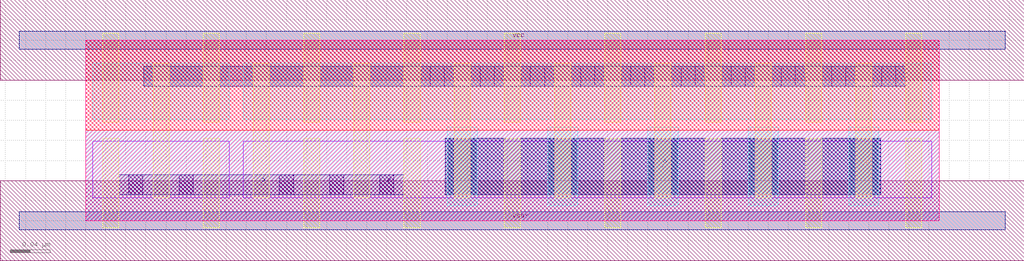
<source format=lef>
VERSION 5.8 ;
BUSBITCHARS "[]" ;

UNITS
  DATABASE MICRONS 4000 ;
END UNITS

MANUFACTURINGGRID 0.0005 ;

PROPERTYDEFINITIONS
  MACRO write_qor_data STRING ;
  MACRO port_placement_export_file STRING ;
  MACRO sqs_step STRING ;
  MACRO rm_lib_type STRING ;
END PROPERTYDEFINITIONS

LAYER bsb
  TYPE ROUTING ;
  DIRECTION HORIZONTAL ;
  PITCH 80 ;
  WIDTH 32 ;
  PROPERTY LEF58_WIDTH "WIDTH 32 WRONGDIRECTION ;" ;
END bsb

LAYER bsv
  TYPE CUT ;
END bsv

LAYER bm5
  TYPE ROUTING ;
  DIRECTION VERTICAL ;
  PITCH 4 ;
  WIDTH 2 ;
  PROPERTY LEF58_WIDTH "WIDTH 2 WRONGDIRECTION ;" ;
END bm5

LAYER bv4
  TYPE CUT ;
END bv4

LAYER bm4
  TYPE ROUTING ;
  DIRECTION HORIZONTAL ;
  PITCH 1.08 ;
  WIDTH 0.54 ;
  PROPERTY LEF58_WIDTH "WIDTH 0.54 WRONGDIRECTION ;" ;
END bm4

LAYER bv3
  TYPE CUT ;
END bv3

LAYER bm3
  TYPE ROUTING ;
  DIRECTION VERTICAL ;
  PITCH 1.08 ;
  WIDTH 0.54 ;
  PROPERTY LEF58_WIDTH "WIDTH 0.54 WRONGDIRECTION ;" ;
END bm3

LAYER bv2
  TYPE CUT ;
END bv2

LAYER bm2
  TYPE ROUTING ;
  DIRECTION HORIZONTAL ;
  PITCH 0.38 ;
  WIDTH 0.24 ;
  PROPERTY LEF58_WIDTH "WIDTH 0.24 WRONGDIRECTION ;" ;
END bm2

LAYER bv1
  TYPE CUT ;
END bv1

LAYER bm1
  TYPE ROUTING ;
  DIRECTION VERTICAL ;
  PITCH 0.3 ;
  WIDTH 0.16 ;
  PROPERTY LEF58_WIDTH "WIDTH 0.16 WRONGDIRECTION ;" ;
END bm1

LAYER bv0
  TYPE CUT ;
END bv0

LAYER bm0
  TYPE ROUTING ;
  DIRECTION HORIZONTAL ;
  PITCH 0.16 ;
  WIDTH 0.08 ;
  PROPERTY LEF58_WIDTH "WIDTH 0.08 WRONGDIRECTION ;" ;
END bm0

LAYER devflav_n1_id
  TYPE IMPLANT ;
END devflav_n1_id

LAYER vg
  TYPE CUT ;
END vg

LAYER m0
  TYPE ROUTING ;
  MASK 2 ;
  DIRECTION HORIZONTAL ;
  PITCH 0.036 ;
  WIDTH 0.02 ;
  PROPERTY LEF58_WIDTH "WIDTH 0.028 WRONGDIRECTION ;" ;
END m0

LAYER v0
  TYPE CUT ;
END v0

LAYER m1
  TYPE ROUTING ;
  DIRECTION VERTICAL ;
  PITCH 0.05 ;
  WIDTH 0.03 ;
  PROPERTY LEF58_WIDTH "WIDTH 0.035 WRONGDIRECTION ;" ;
END m1

LAYER v1
  TYPE CUT ;
END v1

LAYER m2
  TYPE ROUTING ;
  DIRECTION HORIZONTAL ;
  PITCH 0.036 ;
  WIDTH 0.02 ;
  PROPERTY LEF58_WIDTH "WIDTH 0.056 WRONGDIRECTION ;" ;
END m2

LAYER v2
  TYPE CUT ;
END v2

LAYER m3
  TYPE ROUTING ;
  DIRECTION VERTICAL ;
  PITCH 0.04 ;
  WIDTH 0.024 ;
  PROPERTY LEF58_WIDTH "WIDTH 0.056 WRONGDIRECTION ;" ;
END m3

LAYER v3
  TYPE CUT ;
END v3

LAYER m4
  TYPE ROUTING ;
  DIRECTION HORIZONTAL ;
  PITCH 0.04 ;
  WIDTH 0.024 ;
  PROPERTY LEF58_WIDTH "WIDTH 0.056 WRONGDIRECTION ;" ;
END m4

LAYER v4
  TYPE CUT ;
END v4

LAYER m5
  TYPE ROUTING ;
  DIRECTION VERTICAL ;
  PITCH 0.08 ;
  WIDTH 0.04 ;
  PROPERTY LEF58_WIDTH "WIDTH 0.08 WRONGDIRECTION ;" ;
END m5

LAYER v5
  TYPE CUT ;
END v5

LAYER m6
  TYPE ROUTING ;
  DIRECTION HORIZONTAL ;
  PITCH 0.08 ;
  WIDTH 0.04 ;
  PROPERTY LEF58_WIDTH "WIDTH 0.08 WRONGDIRECTION ;" ;
END m6

LAYER v6
  TYPE CUT ;
END v6

LAYER m7
  TYPE ROUTING ;
  DIRECTION VERTICAL ;
  PITCH 0.08 ;
  WIDTH 0.04 ;
  PROPERTY LEF58_WIDTH "WIDTH 0.08 WRONGDIRECTION ;" ;
END m7

LAYER v7
  TYPE CUT ;
END v7

LAYER m8
  TYPE ROUTING ;
  DIRECTION HORIZONTAL ;
  PITCH 0.08 ;
  WIDTH 0.04 ;
  PROPERTY LEF58_WIDTH "WIDTH 0.08 WRONGDIRECTION ;" ;
END m8

LAYER v8
  TYPE CUT ;
END v8

LAYER m9
  TYPE ROUTING ;
  DIRECTION VERTICAL ;
  PITCH 0.08 ;
  WIDTH 0.04 ;
  PROPERTY LEF58_WIDTH "WIDTH 0.08 WRONGDIRECTION ;" ;
END m9

LAYER v9
  TYPE CUT ;
END v9

LAYER m10
  TYPE ROUTING ;
  DIRECTION HORIZONTAL ;
  PITCH 0.08 ;
  WIDTH 0.04 ;
  PROPERTY LEF58_WIDTH "WIDTH 0.08 WRONGDIRECTION ;" ;
END m10

LAYER v10
  TYPE CUT ;
END v10

LAYER m11
  TYPE ROUTING ;
  DIRECTION VERTICAL ;
  PITCH 0.12 ;
  WIDTH 0.06 ;
  PROPERTY LEF58_WIDTH "WIDTH 0.12 WRONGDIRECTION ;" ;
END m11

LAYER v11
  TYPE CUT ;
END v11

LAYER m12
  TYPE ROUTING ;
  DIRECTION HORIZONTAL ;
  PITCH 0.12 ;
  WIDTH 0.06 ;
  PROPERTY LEF58_WIDTH "WIDTH 0.12 WRONGDIRECTION ;" ;
END m12

LAYER v12
  TYPE CUT ;
END v12

LAYER m13
  TYPE ROUTING ;
  DIRECTION VERTICAL ;
  PITCH 0.16 ;
  WIDTH 0.08 ;
  PROPERTY LEF58_WIDTH "WIDTH 0.16 WRONGDIRECTION ;" ;
END m13

LAYER v13
  TYPE CUT ;
END v13

LAYER m14
  TYPE ROUTING ;
  DIRECTION HORIZONTAL ;
  PITCH 0.16 ;
  WIDTH 0.08 ;
  PROPERTY LEF58_WIDTH "WIDTH 0.16 WRONGDIRECTION ;" ;
END m14

LAYER ndiff
  TYPE MASTERSLICE ;
END ndiff

LAYER bsbemib
  TYPE ROUTING ;
  DIRECTION HORIZONTAL ;
  PITCH 45 ;
  WIDTH 20 ;
  PROPERTY LEF58_WIDTH "WIDTH 20 WRONGDIRECTION ;" ;
END bsbemib

LAYER dummy81
  TYPE MASTERSLICE ;
END dummy81

LAYER foundryid
  TYPE MASTERSLICE ;
END foundryid

LAYER bce3
  TYPE MASTERSLICE ;
END bce3

LAYER bce2
  TYPE MASTERSLICE ;
END bce2

LAYER bce1
  TYPE MASTERSLICE ;
END bce1

LAYER dvb
  TYPE MASTERSLICE ;
END dvb

LAYER sdGen
  TYPE MASTERSLICE ;
END sdGen

LAYER pdiff
  TYPE MASTERSLICE ;
END pdiff

LAYER fti
  TYPE MASTERSLICE ;
END fti

LAYER poly
  TYPE MASTERSLICE ;
END poly

LAYER tcn
  TYPE MASTERSLICE ;
END tcn

LAYER vt
  TYPE MASTERSLICE ;
END vt

LAYER gcn
  TYPE MASTERSLICE ;
END gcn

LAYER tfr
  TYPE MASTERSLICE ;
END tfr

LAYER ESD_mask
  TYPE MASTERSLICE ;
END ESD_mask

LAYER NSD_mask
  TYPE MASTERSLICE ;
END NSD_mask

LAYER PSD_mask
  TYPE MASTERSLICE ;
END PSD_mask

LAYER siGen
  TYPE MASTERSLICE ;
END siGen

LAYER bkr
  TYPE MASTERSLICE ;
END bkr

LAYER chkBoundary
  TYPE MASTERSLICE ;
END chkBoundary

LAYER dummy82
  TYPE MASTERSLICE ;
END dummy82

LAYER dummy63
  TYPE MASTERSLICE ;
END dummy63

LAYER dummy273
  TYPE MASTERSLICE ;
END dummy273

LAYER devflav_p1_id
  TYPE IMPLANT ;
END devflav_p1_id

LAYER devflav_n2_id
  TYPE IMPLANT ;
END devflav_n2_id

LAYER devflav_p2_id
  TYPE IMPLANT ;
END devflav_p2_id

LAYER devflav_n3_id
  TYPE IMPLANT ;
END devflav_n3_id

LAYER devflav_p3_id
  TYPE IMPLANT ;
END devflav_p3_id

LAYER devflav_n4_id
  TYPE IMPLANT ;
END devflav_n4_id

LAYER devflav_p4_id
  TYPE IMPLANT ;
END devflav_p4_id

LAYER devflav_n5_id
  TYPE IMPLANT ;
END devflav_n5_id

LAYER devflav_p5_id
  TYPE IMPLANT ;
END devflav_p5_id

VIA BSV_12000x24000_18000V_32000H
  LAYER bsb ;
    RECT -16 -16 16 16 ;
  LAYER bsv ;
    RECT -6 -12 6 12 ;
  LAYER bm5 ;
    RECT -9 -15 9 15 ;
END BSV_12000x24000_18000V_32000H

VIA BSV_12000x24000_18000V_32000V
  LAYER bsb ;
    RECT -16 -16 16 16 ;
  LAYER bsv ;
    RECT -6 -12 6 12 ;
  LAYER bm5 ;
    RECT -9 -15 9 15 ;
END BSV_12000x24000_18000V_32000V

VIA BSV_12000x24000_18000V_35000H
  LAYER bsb ;
    RECT -17.5 -17.5 17.5 17.5 ;
  LAYER bsv ;
    RECT -6 -12 6 12 ;
  LAYER bm5 ;
    RECT -9 -15 9 15 ;
END BSV_12000x24000_18000V_35000H

VIA BSV_12000x24000_18000V_35000V
  LAYER bsb ;
    RECT -17.5 -17.5 17.5 17.5 ;
  LAYER bsv ;
    RECT -6 -12 6 12 ;
  LAYER bm5 ;
    RECT -9 -15 9 15 ;
END BSV_12000x24000_18000V_35000V

VIA BSV_18000x6000_12000H_20000H
  LAYER bsbemib ;
    RECT -10 -10 10 10 ;
  LAYER bsv ;
    RECT -9 -3 9 3 ;
  LAYER bm5 ;
    RECT -12 -6 12 6 ;
END BSV_18000x6000_12000H_20000H

VIA BSV_18000x6000_12000H_20000V
  LAYER bsbemib ;
    RECT -10 -10 10 10 ;
  LAYER bsv ;
    RECT -9 -3 9 3 ;
  LAYER bm5 ;
    RECT -12 -6 12 6 ;
END BSV_18000x6000_12000H_20000V

VIA BSV_18000x6000_24000V_20000H
  LAYER bsbemib ;
    RECT -10 -10 10 10 ;
  LAYER bsv ;
    RECT -9 -3 9 3 ;
  LAYER bm5 ;
    RECT -12 -6 12 6 ;
END BSV_18000x6000_24000V_20000H

VIA BSV_18000x6000_24000V_20000V
  LAYER bsbemib ;
    RECT -10 -10 10 10 ;
  LAYER bsv ;
    RECT -9 -3 9 3 ;
  LAYER bm5 ;
    RECT -12 -6 12 6 ;
END BSV_18000x6000_24000V_20000V

VIA BSV_24000x12000_18000H_32000H
  LAYER bsb ;
    RECT -16 -16 16 16 ;
  LAYER bsv ;
    RECT -12 -6 12 6 ;
  LAYER bm5 ;
    RECT -15 -9 15 9 ;
END BSV_24000x12000_18000H_32000H

VIA BSV_24000x12000_18000H_32000V
  LAYER bsb ;
    RECT -16 -16 16 16 ;
  LAYER bsv ;
    RECT -12 -6 12 6 ;
  LAYER bm5 ;
    RECT -15 -9 15 9 ;
END BSV_24000x12000_18000H_32000V

VIA BSV_24000x12000_18000H_35000H
  LAYER bsb ;
    RECT -17.5 -17.5 17.5 17.5 ;
  LAYER bsv ;
    RECT -12 -6 12 6 ;
  LAYER bm5 ;
    RECT -15 -9 15 9 ;
END BSV_24000x12000_18000H_35000H

VIA BSV_24000x12000_18000H_35000V
  LAYER bsb ;
    RECT -17.5 -17.5 17.5 17.5 ;
  LAYER bsv ;
    RECT -12 -6 12 6 ;
  LAYER bm5 ;
    RECT -15 -9 15 9 ;
END BSV_24000x12000_18000H_35000V

VIA BSV_30000x6000_12000H_51000H
  LAYER bsb ;
    RECT -25.5 -25.5 25.5 25.5 ;
  LAYER bsv ;
    RECT -15 -3 15 3 ;
  LAYER bm5 ;
    RECT -18 -6 18 6 ;
END BSV_30000x6000_12000H_51000H

VIA BSV_30000x6000_12000H_51000V
  LAYER bsb ;
    RECT -25.5 -25.5 25.5 25.5 ;
  LAYER bsv ;
    RECT -15 -3 15 3 ;
  LAYER bm5 ;
    RECT -18 -6 18 6 ;
END BSV_30000x6000_12000H_51000V

VIA BSV_6000x18000_12000V_20000H
  LAYER bsbemib ;
    RECT -10 -10 10 10 ;
  LAYER bsv ;
    RECT -3 -9 3 9 ;
  LAYER bm5 ;
    RECT -6 -12 6 12 ;
END BSV_6000x18000_12000V_20000H

VIA BSV_6000x18000_12000V_20000V
  LAYER bsbemib ;
    RECT -10 -10 10 10 ;
  LAYER bsv ;
    RECT -3 -9 3 9 ;
  LAYER bm5 ;
    RECT -6 -12 6 12 ;
END BSV_6000x18000_12000V_20000V

VIA BSV_6000x18000_24000H_20000H
  LAYER bsbemib ;
    RECT -10 -10 10 10 ;
  LAYER bsv ;
    RECT -3 -9 3 9 ;
  LAYER bm5 ;
    RECT -6 -12 6 12 ;
END BSV_6000x18000_24000H_20000H

VIA BSV_6000x18000_24000H_20000V
  LAYER bsbemib ;
    RECT -10 -10 10 10 ;
  LAYER bsv ;
    RECT -3 -9 3 9 ;
  LAYER bm5 ;
    RECT -6 -12 6 12 ;
END BSV_6000x18000_24000H_20000V

VIA BSV_6000x30000_12000V_51000H
  LAYER bsb ;
    RECT -25.5 -25.5 25.5 25.5 ;
  LAYER bsv ;
    RECT -3 -15 3 15 ;
  LAYER bm5 ;
    RECT -6 -18 6 18 ;
END BSV_6000x30000_12000V_51000H

VIA BSV_6000x30000_12000V_51000V
  LAYER bsb ;
    RECT -25.5 -25.5 25.5 25.5 ;
  LAYER bsv ;
    RECT -3 -15 3 15 ;
  LAYER bm5 ;
    RECT -6 -18 6 18 ;
END BSV_6000x30000_12000V_51000V

VIA BV0_160x260_180V_160V
  LAYER bm1 ;
    RECT -0.08 -0.17 0.08 0.17 ;
  LAYER bv0 ;
    RECT -0.08 -0.13 0.08 0.13 ;
  LAYER bm0 ;
    RECT -0.09 -0.17 0.09 0.17 ;
END BV0_160x260_180V_160V

VIA BV0_160x260_180V_240V
  LAYER bm1 ;
    RECT -0.12 -0.17 0.12 0.17 ;
  LAYER bv0 ;
    RECT -0.08 -0.13 0.08 0.13 ;
  LAYER bm0 ;
    RECT -0.09 -0.17 0.09 0.17 ;
END BV0_160x260_180V_240V

VIA BV0_160x260_180V_320H
  LAYER bm1 ;
    RECT -0.12 -0.16 0.12 0.16 ;
  LAYER bv0 ;
    RECT -0.08 -0.13 0.08 0.13 ;
  LAYER bm0 ;
    RECT -0.09 -0.17 0.09 0.17 ;
END BV0_160x260_180V_320H

VIA BV0_160x260_180V_320V
  LAYER bm1 ;
    RECT -0.16 -0.17 0.16 0.17 ;
  LAYER bv0 ;
    RECT -0.08 -0.13 0.08 0.13 ;
  LAYER bm0 ;
    RECT -0.09 -0.17 0.09 0.17 ;
END BV0_160x260_180V_320V

VIA BV0_160x80_180H_160H
  LAYER bm1 ;
    RECT -0.12 -0.08 0.12 0.08 ;
  LAYER bv0 ;
    RECT -0.08 -0.04 0.08 0.04 ;
  LAYER bm0 ;
    RECT -0.12 -0.09 0.12 0.09 ;
END BV0_160x80_180H_160H

VIA BV0_160x80_180H_160V
  LAYER bm1 ;
    RECT -0.08 -0.08 0.08 0.08 ;
  LAYER bv0 ;
    RECT -0.08 -0.04 0.08 0.04 ;
  LAYER bm0 ;
    RECT -0.12 -0.09 0.12 0.09 ;
END BV0_160x80_180H_160V

VIA BV0_160x80_180H_240H
  LAYER bm1 ;
    RECT -0.12 -0.12 0.12 0.12 ;
  LAYER bv0 ;
    RECT -0.08 -0.04 0.08 0.04 ;
  LAYER bm0 ;
    RECT -0.12 -0.09 0.12 0.09 ;
END BV0_160x80_180H_240H

VIA BV0_160x80_180H_240V
  LAYER bm1 ;
    RECT -0.12 -0.08 0.12 0.08 ;
  LAYER bv0 ;
    RECT -0.08 -0.04 0.08 0.04 ;
  LAYER bm0 ;
    RECT -0.12 -0.09 0.12 0.09 ;
END BV0_160x80_180H_240V

VIA BV0_160x80_180H_320H
  LAYER bm1 ;
    RECT -0.12 -0.16 0.12 0.16 ;
  LAYER bv0 ;
    RECT -0.08 -0.04 0.08 0.04 ;
  LAYER bm0 ;
    RECT -0.12 -0.09 0.12 0.09 ;
END BV0_160x80_180H_320H

VIA BV0_160x80_180H_320V
  LAYER bm1 ;
    RECT -0.16 -0.08 0.16 0.08 ;
  LAYER bv0 ;
    RECT -0.08 -0.04 0.08 0.04 ;
  LAYER bm0 ;
    RECT -0.12 -0.09 0.12 0.09 ;
END BV0_160x80_180H_320V

VIA BV0_160x80_180V_160H
  LAYER bm1 ;
    RECT -0.12 -0.08 0.12 0.08 ;
  LAYER bv0 ;
    RECT -0.08 -0.04 0.08 0.04 ;
  LAYER bm0 ;
    RECT -0.09 -0.08 0.09 0.08 ;
END BV0_160x80_180V_160H

VIA BV0_160x80_180V_160V
  LAYER bm1 ;
    RECT -0.08 -0.08 0.08 0.08 ;
  LAYER bv0 ;
    RECT -0.08 -0.04 0.08 0.04 ;
  LAYER bm0 ;
    RECT -0.09 -0.08 0.09 0.08 ;
END BV0_160x80_180V_160V

VIA BV0_160x80_180V_240H
  LAYER bm1 ;
    RECT -0.12 -0.12 0.12 0.12 ;
  LAYER bv0 ;
    RECT -0.08 -0.04 0.08 0.04 ;
  LAYER bm0 ;
    RECT -0.09 -0.08 0.09 0.08 ;
END BV0_160x80_180V_240H

VIA BV0_160x80_180V_240V
  LAYER bm1 ;
    RECT -0.12 -0.08 0.12 0.08 ;
  LAYER bv0 ;
    RECT -0.08 -0.04 0.08 0.04 ;
  LAYER bm0 ;
    RECT -0.09 -0.08 0.09 0.08 ;
END BV0_160x80_180V_240V

VIA BV0_160x80_180V_320H
  LAYER bm1 ;
    RECT -0.12 -0.16 0.12 0.16 ;
  LAYER bv0 ;
    RECT -0.08 -0.04 0.08 0.04 ;
  LAYER bm0 ;
    RECT -0.09 -0.08 0.09 0.08 ;
END BV0_160x80_180V_320H

VIA BV0_160x80_180V_320V
  LAYER bm1 ;
    RECT -0.16 -0.08 0.16 0.08 ;
  LAYER bv0 ;
    RECT -0.08 -0.04 0.08 0.04 ;
  LAYER bm0 ;
    RECT -0.09 -0.08 0.09 0.08 ;
END BV0_160x80_180V_320V

VIA BV0_160x80_80H_160H
  LAYER bm1 ;
    RECT -0.12 -0.08 0.12 0.08 ;
  LAYER bv0 ;
    RECT -0.08 -0.04 0.08 0.04 ;
  LAYER bm0 ;
    RECT -0.12 -0.04 0.12 0.04 ;
END BV0_160x80_80H_160H

VIA BV0_160x80_80H_160V
  LAYER bm1 ;
    RECT -0.08 -0.08 0.08 0.08 ;
  LAYER bv0 ;
    RECT -0.08 -0.04 0.08 0.04 ;
  LAYER bm0 ;
    RECT -0.12 -0.04 0.12 0.04 ;
END BV0_160x80_80H_160V

VIA BV0_160x80_80H_240H
  LAYER bm1 ;
    RECT -0.12 -0.12 0.12 0.12 ;
  LAYER bv0 ;
    RECT -0.08 -0.04 0.08 0.04 ;
  LAYER bm0 ;
    RECT -0.12 -0.04 0.12 0.04 ;
END BV0_160x80_80H_240H

VIA BV0_160x80_80H_240V
  LAYER bm1 ;
    RECT -0.12 -0.08 0.12 0.08 ;
  LAYER bv0 ;
    RECT -0.08 -0.04 0.08 0.04 ;
  LAYER bm0 ;
    RECT -0.12 -0.04 0.12 0.04 ;
END BV0_160x80_80H_240V

VIA BV0_160x80_80H_320H
  LAYER bm1 ;
    RECT -0.12 -0.16 0.12 0.16 ;
  LAYER bv0 ;
    RECT -0.08 -0.04 0.08 0.04 ;
  LAYER bm0 ;
    RECT -0.12 -0.04 0.12 0.04 ;
END BV0_160x80_80H_320H

VIA BV0_160x80_80H_320V
  LAYER bm1 ;
    RECT -0.16 -0.08 0.16 0.08 ;
  LAYER bv0 ;
    RECT -0.08 -0.04 0.08 0.04 ;
  LAYER bm0 ;
    RECT -0.12 -0.04 0.12 0.04 ;
END BV0_160x80_80H_320V

VIA BV0_240x80_180H_160H
  LAYER bm1 ;
    RECT -0.16 -0.08 0.16 0.08 ;
  LAYER bv0 ;
    RECT -0.12 -0.04 0.12 0.04 ;
  LAYER bm0 ;
    RECT -0.16 -0.09 0.16 0.09 ;
END BV0_240x80_180H_160H

VIA BV0_240x80_180H_240H
  LAYER bm1 ;
    RECT -0.16 -0.12 0.16 0.12 ;
  LAYER bv0 ;
    RECT -0.12 -0.04 0.12 0.04 ;
  LAYER bm0 ;
    RECT -0.16 -0.09 0.16 0.09 ;
END BV0_240x80_180H_240H

VIA BV0_240x80_180H_240V
  LAYER bm1 ;
    RECT -0.12 -0.08 0.12 0.08 ;
  LAYER bv0 ;
    RECT -0.12 -0.04 0.12 0.04 ;
  LAYER bm0 ;
    RECT -0.16 -0.09 0.16 0.09 ;
END BV0_240x80_180H_240V

VIA BV0_240x80_180H_320H
  LAYER bm1 ;
    RECT -0.16 -0.16 0.16 0.16 ;
  LAYER bv0 ;
    RECT -0.12 -0.04 0.12 0.04 ;
  LAYER bm0 ;
    RECT -0.16 -0.09 0.16 0.09 ;
END BV0_240x80_180H_320H

VIA BV0_240x80_180H_320V
  LAYER bm1 ;
    RECT -0.16 -0.08 0.16 0.08 ;
  LAYER bv0 ;
    RECT -0.12 -0.04 0.12 0.04 ;
  LAYER bm0 ;
    RECT -0.16 -0.09 0.16 0.09 ;
END BV0_240x80_180H_320V

VIA BV0_240x80_80H_160H
  LAYER bm1 ;
    RECT -0.16 -0.08 0.16 0.08 ;
  LAYER bv0 ;
    RECT -0.12 -0.04 0.12 0.04 ;
  LAYER bm0 ;
    RECT -0.16 -0.04 0.16 0.04 ;
END BV0_240x80_80H_160H

VIA BV0_240x80_80H_240H
  LAYER bm1 ;
    RECT -0.16 -0.12 0.16 0.12 ;
  LAYER bv0 ;
    RECT -0.12 -0.04 0.12 0.04 ;
  LAYER bm0 ;
    RECT -0.16 -0.04 0.16 0.04 ;
END BV0_240x80_80H_240H

VIA BV0_240x80_80H_240V
  LAYER bm1 ;
    RECT -0.12 -0.08 0.12 0.08 ;
  LAYER bv0 ;
    RECT -0.12 -0.04 0.12 0.04 ;
  LAYER bm0 ;
    RECT -0.16 -0.04 0.16 0.04 ;
END BV0_240x80_80H_240V

VIA BV0_240x80_80H_320H
  LAYER bm1 ;
    RECT -0.16 -0.16 0.16 0.16 ;
  LAYER bv0 ;
    RECT -0.12 -0.04 0.12 0.04 ;
  LAYER bm0 ;
    RECT -0.16 -0.04 0.16 0.04 ;
END BV0_240x80_80H_320H

VIA BV0_240x80_80H_320V
  LAYER bm1 ;
    RECT -0.16 -0.08 0.16 0.08 ;
  LAYER bv0 ;
    RECT -0.12 -0.04 0.12 0.04 ;
  LAYER bm0 ;
    RECT -0.16 -0.04 0.16 0.04 ;
END BV0_240x80_80H_320V

VIA BV0_260x160_180H_160H
  LAYER bm1 ;
    RECT -0.17 -0.08 0.17 0.08 ;
  LAYER bv0 ;
    RECT -0.13 -0.08 0.13 0.08 ;
  LAYER bm0 ;
    RECT -0.17 -0.09 0.17 0.09 ;
END BV0_260x160_180H_160H

VIA BV0_260x160_180H_240H
  LAYER bm1 ;
    RECT -0.17 -0.12 0.17 0.12 ;
  LAYER bv0 ;
    RECT -0.13 -0.08 0.13 0.08 ;
  LAYER bm0 ;
    RECT -0.17 -0.09 0.17 0.09 ;
END BV0_260x160_180H_240H

VIA BV0_260x160_180H_320H
  LAYER bm1 ;
    RECT -0.17 -0.16 0.17 0.16 ;
  LAYER bv0 ;
    RECT -0.13 -0.08 0.13 0.08 ;
  LAYER bm0 ;
    RECT -0.17 -0.09 0.17 0.09 ;
END BV0_260x160_180H_320H

VIA BV0_260x160_180H_320V
  LAYER bm1 ;
    RECT -0.16 -0.12 0.16 0.12 ;
  LAYER bv0 ;
    RECT -0.13 -0.08 0.13 0.08 ;
  LAYER bm0 ;
    RECT -0.17 -0.09 0.17 0.09 ;
END BV0_260x160_180H_320V

VIA BV0_80x160_180H_160H
  LAYER bm1 ;
    RECT -0.08 -0.08 0.08 0.08 ;
  LAYER bv0 ;
    RECT -0.04 -0.08 0.04 0.08 ;
  LAYER bm0 ;
    RECT -0.08 -0.09 0.08 0.09 ;
END BV0_80x160_180H_160H

VIA BV0_80x160_180H_160V
  LAYER bm1 ;
    RECT -0.08 -0.12 0.08 0.12 ;
  LAYER bv0 ;
    RECT -0.04 -0.08 0.04 0.08 ;
  LAYER bm0 ;
    RECT -0.08 -0.09 0.08 0.09 ;
END BV0_80x160_180H_160V

VIA BV0_80x160_180H_240H
  LAYER bm1 ;
    RECT -0.08 -0.12 0.08 0.12 ;
  LAYER bv0 ;
    RECT -0.04 -0.08 0.04 0.08 ;
  LAYER bm0 ;
    RECT -0.08 -0.09 0.08 0.09 ;
END BV0_80x160_180H_240H

VIA BV0_80x160_180H_240V
  LAYER bm1 ;
    RECT -0.12 -0.12 0.12 0.12 ;
  LAYER bv0 ;
    RECT -0.04 -0.08 0.04 0.08 ;
  LAYER bm0 ;
    RECT -0.08 -0.09 0.08 0.09 ;
END BV0_80x160_180H_240V

VIA BV0_80x160_180H_320H
  LAYER bm1 ;
    RECT -0.08 -0.16 0.08 0.16 ;
  LAYER bv0 ;
    RECT -0.04 -0.08 0.04 0.08 ;
  LAYER bm0 ;
    RECT -0.08 -0.09 0.08 0.09 ;
END BV0_80x160_180H_320H

VIA BV0_80x160_180H_320V
  LAYER bm1 ;
    RECT -0.16 -0.12 0.16 0.12 ;
  LAYER bv0 ;
    RECT -0.04 -0.08 0.04 0.08 ;
  LAYER bm0 ;
    RECT -0.08 -0.09 0.08 0.09 ;
END BV0_80x160_180H_320V

VIA BV0_80x160_180V_160H
  LAYER bm1 ;
    RECT -0.08 -0.08 0.08 0.08 ;
  LAYER bv0 ;
    RECT -0.04 -0.08 0.04 0.08 ;
  LAYER bm0 ;
    RECT -0.09 -0.12 0.09 0.12 ;
END BV0_80x160_180V_160H

VIA BV0_80x160_180V_160V
  LAYER bm1 ;
    RECT -0.08 -0.12 0.08 0.12 ;
  LAYER bv0 ;
    RECT -0.04 -0.08 0.04 0.08 ;
  LAYER bm0 ;
    RECT -0.09 -0.12 0.09 0.12 ;
END BV0_80x160_180V_160V

VIA BV0_80x160_180V_240H
  LAYER bm1 ;
    RECT -0.08 -0.12 0.08 0.12 ;
  LAYER bv0 ;
    RECT -0.04 -0.08 0.04 0.08 ;
  LAYER bm0 ;
    RECT -0.09 -0.12 0.09 0.12 ;
END BV0_80x160_180V_240H

VIA BV0_80x160_180V_240V
  LAYER bm1 ;
    RECT -0.12 -0.12 0.12 0.12 ;
  LAYER bv0 ;
    RECT -0.04 -0.08 0.04 0.08 ;
  LAYER bm0 ;
    RECT -0.09 -0.12 0.09 0.12 ;
END BV0_80x160_180V_240V

VIA BV0_80x160_180V_320H
  LAYER bm1 ;
    RECT -0.08 -0.16 0.08 0.16 ;
  LAYER bv0 ;
    RECT -0.04 -0.08 0.04 0.08 ;
  LAYER bm0 ;
    RECT -0.09 -0.12 0.09 0.12 ;
END BV0_80x160_180V_320H

VIA BV0_80x160_180V_320V
  LAYER bm1 ;
    RECT -0.16 -0.12 0.16 0.12 ;
  LAYER bv0 ;
    RECT -0.04 -0.08 0.04 0.08 ;
  LAYER bm0 ;
    RECT -0.09 -0.12 0.09 0.12 ;
END BV0_80x160_180V_320V

VIA BV0_80x240_180V_160V
  LAYER bm1 ;
    RECT -0.08 -0.16 0.08 0.16 ;
  LAYER bv0 ;
    RECT -0.04 -0.12 0.04 0.12 ;
  LAYER bm0 ;
    RECT -0.09 -0.16 0.09 0.16 ;
END BV0_80x240_180V_160V

VIA BV0_80x240_180V_240H
  LAYER bm1 ;
    RECT -0.08 -0.12 0.08 0.12 ;
  LAYER bv0 ;
    RECT -0.04 -0.12 0.04 0.12 ;
  LAYER bm0 ;
    RECT -0.09 -0.16 0.09 0.16 ;
END BV0_80x240_180V_240H

VIA BV0_80x240_180V_240V
  LAYER bm1 ;
    RECT -0.12 -0.16 0.12 0.16 ;
  LAYER bv0 ;
    RECT -0.04 -0.12 0.04 0.12 ;
  LAYER bm0 ;
    RECT -0.09 -0.16 0.09 0.16 ;
END BV0_80x240_180V_240V

VIA BV0_80x240_180V_320H
  LAYER bm1 ;
    RECT -0.08 -0.16 0.08 0.16 ;
  LAYER bv0 ;
    RECT -0.04 -0.12 0.04 0.12 ;
  LAYER bm0 ;
    RECT -0.09 -0.16 0.09 0.16 ;
END BV0_80x240_180V_320H

VIA BV0_80x240_180V_320V
  LAYER bm1 ;
    RECT -0.16 -0.16 0.16 0.16 ;
  LAYER bv0 ;
    RECT -0.04 -0.12 0.04 0.12 ;
  LAYER bm0 ;
    RECT -0.09 -0.16 0.09 0.16 ;
END BV0_80x240_180V_320V

VIA BV1_160x340_160V_240V
  LAYER bm2 ;
    RECT -0.12 -0.29 0.12 0.29 ;
  LAYER bv1 ;
    RECT -0.08 -0.17 0.08 0.17 ;
  LAYER bm1 ;
    RECT -0.08 -0.27 0.08 0.27 ;
END BV1_160x340_160V_240V

VIA BV1_160x340_160V_340H
  LAYER bm2 ;
    RECT -0.2 -0.17 0.2 0.17 ;
  LAYER bv1 ;
    RECT -0.08 -0.17 0.08 0.17 ;
  LAYER bm1 ;
    RECT -0.08 -0.27 0.08 0.27 ;
END BV1_160x340_160V_340H

VIA BV1_160x340_160V_340V
  LAYER bm2 ;
    RECT -0.17 -0.29 0.17 0.29 ;
  LAYER bv1 ;
    RECT -0.08 -0.17 0.08 0.17 ;
  LAYER bm1 ;
    RECT -0.08 -0.27 0.08 0.27 ;
END BV1_160x340_160V_340V

VIA BV1_160x340_160V_510H
  LAYER bm2 ;
    RECT -0.2 -0.255 0.2 0.255 ;
  LAYER bv1 ;
    RECT -0.08 -0.17 0.08 0.17 ;
  LAYER bm1 ;
    RECT -0.08 -0.27 0.08 0.27 ;
END BV1_160x340_160V_510H

VIA BV1_160x340_160V_510V
  LAYER bm2 ;
    RECT -0.255 -0.29 0.255 0.29 ;
  LAYER bv1 ;
    RECT -0.08 -0.17 0.08 0.17 ;
  LAYER bm1 ;
    RECT -0.08 -0.27 0.08 0.27 ;
END BV1_160x340_160V_510V

VIA BV1_160x340_240V_240V
  LAYER bm2 ;
    RECT -0.12 -0.29 0.12 0.29 ;
  LAYER bv1 ;
    RECT -0.08 -0.17 0.08 0.17 ;
  LAYER bm1 ;
    RECT -0.12 -0.27 0.12 0.27 ;
END BV1_160x340_240V_240V

VIA BV1_160x340_240V_340H
  LAYER bm2 ;
    RECT -0.2 -0.17 0.2 0.17 ;
  LAYER bv1 ;
    RECT -0.08 -0.17 0.08 0.17 ;
  LAYER bm1 ;
    RECT -0.12 -0.27 0.12 0.27 ;
END BV1_160x340_240V_340H

VIA BV1_160x340_240V_340V
  LAYER bm2 ;
    RECT -0.17 -0.29 0.17 0.29 ;
  LAYER bv1 ;
    RECT -0.08 -0.17 0.08 0.17 ;
  LAYER bm1 ;
    RECT -0.12 -0.27 0.12 0.27 ;
END BV1_160x340_240V_340V

VIA BV1_160x340_240V_510H
  LAYER bm2 ;
    RECT -0.2 -0.255 0.2 0.255 ;
  LAYER bv1 ;
    RECT -0.08 -0.17 0.08 0.17 ;
  LAYER bm1 ;
    RECT -0.12 -0.27 0.12 0.27 ;
END BV1_160x340_240V_510H

VIA BV1_160x340_240V_510V
  LAYER bm2 ;
    RECT -0.255 -0.29 0.255 0.29 ;
  LAYER bv1 ;
    RECT -0.08 -0.17 0.08 0.17 ;
  LAYER bm1 ;
    RECT -0.12 -0.27 0.12 0.27 ;
END BV1_160x340_240V_510V

VIA BV1_160x340_320V_240V
  LAYER bm2 ;
    RECT -0.12 -0.29 0.12 0.29 ;
  LAYER bv1 ;
    RECT -0.08 -0.17 0.08 0.17 ;
  LAYER bm1 ;
    RECT -0.16 -0.27 0.16 0.27 ;
END BV1_160x340_320V_240V

VIA BV1_160x340_320V_340H
  LAYER bm2 ;
    RECT -0.2 -0.17 0.2 0.17 ;
  LAYER bv1 ;
    RECT -0.08 -0.17 0.08 0.17 ;
  LAYER bm1 ;
    RECT -0.16 -0.27 0.16 0.27 ;
END BV1_160x340_320V_340H

VIA BV1_160x340_320V_340V
  LAYER bm2 ;
    RECT -0.17 -0.29 0.17 0.29 ;
  LAYER bv1 ;
    RECT -0.08 -0.17 0.08 0.17 ;
  LAYER bm1 ;
    RECT -0.16 -0.27 0.16 0.27 ;
END BV1_160x340_320V_340V

VIA BV1_160x340_320V_510H
  LAYER bm2 ;
    RECT -0.2 -0.255 0.2 0.255 ;
  LAYER bv1 ;
    RECT -0.08 -0.17 0.08 0.17 ;
  LAYER bm1 ;
    RECT -0.16 -0.27 0.16 0.27 ;
END BV1_160x340_320V_510H

VIA BV1_160x340_320V_510V
  LAYER bm2 ;
    RECT -0.255 -0.29 0.255 0.29 ;
  LAYER bv1 ;
    RECT -0.08 -0.17 0.08 0.17 ;
  LAYER bm1 ;
    RECT -0.16 -0.27 0.16 0.27 ;
END BV1_160x340_320V_510V

VIA BV1_160x510_160V_240V
  LAYER bm2 ;
    RECT -0.12 -0.375 0.12 0.375 ;
  LAYER bv1 ;
    RECT -0.08 -0.255 0.08 0.255 ;
  LAYER bm1 ;
    RECT -0.08 -0.355 0.08 0.355 ;
END BV1_160x510_160V_240V

VIA BV1_160x510_160V_340V
  LAYER bm2 ;
    RECT -0.17 -0.375 0.17 0.375 ;
  LAYER bv1 ;
    RECT -0.08 -0.255 0.08 0.255 ;
  LAYER bm1 ;
    RECT -0.08 -0.355 0.08 0.355 ;
END BV1_160x510_160V_340V

VIA BV1_160x510_160V_510H
  LAYER bm2 ;
    RECT -0.2 -0.255 0.2 0.255 ;
  LAYER bv1 ;
    RECT -0.08 -0.255 0.08 0.255 ;
  LAYER bm1 ;
    RECT -0.08 -0.355 0.08 0.355 ;
END BV1_160x510_160V_510H

VIA BV1_160x510_160V_510V
  LAYER bm2 ;
    RECT -0.255 -0.375 0.255 0.375 ;
  LAYER bv1 ;
    RECT -0.08 -0.255 0.08 0.255 ;
  LAYER bm1 ;
    RECT -0.08 -0.355 0.08 0.355 ;
END BV1_160x510_160V_510V

VIA BV1_160x510_240V_240V
  LAYER bm2 ;
    RECT -0.12 -0.375 0.12 0.375 ;
  LAYER bv1 ;
    RECT -0.08 -0.255 0.08 0.255 ;
  LAYER bm1 ;
    RECT -0.12 -0.355 0.12 0.355 ;
END BV1_160x510_240V_240V

VIA BV1_160x510_240V_340V
  LAYER bm2 ;
    RECT -0.17 -0.375 0.17 0.375 ;
  LAYER bv1 ;
    RECT -0.08 -0.255 0.08 0.255 ;
  LAYER bm1 ;
    RECT -0.12 -0.355 0.12 0.355 ;
END BV1_160x510_240V_340V

VIA BV1_160x510_240V_510H
  LAYER bm2 ;
    RECT -0.2 -0.255 0.2 0.255 ;
  LAYER bv1 ;
    RECT -0.08 -0.255 0.08 0.255 ;
  LAYER bm1 ;
    RECT -0.12 -0.355 0.12 0.355 ;
END BV1_160x510_240V_510H

VIA BV1_160x510_240V_510V
  LAYER bm2 ;
    RECT -0.255 -0.375 0.255 0.375 ;
  LAYER bv1 ;
    RECT -0.08 -0.255 0.08 0.255 ;
  LAYER bm1 ;
    RECT -0.12 -0.355 0.12 0.355 ;
END BV1_160x510_240V_510V

VIA BV1_160x510_320V_240V
  LAYER bm2 ;
    RECT -0.12 -0.375 0.12 0.375 ;
  LAYER bv1 ;
    RECT -0.08 -0.255 0.08 0.255 ;
  LAYER bm1 ;
    RECT -0.16 -0.355 0.16 0.355 ;
END BV1_160x510_320V_240V

VIA BV1_160x510_320V_340V
  LAYER bm2 ;
    RECT -0.17 -0.375 0.17 0.375 ;
  LAYER bv1 ;
    RECT -0.08 -0.255 0.08 0.255 ;
  LAYER bm1 ;
    RECT -0.16 -0.355 0.16 0.355 ;
END BV1_160x510_320V_340V

VIA BV1_160x510_320V_510H
  LAYER bm2 ;
    RECT -0.2 -0.255 0.2 0.255 ;
  LAYER bv1 ;
    RECT -0.08 -0.255 0.08 0.255 ;
  LAYER bm1 ;
    RECT -0.16 -0.355 0.16 0.355 ;
END BV1_160x510_320V_510H

VIA BV1_160x510_320V_510V
  LAYER bm2 ;
    RECT -0.255 -0.375 0.255 0.375 ;
  LAYER bv1 ;
    RECT -0.08 -0.255 0.08 0.255 ;
  LAYER bm1 ;
    RECT -0.16 -0.355 0.16 0.355 ;
END BV1_160x510_320V_510V

VIA BV1_340x160_160H_240H
  LAYER bm2 ;
    RECT -0.29 -0.12 0.29 0.12 ;
  LAYER bv1 ;
    RECT -0.17 -0.08 0.17 0.08 ;
  LAYER bm1 ;
    RECT -0.27 -0.08 0.27 0.08 ;
END BV1_340x160_160H_240H

VIA BV1_340x160_160H_340H
  LAYER bm2 ;
    RECT -0.29 -0.17 0.29 0.17 ;
  LAYER bv1 ;
    RECT -0.17 -0.08 0.17 0.08 ;
  LAYER bm1 ;
    RECT -0.27 -0.08 0.27 0.08 ;
END BV1_340x160_160H_340H

VIA BV1_340x160_160H_340V
  LAYER bm2 ;
    RECT -0.17 -0.2 0.17 0.2 ;
  LAYER bv1 ;
    RECT -0.17 -0.08 0.17 0.08 ;
  LAYER bm1 ;
    RECT -0.27 -0.08 0.27 0.08 ;
END BV1_340x160_160H_340V

VIA BV1_340x160_160H_510H
  LAYER bm2 ;
    RECT -0.29 -0.255 0.29 0.255 ;
  LAYER bv1 ;
    RECT -0.17 -0.08 0.17 0.08 ;
  LAYER bm1 ;
    RECT -0.27 -0.08 0.27 0.08 ;
END BV1_340x160_160H_510H

VIA BV1_340x160_160H_510V
  LAYER bm2 ;
    RECT -0.255 -0.2 0.255 0.2 ;
  LAYER bv1 ;
    RECT -0.17 -0.08 0.17 0.08 ;
  LAYER bm1 ;
    RECT -0.27 -0.08 0.27 0.08 ;
END BV1_340x160_160H_510V

VIA BV1_340x160_240H_240H
  LAYER bm2 ;
    RECT -0.29 -0.12 0.29 0.12 ;
  LAYER bv1 ;
    RECT -0.17 -0.08 0.17 0.08 ;
  LAYER bm1 ;
    RECT -0.27 -0.12 0.27 0.12 ;
END BV1_340x160_240H_240H

VIA BV1_340x160_240H_340H
  LAYER bm2 ;
    RECT -0.29 -0.17 0.29 0.17 ;
  LAYER bv1 ;
    RECT -0.17 -0.08 0.17 0.08 ;
  LAYER bm1 ;
    RECT -0.27 -0.12 0.27 0.12 ;
END BV1_340x160_240H_340H

VIA BV1_340x160_240H_340V
  LAYER bm2 ;
    RECT -0.17 -0.2 0.17 0.2 ;
  LAYER bv1 ;
    RECT -0.17 -0.08 0.17 0.08 ;
  LAYER bm1 ;
    RECT -0.27 -0.12 0.27 0.12 ;
END BV1_340x160_240H_340V

VIA BV1_340x160_240H_510H
  LAYER bm2 ;
    RECT -0.29 -0.255 0.29 0.255 ;
  LAYER bv1 ;
    RECT -0.17 -0.08 0.17 0.08 ;
  LAYER bm1 ;
    RECT -0.27 -0.12 0.27 0.12 ;
END BV1_340x160_240H_510H

VIA BV1_340x160_240H_510V
  LAYER bm2 ;
    RECT -0.255 -0.2 0.255 0.2 ;
  LAYER bv1 ;
    RECT -0.17 -0.08 0.17 0.08 ;
  LAYER bm1 ;
    RECT -0.27 -0.12 0.27 0.12 ;
END BV1_340x160_240H_510V

VIA BV1_340x160_320H_240H
  LAYER bm2 ;
    RECT -0.29 -0.12 0.29 0.12 ;
  LAYER bv1 ;
    RECT -0.17 -0.08 0.17 0.08 ;
  LAYER bm1 ;
    RECT -0.27 -0.16 0.27 0.16 ;
END BV1_340x160_320H_240H

VIA BV1_340x160_320H_340H
  LAYER bm2 ;
    RECT -0.29 -0.17 0.29 0.17 ;
  LAYER bv1 ;
    RECT -0.17 -0.08 0.17 0.08 ;
  LAYER bm1 ;
    RECT -0.27 -0.16 0.27 0.16 ;
END BV1_340x160_320H_340H

VIA BV1_340x160_320H_340V
  LAYER bm2 ;
    RECT -0.17 -0.2 0.17 0.2 ;
  LAYER bv1 ;
    RECT -0.17 -0.08 0.17 0.08 ;
  LAYER bm1 ;
    RECT -0.27 -0.16 0.27 0.16 ;
END BV1_340x160_320H_340V

VIA BV1_340x160_320H_510H
  LAYER bm2 ;
    RECT -0.29 -0.255 0.29 0.255 ;
  LAYER bv1 ;
    RECT -0.17 -0.08 0.17 0.08 ;
  LAYER bm1 ;
    RECT -0.27 -0.16 0.27 0.16 ;
END BV1_340x160_320H_510H

VIA BV1_340x160_320H_510V
  LAYER bm2 ;
    RECT -0.255 -0.2 0.255 0.2 ;
  LAYER bv1 ;
    RECT -0.17 -0.08 0.17 0.08 ;
  LAYER bm1 ;
    RECT -0.27 -0.16 0.27 0.16 ;
END BV1_340x160_320H_510V

VIA BV1_510x160_160H_240H
  LAYER bm2 ;
    RECT -0.375 -0.12 0.375 0.12 ;
  LAYER bv1 ;
    RECT -0.255 -0.08 0.255 0.08 ;
  LAYER bm1 ;
    RECT -0.355 -0.08 0.355 0.08 ;
END BV1_510x160_160H_240H

VIA BV1_510x160_160H_340H
  LAYER bm2 ;
    RECT -0.375 -0.17 0.375 0.17 ;
  LAYER bv1 ;
    RECT -0.255 -0.08 0.255 0.08 ;
  LAYER bm1 ;
    RECT -0.355 -0.08 0.355 0.08 ;
END BV1_510x160_160H_340H

VIA BV1_510x160_160H_510H
  LAYER bm2 ;
    RECT -0.375 -0.255 0.375 0.255 ;
  LAYER bv1 ;
    RECT -0.255 -0.08 0.255 0.08 ;
  LAYER bm1 ;
    RECT -0.355 -0.08 0.355 0.08 ;
END BV1_510x160_160H_510H

VIA BV1_510x160_160H_510V
  LAYER bm2 ;
    RECT -0.255 -0.2 0.255 0.2 ;
  LAYER bv1 ;
    RECT -0.255 -0.08 0.255 0.08 ;
  LAYER bm1 ;
    RECT -0.355 -0.08 0.355 0.08 ;
END BV1_510x160_160H_510V

VIA BV1_510x160_240H_240H
  LAYER bm2 ;
    RECT -0.375 -0.12 0.375 0.12 ;
  LAYER bv1 ;
    RECT -0.255 -0.08 0.255 0.08 ;
  LAYER bm1 ;
    RECT -0.355 -0.12 0.355 0.12 ;
END BV1_510x160_240H_240H

VIA BV1_510x160_240H_340H
  LAYER bm2 ;
    RECT -0.375 -0.17 0.375 0.17 ;
  LAYER bv1 ;
    RECT -0.255 -0.08 0.255 0.08 ;
  LAYER bm1 ;
    RECT -0.355 -0.12 0.355 0.12 ;
END BV1_510x160_240H_340H

VIA BV1_510x160_240H_510H
  LAYER bm2 ;
    RECT -0.375 -0.255 0.375 0.255 ;
  LAYER bv1 ;
    RECT -0.255 -0.08 0.255 0.08 ;
  LAYER bm1 ;
    RECT -0.355 -0.12 0.355 0.12 ;
END BV1_510x160_240H_510H

VIA BV1_510x160_240H_510V
  LAYER bm2 ;
    RECT -0.255 -0.2 0.255 0.2 ;
  LAYER bv1 ;
    RECT -0.255 -0.08 0.255 0.08 ;
  LAYER bm1 ;
    RECT -0.355 -0.12 0.355 0.12 ;
END BV1_510x160_240H_510V

VIA BV1_510x160_320H_240H
  LAYER bm2 ;
    RECT -0.375 -0.12 0.375 0.12 ;
  LAYER bv1 ;
    RECT -0.255 -0.08 0.255 0.08 ;
  LAYER bm1 ;
    RECT -0.355 -0.16 0.355 0.16 ;
END BV1_510x160_320H_240H

VIA BV1_510x160_320H_340H
  LAYER bm2 ;
    RECT -0.375 -0.17 0.375 0.17 ;
  LAYER bv1 ;
    RECT -0.255 -0.08 0.255 0.08 ;
  LAYER bm1 ;
    RECT -0.355 -0.16 0.355 0.16 ;
END BV1_510x160_320H_340H

VIA BV1_510x160_320H_510H
  LAYER bm2 ;
    RECT -0.375 -0.255 0.375 0.255 ;
  LAYER bv1 ;
    RECT -0.255 -0.08 0.255 0.08 ;
  LAYER bm1 ;
    RECT -0.355 -0.16 0.355 0.16 ;
END BV1_510x160_320H_510H

VIA BV1_510x160_320H_510V
  LAYER bm2 ;
    RECT -0.255 -0.2 0.255 0.2 ;
  LAYER bv1 ;
    RECT -0.255 -0.08 0.255 0.08 ;
  LAYER bm1 ;
    RECT -0.355 -0.16 0.355 0.16 ;
END BV1_510x160_320H_510V

VIA BV2_120x400_340V_540H
  LAYER bm3 ;
    RECT -0.12 -0.27 0.12 0.27 ;
  LAYER bv2 ;
    RECT -0.06 -0.2 0.06 0.2 ;
  LAYER bm2 ;
    RECT -0.17 -0.32 0.17 0.32 ;
END BV2_120x400_340V_540H

VIA BV2_120x400_340V_540V
  LAYER bm3 ;
    RECT -0.27 -0.26 0.27 0.26 ;
  LAYER bv2 ;
    RECT -0.06 -0.2 0.06 0.2 ;
  LAYER bm2 ;
    RECT -0.17 -0.32 0.17 0.32 ;
END BV2_120x400_340V_540V

VIA BV2_120x400_510V_540H
  LAYER bm3 ;
    RECT -0.12 -0.27 0.12 0.27 ;
  LAYER bv2 ;
    RECT -0.06 -0.2 0.06 0.2 ;
  LAYER bm2 ;
    RECT -0.255 -0.32 0.255 0.32 ;
END BV2_120x400_510V_540H

VIA BV2_120x400_510V_540V
  LAYER bm3 ;
    RECT -0.27 -0.26 0.27 0.26 ;
  LAYER bv2 ;
    RECT -0.06 -0.2 0.06 0.2 ;
  LAYER bm2 ;
    RECT -0.255 -0.32 0.255 0.32 ;
END BV2_120x400_510V_540V

VIA BV2_200x640_340V_540V
  LAYER bm3 ;
    RECT -0.27 -0.38 0.27 0.38 ;
  LAYER bv2 ;
    RECT -0.1 -0.32 0.1 0.32 ;
  LAYER bm2 ;
    RECT -0.17 -0.38 0.17 0.38 ;
END BV2_200x640_340V_540V

VIA BV2_200x640_340V_748H
  LAYER bm3 ;
    RECT -0.16 -0.374 0.16 0.374 ;
  LAYER bv2 ;
    RECT -0.1 -0.32 0.1 0.32 ;
  LAYER bm2 ;
    RECT -0.17 -0.38 0.17 0.38 ;
END BV2_200x640_340V_748H

VIA BV2_200x640_510V_540V
  LAYER bm3 ;
    RECT -0.27 -0.38 0.27 0.38 ;
  LAYER bv2 ;
    RECT -0.1 -0.32 0.1 0.32 ;
  LAYER bm2 ;
    RECT -0.255 -0.38 0.255 0.38 ;
END BV2_200x640_510V_540V

VIA BV2_200x640_510V_748H
  LAYER bm3 ;
    RECT -0.16 -0.374 0.16 0.374 ;
  LAYER bv2 ;
    RECT -0.1 -0.32 0.1 0.32 ;
  LAYER bm2 ;
    RECT -0.255 -0.38 0.255 0.38 ;
END BV2_200x640_510V_748H

VIA BV2_400x120_340H_540H
  LAYER bm3 ;
    RECT -0.26 -0.27 0.26 0.27 ;
  LAYER bv2 ;
    RECT -0.2 -0.06 0.2 0.06 ;
  LAYER bm2 ;
    RECT -0.32 -0.17 0.32 0.17 ;
END BV2_400x120_340H_540H

VIA BV2_400x120_340H_540V
  LAYER bm3 ;
    RECT -0.27 -0.12 0.27 0.12 ;
  LAYER bv2 ;
    RECT -0.2 -0.06 0.2 0.06 ;
  LAYER bm2 ;
    RECT -0.32 -0.17 0.32 0.17 ;
END BV2_400x120_340H_540V

VIA BV2_400x120_510H_540H
  LAYER bm3 ;
    RECT -0.26 -0.27 0.26 0.27 ;
  LAYER bv2 ;
    RECT -0.2 -0.06 0.2 0.06 ;
  LAYER bm2 ;
    RECT -0.32 -0.255 0.32 0.255 ;
END BV2_400x120_510H_540H

VIA BV2_400x120_510H_540V
  LAYER bm3 ;
    RECT -0.27 -0.12 0.27 0.12 ;
  LAYER bv2 ;
    RECT -0.2 -0.06 0.2 0.06 ;
  LAYER bm2 ;
    RECT -0.32 -0.255 0.32 0.255 ;
END BV2_400x120_510H_540V

VIA BV2_640x200_340H_540H
  LAYER bm3 ;
    RECT -0.38 -0.27 0.38 0.27 ;
  LAYER bv2 ;
    RECT -0.32 -0.1 0.32 0.1 ;
  LAYER bm2 ;
    RECT -0.38 -0.17 0.38 0.17 ;
END BV2_640x200_340H_540H

VIA BV2_640x200_340H_748V
  LAYER bm3 ;
    RECT -0.374 -0.16 0.374 0.16 ;
  LAYER bv2 ;
    RECT -0.32 -0.1 0.32 0.1 ;
  LAYER bm2 ;
    RECT -0.38 -0.17 0.38 0.17 ;
END BV2_640x200_340H_748V

VIA BV2_640x200_510H_540H
  LAYER bm3 ;
    RECT -0.38 -0.27 0.38 0.27 ;
  LAYER bv2 ;
    RECT -0.32 -0.1 0.32 0.1 ;
  LAYER bm2 ;
    RECT -0.38 -0.255 0.38 0.255 ;
END BV2_640x200_510H_540H

VIA BV2_640x200_510H_748V
  LAYER bm3 ;
    RECT -0.374 -0.16 0.374 0.16 ;
  LAYER bv2 ;
    RECT -0.32 -0.1 0.32 0.1 ;
  LAYER bm2 ;
    RECT -0.38 -0.255 0.38 0.255 ;
END BV2_640x200_510H_748V

VIA BV3_1200x400_1400V_1200d5H
  LAYER bm4 ;
    RECT -0.72 -0.6 0.72 0.6 ;
  LAYER bv3 ;
    RECT -0.6 -0.2 0.6 0.2 ;
  LAYER bm3 ;
    RECT -0.7 -0.3 0.7 0.3 ;
END BV3_1200x400_1400V_1200d5H

VIA BV3_1200x400_1400V_1440V
  LAYER bm4 ;
    RECT -0.72 -0.32 0.72 0.32 ;
  LAYER bv3 ;
    RECT -0.6 -0.2 0.6 0.2 ;
  LAYER bm3 ;
    RECT -0.7 -0.3 0.7 0.3 ;
END BV3_1200x400_1400V_1440V

VIA BV3_1200x400_1400V_2400d5H
  LAYER bm4 ;
    RECT -0.77 -1.2 0.77 1.2 ;
  LAYER bv3 ;
    RECT -0.6 -0.2 0.6 0.2 ;
  LAYER bm3 ;
    RECT -0.7 -0.3 0.7 0.3 ;
END BV3_1200x400_1400V_2400d5H

VIA BV3_1200x400_1400V_2400d5V
  LAYER bm4 ;
    RECT -1.2 -0.37 1.2 0.37 ;
  LAYER bv3 ;
    RECT -0.6 -0.2 0.6 0.2 ;
  LAYER bm3 ;
    RECT -0.7 -0.3 0.7 0.3 ;
END BV3_1200x400_1400V_2400d5V

VIA BV3_1200x400_1400V_540H
  LAYER bm4 ;
    RECT -0.66 -0.27 0.66 0.27 ;
  LAYER bv3 ;
    RECT -0.6 -0.2 0.6 0.2 ;
  LAYER bm3 ;
    RECT -0.7 -0.3 0.7 0.3 ;
END BV3_1200x400_1400V_540H

VIA BV3_1200x400_1400V_720d5H
  LAYER bm4 ;
    RECT -0.685 -0.36 0.685 0.36 ;
  LAYER bv3 ;
    RECT -0.6 -0.2 0.6 0.2 ;
  LAYER bm3 ;
    RECT -0.7 -0.3 0.7 0.3 ;
END BV3_1200x400_1400V_720d5H

VIA BV3_1200x400_600H_1200d5H
  LAYER bm4 ;
    RECT -0.72 -0.6 0.72 0.6 ;
  LAYER bv3 ;
    RECT -0.6 -0.2 0.6 0.2 ;
  LAYER bm3 ;
    RECT -0.7 -0.3 0.7 0.3 ;
END BV3_1200x400_600H_1200d5H

VIA BV3_1200x400_600H_1440V
  LAYER bm4 ;
    RECT -0.72 -0.32 0.72 0.32 ;
  LAYER bv3 ;
    RECT -0.6 -0.2 0.6 0.2 ;
  LAYER bm3 ;
    RECT -0.7 -0.3 0.7 0.3 ;
END BV3_1200x400_600H_1440V

VIA BV3_1200x400_600H_2400d5H
  LAYER bm4 ;
    RECT -0.77 -1.2 0.77 1.2 ;
  LAYER bv3 ;
    RECT -0.6 -0.2 0.6 0.2 ;
  LAYER bm3 ;
    RECT -0.7 -0.3 0.7 0.3 ;
END BV3_1200x400_600H_2400d5H

VIA BV3_1200x400_600H_2400d5V
  LAYER bm4 ;
    RECT -1.2 -0.37 1.2 0.37 ;
  LAYER bv3 ;
    RECT -0.6 -0.2 0.6 0.2 ;
  LAYER bm3 ;
    RECT -0.7 -0.3 0.7 0.3 ;
END BV3_1200x400_600H_2400d5V

VIA BV3_1200x400_600H_540H
  LAYER bm4 ;
    RECT -0.66 -0.27 0.66 0.27 ;
  LAYER bv3 ;
    RECT -0.6 -0.2 0.6 0.2 ;
  LAYER bm3 ;
    RECT -0.7 -0.3 0.7 0.3 ;
END BV3_1200x400_600H_540H

VIA BV3_1200x400_600H_720d5H
  LAYER bm4 ;
    RECT -0.685 -0.36 0.685 0.36 ;
  LAYER bv3 ;
    RECT -0.6 -0.2 0.6 0.2 ;
  LAYER bm3 ;
    RECT -0.7 -0.3 0.7 0.3 ;
END BV3_1200x400_600H_720d5H

VIA BV3_1500x400_1700V_1200d5H
  LAYER bm4 ;
    RECT -0.87 -0.6 0.87 0.6 ;
  LAYER bv3 ;
    RECT -0.75 -0.2 0.75 0.2 ;
  LAYER bm3 ;
    RECT -0.85 -0.3 0.85 0.3 ;
END BV3_1500x400_1700V_1200d5H

VIA BV3_1500x400_1700V_1740V
  LAYER bm4 ;
    RECT -0.87 -0.32 0.87 0.32 ;
  LAYER bv3 ;
    RECT -0.75 -0.2 0.75 0.2 ;
  LAYER bm3 ;
    RECT -0.85 -0.3 0.85 0.3 ;
END BV3_1500x400_1700V_1740V

VIA BV3_1500x400_1700V_2400d5H
  LAYER bm4 ;
    RECT -0.92 -1.2 0.92 1.2 ;
  LAYER bv3 ;
    RECT -0.75 -0.2 0.75 0.2 ;
  LAYER bm3 ;
    RECT -0.85 -0.3 0.85 0.3 ;
END BV3_1500x400_1700V_2400d5H

VIA BV3_1500x400_1700V_2400d5V
  LAYER bm4 ;
    RECT -1.2 -0.37 1.2 0.37 ;
  LAYER bv3 ;
    RECT -0.75 -0.2 0.75 0.2 ;
  LAYER bm3 ;
    RECT -0.85 -0.3 0.85 0.3 ;
END BV3_1500x400_1700V_2400d5V

VIA BV3_1500x400_1700V_540H
  LAYER bm4 ;
    RECT -0.81 -0.27 0.81 0.27 ;
  LAYER bv3 ;
    RECT -0.75 -0.2 0.75 0.2 ;
  LAYER bm3 ;
    RECT -0.85 -0.3 0.85 0.3 ;
END BV3_1500x400_1700V_540H

VIA BV3_1500x400_1700V_720d5H
  LAYER bm4 ;
    RECT -0.835 -0.36 0.835 0.36 ;
  LAYER bv3 ;
    RECT -0.75 -0.2 0.75 0.2 ;
  LAYER bm3 ;
    RECT -0.85 -0.3 0.85 0.3 ;
END BV3_1500x400_1700V_720d5H

VIA BV3_1500x400_600H_1200d5H
  LAYER bm4 ;
    RECT -0.87 -0.6 0.87 0.6 ;
  LAYER bv3 ;
    RECT -0.75 -0.2 0.75 0.2 ;
  LAYER bm3 ;
    RECT -0.85 -0.3 0.85 0.3 ;
END BV3_1500x400_600H_1200d5H

VIA BV3_1500x400_600H_1740V
  LAYER bm4 ;
    RECT -0.87 -0.32 0.87 0.32 ;
  LAYER bv3 ;
    RECT -0.75 -0.2 0.75 0.2 ;
  LAYER bm3 ;
    RECT -0.85 -0.3 0.85 0.3 ;
END BV3_1500x400_600H_1740V

VIA BV3_1500x400_600H_2400d5H
  LAYER bm4 ;
    RECT -0.92 -1.2 0.92 1.2 ;
  LAYER bv3 ;
    RECT -0.75 -0.2 0.75 0.2 ;
  LAYER bm3 ;
    RECT -0.85 -0.3 0.85 0.3 ;
END BV3_1500x400_600H_2400d5H

VIA BV3_1500x400_600H_2400d5V
  LAYER bm4 ;
    RECT -1.2 -0.37 1.2 0.37 ;
  LAYER bv3 ;
    RECT -0.75 -0.2 0.75 0.2 ;
  LAYER bm3 ;
    RECT -0.85 -0.3 0.85 0.3 ;
END BV3_1500x400_600H_2400d5V

VIA BV3_1500x400_600H_540H
  LAYER bm4 ;
    RECT -0.81 -0.27 0.81 0.27 ;
  LAYER bv3 ;
    RECT -0.75 -0.2 0.75 0.2 ;
  LAYER bm3 ;
    RECT -0.85 -0.3 0.85 0.3 ;
END BV3_1500x400_600H_540H

VIA BV3_1500x400_600H_720d5H
  LAYER bm4 ;
    RECT -0.835 -0.36 0.835 0.36 ;
  LAYER bv3 ;
    RECT -0.75 -0.2 0.75 0.2 ;
  LAYER bm3 ;
    RECT -0.85 -0.3 0.85 0.3 ;
END BV3_1500x400_600H_720d5H

VIA BV3_3000x400_3200V_1200d5H
  LAYER bm4 ;
    RECT -1.62 -0.6 1.62 0.6 ;
  LAYER bv3 ;
    RECT -1.5 -0.2 1.5 0.2 ;
  LAYER bm3 ;
    RECT -1.6 -0.3 1.6 0.3 ;
END BV3_3000x400_3200V_1200d5H

VIA BV3_3000x400_3200V_2400d5H
  LAYER bm4 ;
    RECT -1.67 -1.2 1.67 1.2 ;
  LAYER bv3 ;
    RECT -1.5 -0.2 1.5 0.2 ;
  LAYER bm3 ;
    RECT -1.6 -0.3 1.6 0.3 ;
END BV3_3000x400_3200V_2400d5H

VIA BV3_3000x400_3200V_3340V
  LAYER bm4 ;
    RECT -1.67 -0.37 1.67 0.37 ;
  LAYER bv3 ;
    RECT -1.5 -0.2 1.5 0.2 ;
  LAYER bm3 ;
    RECT -1.6 -0.3 1.6 0.3 ;
END BV3_3000x400_3200V_3340V

VIA BV3_3000x400_3200V_540H
  LAYER bm4 ;
    RECT -1.56 -0.27 1.56 0.27 ;
  LAYER bv3 ;
    RECT -1.5 -0.2 1.5 0.2 ;
  LAYER bm3 ;
    RECT -1.6 -0.3 1.6 0.3 ;
END BV3_3000x400_3200V_540H

VIA BV3_3000x400_3200V_720d5H
  LAYER bm4 ;
    RECT -1.585 -0.36 1.585 0.36 ;
  LAYER bv3 ;
    RECT -1.5 -0.2 1.5 0.2 ;
  LAYER bm3 ;
    RECT -1.6 -0.3 1.6 0.3 ;
END BV3_3000x400_3200V_720d5H

VIA BV3_3000x400_600H_1200d5H
  LAYER bm4 ;
    RECT -1.62 -0.6 1.62 0.6 ;
  LAYER bv3 ;
    RECT -1.5 -0.2 1.5 0.2 ;
  LAYER bm3 ;
    RECT -1.6 -0.3 1.6 0.3 ;
END BV3_3000x400_600H_1200d5H

VIA BV3_3000x400_600H_2400d5H
  LAYER bm4 ;
    RECT -1.67 -1.2 1.67 1.2 ;
  LAYER bv3 ;
    RECT -1.5 -0.2 1.5 0.2 ;
  LAYER bm3 ;
    RECT -1.6 -0.3 1.6 0.3 ;
END BV3_3000x400_600H_2400d5H

VIA BV3_3000x400_600H_3340V
  LAYER bm4 ;
    RECT -1.67 -0.37 1.67 0.37 ;
  LAYER bv3 ;
    RECT -1.5 -0.2 1.5 0.2 ;
  LAYER bm3 ;
    RECT -1.6 -0.3 1.6 0.3 ;
END BV3_3000x400_600H_3340V

VIA BV3_3000x400_600H_540H
  LAYER bm4 ;
    RECT -1.56 -0.27 1.56 0.27 ;
  LAYER bv3 ;
    RECT -1.5 -0.2 1.5 0.2 ;
  LAYER bm3 ;
    RECT -1.6 -0.3 1.6 0.3 ;
END BV3_3000x400_600H_540H

VIA BV3_3000x400_600H_720d5H
  LAYER bm4 ;
    RECT -1.585 -0.36 1.585 0.36 ;
  LAYER bv3 ;
    RECT -1.5 -0.2 1.5 0.2 ;
  LAYER bm3 ;
    RECT -1.6 -0.3 1.6 0.3 ;
END BV3_3000x400_600H_720d5H

VIA BV3_400x1200_1400H_1200d5V
  LAYER bm4 ;
    RECT -0.6 -0.72 0.6 0.72 ;
  LAYER bv3 ;
    RECT -0.2 -0.6 0.2 0.6 ;
  LAYER bm3 ;
    RECT -0.3 -0.7 0.3 0.7 ;
END BV3_400x1200_1400H_1200d5V

VIA BV3_400x1200_1400H_1440H
  LAYER bm4 ;
    RECT -0.32 -0.72 0.32 0.72 ;
  LAYER bv3 ;
    RECT -0.2 -0.6 0.2 0.6 ;
  LAYER bm3 ;
    RECT -0.3 -0.7 0.3 0.7 ;
END BV3_400x1200_1400H_1440H

VIA BV3_400x1200_1400H_2400d5H
  LAYER bm4 ;
    RECT -0.37 -1.2 0.37 1.2 ;
  LAYER bv3 ;
    RECT -0.2 -0.6 0.2 0.6 ;
  LAYER bm3 ;
    RECT -0.3 -0.7 0.3 0.7 ;
END BV3_400x1200_1400H_2400d5H

VIA BV3_400x1200_1400H_2400d5V
  LAYER bm4 ;
    RECT -1.2 -0.77 1.2 0.77 ;
  LAYER bv3 ;
    RECT -0.2 -0.6 0.2 0.6 ;
  LAYER bm3 ;
    RECT -0.3 -0.7 0.3 0.7 ;
END BV3_400x1200_1400H_2400d5V

VIA BV3_400x1200_1400H_540V
  LAYER bm4 ;
    RECT -0.27 -0.66 0.27 0.66 ;
  LAYER bv3 ;
    RECT -0.2 -0.6 0.2 0.6 ;
  LAYER bm3 ;
    RECT -0.3 -0.7 0.3 0.7 ;
END BV3_400x1200_1400H_540V

VIA BV3_400x1200_1400H_720d5V
  LAYER bm4 ;
    RECT -0.36 -0.685 0.36 0.685 ;
  LAYER bv3 ;
    RECT -0.2 -0.6 0.2 0.6 ;
  LAYER bm3 ;
    RECT -0.3 -0.7 0.3 0.7 ;
END BV3_400x1200_1400H_720d5V

VIA BV3_400x1200_600V_1200d5V
  LAYER bm4 ;
    RECT -0.6 -0.72 0.6 0.72 ;
  LAYER bv3 ;
    RECT -0.2 -0.6 0.2 0.6 ;
  LAYER bm3 ;
    RECT -0.3 -0.7 0.3 0.7 ;
END BV3_400x1200_600V_1200d5V

VIA BV3_400x1200_600V_1440H
  LAYER bm4 ;
    RECT -0.32 -0.72 0.32 0.72 ;
  LAYER bv3 ;
    RECT -0.2 -0.6 0.2 0.6 ;
  LAYER bm3 ;
    RECT -0.3 -0.7 0.3 0.7 ;
END BV3_400x1200_600V_1440H

VIA BV3_400x1200_600V_2400d5H
  LAYER bm4 ;
    RECT -0.37 -1.2 0.37 1.2 ;
  LAYER bv3 ;
    RECT -0.2 -0.6 0.2 0.6 ;
  LAYER bm3 ;
    RECT -0.3 -0.7 0.3 0.7 ;
END BV3_400x1200_600V_2400d5H

VIA BV3_400x1200_600V_2400d5V
  LAYER bm4 ;
    RECT -1.2 -0.77 1.2 0.77 ;
  LAYER bv3 ;
    RECT -0.2 -0.6 0.2 0.6 ;
  LAYER bm3 ;
    RECT -0.3 -0.7 0.3 0.7 ;
END BV3_400x1200_600V_2400d5V

VIA BV3_400x1200_600V_540V
  LAYER bm4 ;
    RECT -0.27 -0.66 0.27 0.66 ;
  LAYER bv3 ;
    RECT -0.2 -0.6 0.2 0.6 ;
  LAYER bm3 ;
    RECT -0.3 -0.7 0.3 0.7 ;
END BV3_400x1200_600V_540V

VIA BV3_400x1200_600V_720d5V
  LAYER bm4 ;
    RECT -0.36 -0.685 0.36 0.685 ;
  LAYER bv3 ;
    RECT -0.2 -0.6 0.2 0.6 ;
  LAYER bm3 ;
    RECT -0.3 -0.7 0.3 0.7 ;
END BV3_400x1200_600V_720d5V

VIA BV3_400x1500_1700H_1200d5V
  LAYER bm4 ;
    RECT -0.6 -0.87 0.6 0.87 ;
  LAYER bv3 ;
    RECT -0.2 -0.75 0.2 0.75 ;
  LAYER bm3 ;
    RECT -0.3 -0.85 0.3 0.85 ;
END BV3_400x1500_1700H_1200d5V

VIA BV3_400x1500_1700H_1740H
  LAYER bm4 ;
    RECT -0.32 -0.87 0.32 0.87 ;
  LAYER bv3 ;
    RECT -0.2 -0.75 0.2 0.75 ;
  LAYER bm3 ;
    RECT -0.3 -0.85 0.3 0.85 ;
END BV3_400x1500_1700H_1740H

VIA BV3_400x1500_1700H_2400d5H
  LAYER bm4 ;
    RECT -0.37 -1.2 0.37 1.2 ;
  LAYER bv3 ;
    RECT -0.2 -0.75 0.2 0.75 ;
  LAYER bm3 ;
    RECT -0.3 -0.85 0.3 0.85 ;
END BV3_400x1500_1700H_2400d5H

VIA BV3_400x1500_1700H_2400d5V
  LAYER bm4 ;
    RECT -1.2 -0.92 1.2 0.92 ;
  LAYER bv3 ;
    RECT -0.2 -0.75 0.2 0.75 ;
  LAYER bm3 ;
    RECT -0.3 -0.85 0.3 0.85 ;
END BV3_400x1500_1700H_2400d5V

VIA BV3_400x1500_1700H_540V
  LAYER bm4 ;
    RECT -0.27 -0.81 0.27 0.81 ;
  LAYER bv3 ;
    RECT -0.2 -0.75 0.2 0.75 ;
  LAYER bm3 ;
    RECT -0.3 -0.85 0.3 0.85 ;
END BV3_400x1500_1700H_540V

VIA BV3_400x1500_1700H_720d5V
  LAYER bm4 ;
    RECT -0.36 -0.835 0.36 0.835 ;
  LAYER bv3 ;
    RECT -0.2 -0.75 0.2 0.75 ;
  LAYER bm3 ;
    RECT -0.3 -0.85 0.3 0.85 ;
END BV3_400x1500_1700H_720d5V

VIA BV3_400x1500_600V_1200d5V
  LAYER bm4 ;
    RECT -0.6 -0.87 0.6 0.87 ;
  LAYER bv3 ;
    RECT -0.2 -0.75 0.2 0.75 ;
  LAYER bm3 ;
    RECT -0.3 -0.85 0.3 0.85 ;
END BV3_400x1500_600V_1200d5V

VIA BV3_400x1500_600V_1740H
  LAYER bm4 ;
    RECT -0.32 -0.87 0.32 0.87 ;
  LAYER bv3 ;
    RECT -0.2 -0.75 0.2 0.75 ;
  LAYER bm3 ;
    RECT -0.3 -0.85 0.3 0.85 ;
END BV3_400x1500_600V_1740H

VIA BV3_400x1500_600V_2400d5H
  LAYER bm4 ;
    RECT -0.37 -1.2 0.37 1.2 ;
  LAYER bv3 ;
    RECT -0.2 -0.75 0.2 0.75 ;
  LAYER bm3 ;
    RECT -0.3 -0.85 0.3 0.85 ;
END BV3_400x1500_600V_2400d5H

VIA BV3_400x1500_600V_2400d5V
  LAYER bm4 ;
    RECT -1.2 -0.92 1.2 0.92 ;
  LAYER bv3 ;
    RECT -0.2 -0.75 0.2 0.75 ;
  LAYER bm3 ;
    RECT -0.3 -0.85 0.3 0.85 ;
END BV3_400x1500_600V_2400d5V

VIA BV3_400x1500_600V_540V
  LAYER bm4 ;
    RECT -0.27 -0.81 0.27 0.81 ;
  LAYER bv3 ;
    RECT -0.2 -0.75 0.2 0.75 ;
  LAYER bm3 ;
    RECT -0.3 -0.85 0.3 0.85 ;
END BV3_400x1500_600V_540V

VIA BV3_400x1500_600V_720d5V
  LAYER bm4 ;
    RECT -0.36 -0.835 0.36 0.835 ;
  LAYER bv3 ;
    RECT -0.2 -0.75 0.2 0.75 ;
  LAYER bm3 ;
    RECT -0.3 -0.85 0.3 0.85 ;
END BV3_400x1500_600V_720d5V

VIA BV3_400x3000_3200H_1200d5V
  LAYER bm4 ;
    RECT -0.6 -1.62 0.6 1.62 ;
  LAYER bv3 ;
    RECT -0.2 -1.5 0.2 1.5 ;
  LAYER bm3 ;
    RECT -0.3 -1.6 0.3 1.6 ;
END BV3_400x3000_3200H_1200d5V

VIA BV3_400x3000_3200H_2400d5V
  LAYER bm4 ;
    RECT -1.2 -1.67 1.2 1.67 ;
  LAYER bv3 ;
    RECT -0.2 -1.5 0.2 1.5 ;
  LAYER bm3 ;
    RECT -0.3 -1.6 0.3 1.6 ;
END BV3_400x3000_3200H_2400d5V

VIA BV3_400x3000_3200H_3340H
  LAYER bm4 ;
    RECT -0.37 -1.67 0.37 1.67 ;
  LAYER bv3 ;
    RECT -0.2 -1.5 0.2 1.5 ;
  LAYER bm3 ;
    RECT -0.3 -1.6 0.3 1.6 ;
END BV3_400x3000_3200H_3340H

VIA BV3_400x3000_3200H_540V
  LAYER bm4 ;
    RECT -0.27 -1.56 0.27 1.56 ;
  LAYER bv3 ;
    RECT -0.2 -1.5 0.2 1.5 ;
  LAYER bm3 ;
    RECT -0.3 -1.6 0.3 1.6 ;
END BV3_400x3000_3200H_540V

VIA BV3_400x3000_3200H_720d5V
  LAYER bm4 ;
    RECT -0.36 -1.585 0.36 1.585 ;
  LAYER bv3 ;
    RECT -0.2 -1.5 0.2 1.5 ;
  LAYER bm3 ;
    RECT -0.3 -1.6 0.3 1.6 ;
END BV3_400x3000_3200H_720d5V

VIA BV3_400x3000_600V_1200d5V
  LAYER bm4 ;
    RECT -0.6 -1.62 0.6 1.62 ;
  LAYER bv3 ;
    RECT -0.2 -1.5 0.2 1.5 ;
  LAYER bm3 ;
    RECT -0.3 -1.6 0.3 1.6 ;
END BV3_400x3000_600V_1200d5V

VIA BV3_400x3000_600V_2400d5V
  LAYER bm4 ;
    RECT -1.2 -1.67 1.2 1.67 ;
  LAYER bv3 ;
    RECT -0.2 -1.5 0.2 1.5 ;
  LAYER bm3 ;
    RECT -0.3 -1.6 0.3 1.6 ;
END BV3_400x3000_600V_2400d5V

VIA BV3_400x3000_600V_3340H
  LAYER bm4 ;
    RECT -0.37 -1.67 0.37 1.67 ;
  LAYER bv3 ;
    RECT -0.2 -1.5 0.2 1.5 ;
  LAYER bm3 ;
    RECT -0.3 -1.6 0.3 1.6 ;
END BV3_400x3000_600V_3340H

VIA BV3_400x3000_600V_540V
  LAYER bm4 ;
    RECT -0.27 -1.56 0.27 1.56 ;
  LAYER bv3 ;
    RECT -0.2 -1.5 0.2 1.5 ;
  LAYER bm3 ;
    RECT -0.3 -1.6 0.3 1.6 ;
END BV3_400x3000_600V_540V

VIA BV3_400x3000_600V_720d5V
  LAYER bm4 ;
    RECT -0.36 -1.585 0.36 1.585 ;
  LAYER bv3 ;
    RECT -0.2 -1.5 0.2 1.5 ;
  LAYER bm3 ;
    RECT -0.3 -1.6 0.3 1.6 ;
END BV3_400x3000_600V_720d5V

VIA BV3_400x400_540H_1200d5H
  LAYER bm4 ;
    RECT -0.32 -0.6 0.32 0.6 ;
  LAYER bv3 ;
    RECT -0.2 -0.2 0.2 0.2 ;
  LAYER bm3 ;
    RECT -0.27 -0.27 0.27 0.27 ;
END BV3_400x400_540H_1200d5H

VIA BV3_400x400_540H_1200d5V
  LAYER bm4 ;
    RECT -0.6 -0.32 0.6 0.32 ;
  LAYER bv3 ;
    RECT -0.2 -0.2 0.2 0.2 ;
  LAYER bm3 ;
    RECT -0.27 -0.27 0.27 0.27 ;
END BV3_400x400_540H_1200d5V

VIA BV3_400x400_540H_2400d5H
  LAYER bm4 ;
    RECT -0.37 -1.2 0.37 1.2 ;
  LAYER bv3 ;
    RECT -0.2 -0.2 0.2 0.2 ;
  LAYER bm3 ;
    RECT -0.27 -0.27 0.27 0.27 ;
END BV3_400x400_540H_2400d5H

VIA BV3_400x400_540H_2400d5V
  LAYER bm4 ;
    RECT -1.2 -0.37 1.2 0.37 ;
  LAYER bv3 ;
    RECT -0.2 -0.2 0.2 0.2 ;
  LAYER bm3 ;
    RECT -0.27 -0.27 0.27 0.27 ;
END BV3_400x400_540H_2400d5V

VIA BV3_400x400_540H_540H
  LAYER bm4 ;
    RECT -0.26 -0.27 0.26 0.27 ;
  LAYER bv3 ;
    RECT -0.2 -0.2 0.2 0.2 ;
  LAYER bm3 ;
    RECT -0.27 -0.27 0.27 0.27 ;
END BV3_400x400_540H_540H

VIA BV3_400x400_540H_540V
  LAYER bm4 ;
    RECT -0.27 -0.26 0.27 0.26 ;
  LAYER bv3 ;
    RECT -0.2 -0.2 0.2 0.2 ;
  LAYER bm3 ;
    RECT -0.27 -0.27 0.27 0.27 ;
END BV3_400x400_540H_540V

VIA BV3_400x400_540H_720d5H
  LAYER bm4 ;
    RECT -0.285 -0.36 0.285 0.36 ;
  LAYER bv3 ;
    RECT -0.2 -0.2 0.2 0.2 ;
  LAYER bm3 ;
    RECT -0.27 -0.27 0.27 0.27 ;
END BV3_400x400_540H_720d5H

VIA BV3_400x400_540H_720d5V
  LAYER bm4 ;
    RECT -0.36 -0.285 0.36 0.285 ;
  LAYER bv3 ;
    RECT -0.2 -0.2 0.2 0.2 ;
  LAYER bm3 ;
    RECT -0.27 -0.27 0.27 0.27 ;
END BV3_400x400_540H_720d5V

VIA BV3_400x400_540V_1200d5H
  LAYER bm4 ;
    RECT -0.32 -0.6 0.32 0.6 ;
  LAYER bv3 ;
    RECT -0.2 -0.2 0.2 0.2 ;
  LAYER bm3 ;
    RECT -0.27 -0.27 0.27 0.27 ;
END BV3_400x400_540V_1200d5H

VIA BV3_400x400_540V_1200d5V
  LAYER bm4 ;
    RECT -0.6 -0.32 0.6 0.32 ;
  LAYER bv3 ;
    RECT -0.2 -0.2 0.2 0.2 ;
  LAYER bm3 ;
    RECT -0.27 -0.27 0.27 0.27 ;
END BV3_400x400_540V_1200d5V

VIA BV3_400x400_540V_2400d5H
  LAYER bm4 ;
    RECT -0.37 -1.2 0.37 1.2 ;
  LAYER bv3 ;
    RECT -0.2 -0.2 0.2 0.2 ;
  LAYER bm3 ;
    RECT -0.27 -0.27 0.27 0.27 ;
END BV3_400x400_540V_2400d5H

VIA BV3_400x400_540V_2400d5V
  LAYER bm4 ;
    RECT -1.2 -0.37 1.2 0.37 ;
  LAYER bv3 ;
    RECT -0.2 -0.2 0.2 0.2 ;
  LAYER bm3 ;
    RECT -0.27 -0.27 0.27 0.27 ;
END BV3_400x400_540V_2400d5V

VIA BV3_400x400_540V_540H
  LAYER bm4 ;
    RECT -0.26 -0.27 0.26 0.27 ;
  LAYER bv3 ;
    RECT -0.2 -0.2 0.2 0.2 ;
  LAYER bm3 ;
    RECT -0.27 -0.27 0.27 0.27 ;
END BV3_400x400_540V_540H

VIA BV3_400x400_540V_540V
  LAYER bm4 ;
    RECT -0.27 -0.26 0.27 0.26 ;
  LAYER bv3 ;
    RECT -0.2 -0.2 0.2 0.2 ;
  LAYER bm3 ;
    RECT -0.27 -0.27 0.27 0.27 ;
END BV3_400x400_540V_540V

VIA BV3_400x400_540V_720d5H
  LAYER bm4 ;
    RECT -0.285 -0.36 0.285 0.36 ;
  LAYER bv3 ;
    RECT -0.2 -0.2 0.2 0.2 ;
  LAYER bm3 ;
    RECT -0.27 -0.27 0.27 0.27 ;
END BV3_400x400_540V_720d5H

VIA BV3_400x400_540V_720d5V
  LAYER bm4 ;
    RECT -0.36 -0.285 0.36 0.285 ;
  LAYER bv3 ;
    RECT -0.2 -0.2 0.2 0.2 ;
  LAYER bm3 ;
    RECT -0.27 -0.27 0.27 0.27 ;
END BV3_400x400_540V_720d5V

VIA BV3_400x600_600V_1200d5H
  LAYER bm4 ;
    RECT -0.32 -0.6 0.32 0.6 ;
  LAYER bv3 ;
    RECT -0.2 -0.3 0.2 0.3 ;
  LAYER bm3 ;
    RECT -0.3 -0.4 0.3 0.4 ;
END BV3_400x600_600V_1200d5H

VIA BV3_400x600_600V_1200d5V
  LAYER bm4 ;
    RECT -0.6 -0.42 0.6 0.42 ;
  LAYER bv3 ;
    RECT -0.2 -0.3 0.2 0.3 ;
  LAYER bm3 ;
    RECT -0.3 -0.4 0.3 0.4 ;
END BV3_400x600_600V_1200d5V

VIA BV3_400x600_600V_2400d5H
  LAYER bm4 ;
    RECT -0.37 -1.2 0.37 1.2 ;
  LAYER bv3 ;
    RECT -0.2 -0.3 0.2 0.3 ;
  LAYER bm3 ;
    RECT -0.3 -0.4 0.3 0.4 ;
END BV3_400x600_600V_2400d5H

VIA BV3_400x600_600V_2400d5V
  LAYER bm4 ;
    RECT -1.2 -0.47 1.2 0.47 ;
  LAYER bv3 ;
    RECT -0.2 -0.3 0.2 0.3 ;
  LAYER bm3 ;
    RECT -0.3 -0.4 0.3 0.4 ;
END BV3_400x600_600V_2400d5V

VIA BV3_400x600_600V_540V
  LAYER bm4 ;
    RECT -0.27 -0.36 0.27 0.36 ;
  LAYER bv3 ;
    RECT -0.2 -0.3 0.2 0.3 ;
  LAYER bm3 ;
    RECT -0.3 -0.4 0.3 0.4 ;
END BV3_400x600_600V_540V

VIA BV3_400x600_600V_720H
  LAYER bm4 ;
    RECT -0.26 -0.36 0.26 0.36 ;
  LAYER bv3 ;
    RECT -0.2 -0.3 0.2 0.3 ;
  LAYER bm3 ;
    RECT -0.3 -0.4 0.3 0.4 ;
END BV3_400x600_600V_720H

VIA BV3_400x600_600V_720d5V
  LAYER bm4 ;
    RECT -0.36 -0.385 0.36 0.385 ;
  LAYER bv3 ;
    RECT -0.2 -0.3 0.2 0.3 ;
  LAYER bm3 ;
    RECT -0.3 -0.4 0.3 0.4 ;
END BV3_400x600_600V_720d5V

VIA BV3_400x600_600V_770H
  LAYER bm4 ;
    RECT -0.285 -0.385 0.285 0.385 ;
  LAYER bv3 ;
    RECT -0.2 -0.3 0.2 0.3 ;
  LAYER bm3 ;
    RECT -0.3 -0.4 0.3 0.4 ;
END BV3_400x600_600V_770H

VIA BV3_400x600_800H_1200d5H
  LAYER bm4 ;
    RECT -0.32 -0.6 0.32 0.6 ;
  LAYER bv3 ;
    RECT -0.2 -0.3 0.2 0.3 ;
  LAYER bm3 ;
    RECT -0.3 -0.4 0.3 0.4 ;
END BV3_400x600_800H_1200d5H

VIA BV3_400x600_800H_1200d5V
  LAYER bm4 ;
    RECT -0.6 -0.42 0.6 0.42 ;
  LAYER bv3 ;
    RECT -0.2 -0.3 0.2 0.3 ;
  LAYER bm3 ;
    RECT -0.3 -0.4 0.3 0.4 ;
END BV3_400x600_800H_1200d5V

VIA BV3_400x600_800H_2400d5H
  LAYER bm4 ;
    RECT -0.37 -1.2 0.37 1.2 ;
  LAYER bv3 ;
    RECT -0.2 -0.3 0.2 0.3 ;
  LAYER bm3 ;
    RECT -0.3 -0.4 0.3 0.4 ;
END BV3_400x600_800H_2400d5H

VIA BV3_400x600_800H_2400d5V
  LAYER bm4 ;
    RECT -1.2 -0.47 1.2 0.47 ;
  LAYER bv3 ;
    RECT -0.2 -0.3 0.2 0.3 ;
  LAYER bm3 ;
    RECT -0.3 -0.4 0.3 0.4 ;
END BV3_400x600_800H_2400d5V

VIA BV3_400x600_800H_540V
  LAYER bm4 ;
    RECT -0.27 -0.36 0.27 0.36 ;
  LAYER bv3 ;
    RECT -0.2 -0.3 0.2 0.3 ;
  LAYER bm3 ;
    RECT -0.3 -0.4 0.3 0.4 ;
END BV3_400x600_800H_540V

VIA BV3_400x600_800H_720H
  LAYER bm4 ;
    RECT -0.26 -0.36 0.26 0.36 ;
  LAYER bv3 ;
    RECT -0.2 -0.3 0.2 0.3 ;
  LAYER bm3 ;
    RECT -0.3 -0.4 0.3 0.4 ;
END BV3_400x600_800H_720H

VIA BV3_400x600_800H_720d5V
  LAYER bm4 ;
    RECT -0.36 -0.385 0.36 0.385 ;
  LAYER bv3 ;
    RECT -0.2 -0.3 0.2 0.3 ;
  LAYER bm3 ;
    RECT -0.3 -0.4 0.3 0.4 ;
END BV3_400x600_800H_720d5V

VIA BV3_400x600_800H_770H
  LAYER bm4 ;
    RECT -0.285 -0.385 0.285 0.385 ;
  LAYER bv3 ;
    RECT -0.2 -0.3 0.2 0.3 ;
  LAYER bm3 ;
    RECT -0.3 -0.4 0.3 0.4 ;
END BV3_400x600_800H_770H

VIA BV3_400x900_1100H_1070H
  LAYER bm4 ;
    RECT -0.285 -0.535 0.285 0.535 ;
  LAYER bv3 ;
    RECT -0.2 -0.45 0.2 0.45 ;
  LAYER bm3 ;
    RECT -0.3 -0.55 0.3 0.55 ;
END BV3_400x900_1100H_1070H

VIA BV3_400x900_1100H_1200d5H
  LAYER bm4 ;
    RECT -0.32 -0.6 0.32 0.6 ;
  LAYER bv3 ;
    RECT -0.2 -0.45 0.2 0.45 ;
  LAYER bm3 ;
    RECT -0.3 -0.55 0.3 0.55 ;
END BV3_400x900_1100H_1200d5H

VIA BV3_400x900_1100H_1200d5V
  LAYER bm4 ;
    RECT -0.6 -0.57 0.6 0.57 ;
  LAYER bv3 ;
    RECT -0.2 -0.45 0.2 0.45 ;
  LAYER bm3 ;
    RECT -0.3 -0.55 0.3 0.55 ;
END BV3_400x900_1100H_1200d5V

VIA BV3_400x900_1100H_2400d5H
  LAYER bm4 ;
    RECT -0.37 -1.2 0.37 1.2 ;
  LAYER bv3 ;
    RECT -0.2 -0.45 0.2 0.45 ;
  LAYER bm3 ;
    RECT -0.3 -0.55 0.3 0.55 ;
END BV3_400x900_1100H_2400d5H

VIA BV3_400x900_1100H_2400d5V
  LAYER bm4 ;
    RECT -1.2 -0.62 1.2 0.62 ;
  LAYER bv3 ;
    RECT -0.2 -0.45 0.2 0.45 ;
  LAYER bm3 ;
    RECT -0.3 -0.55 0.3 0.55 ;
END BV3_400x900_1100H_2400d5V

VIA BV3_400x900_1100H_540V
  LAYER bm4 ;
    RECT -0.27 -0.51 0.27 0.51 ;
  LAYER bv3 ;
    RECT -0.2 -0.45 0.2 0.45 ;
  LAYER bm3 ;
    RECT -0.3 -0.55 0.3 0.55 ;
END BV3_400x900_1100H_540V

VIA BV3_400x900_1100H_720d5V
  LAYER bm4 ;
    RECT -0.36 -0.535 0.36 0.535 ;
  LAYER bv3 ;
    RECT -0.2 -0.45 0.2 0.45 ;
  LAYER bm3 ;
    RECT -0.3 -0.55 0.3 0.55 ;
END BV3_400x900_1100H_720d5V

VIA BV3_400x900_600V_1070H
  LAYER bm4 ;
    RECT -0.285 -0.535 0.285 0.535 ;
  LAYER bv3 ;
    RECT -0.2 -0.45 0.2 0.45 ;
  LAYER bm3 ;
    RECT -0.3 -0.55 0.3 0.55 ;
END BV3_400x900_600V_1070H

VIA BV3_400x900_600V_1200d5H
  LAYER bm4 ;
    RECT -0.32 -0.6 0.32 0.6 ;
  LAYER bv3 ;
    RECT -0.2 -0.45 0.2 0.45 ;
  LAYER bm3 ;
    RECT -0.3 -0.55 0.3 0.55 ;
END BV3_400x900_600V_1200d5H

VIA BV3_400x900_600V_1200d5V
  LAYER bm4 ;
    RECT -0.6 -0.57 0.6 0.57 ;
  LAYER bv3 ;
    RECT -0.2 -0.45 0.2 0.45 ;
  LAYER bm3 ;
    RECT -0.3 -0.55 0.3 0.55 ;
END BV3_400x900_600V_1200d5V

VIA BV3_400x900_600V_2400d5H
  LAYER bm4 ;
    RECT -0.37 -1.2 0.37 1.2 ;
  LAYER bv3 ;
    RECT -0.2 -0.45 0.2 0.45 ;
  LAYER bm3 ;
    RECT -0.3 -0.55 0.3 0.55 ;
END BV3_400x900_600V_2400d5H

VIA BV3_400x900_600V_2400d5V
  LAYER bm4 ;
    RECT -1.2 -0.62 1.2 0.62 ;
  LAYER bv3 ;
    RECT -0.2 -0.45 0.2 0.45 ;
  LAYER bm3 ;
    RECT -0.3 -0.55 0.3 0.55 ;
END BV3_400x900_600V_2400d5V

VIA BV3_400x900_600V_540V
  LAYER bm4 ;
    RECT -0.27 -0.51 0.27 0.51 ;
  LAYER bv3 ;
    RECT -0.2 -0.45 0.2 0.45 ;
  LAYER bm3 ;
    RECT -0.3 -0.55 0.3 0.55 ;
END BV3_400x900_600V_540V

VIA BV3_400x900_600V_720d5V
  LAYER bm4 ;
    RECT -0.36 -0.535 0.36 0.535 ;
  LAYER bv3 ;
    RECT -0.2 -0.45 0.2 0.45 ;
  LAYER bm3 ;
    RECT -0.3 -0.55 0.3 0.55 ;
END BV3_400x900_600V_720d5V

VIA BV3_600x400_600H_1200d5H
  LAYER bm4 ;
    RECT -0.42 -0.6 0.42 0.6 ;
  LAYER bv3 ;
    RECT -0.3 -0.2 0.3 0.2 ;
  LAYER bm3 ;
    RECT -0.4 -0.3 0.4 0.3 ;
END BV3_600x400_600H_1200d5H

VIA BV3_600x400_600H_1200d5V
  LAYER bm4 ;
    RECT -0.6 -0.32 0.6 0.32 ;
  LAYER bv3 ;
    RECT -0.3 -0.2 0.3 0.2 ;
  LAYER bm3 ;
    RECT -0.4 -0.3 0.4 0.3 ;
END BV3_600x400_600H_1200d5V

VIA BV3_600x400_600H_2400d5H
  LAYER bm4 ;
    RECT -0.47 -1.2 0.47 1.2 ;
  LAYER bv3 ;
    RECT -0.3 -0.2 0.3 0.2 ;
  LAYER bm3 ;
    RECT -0.4 -0.3 0.4 0.3 ;
END BV3_600x400_600H_2400d5H

VIA BV3_600x400_600H_2400d5V
  LAYER bm4 ;
    RECT -1.2 -0.37 1.2 0.37 ;
  LAYER bv3 ;
    RECT -0.3 -0.2 0.3 0.2 ;
  LAYER bm3 ;
    RECT -0.4 -0.3 0.4 0.3 ;
END BV3_600x400_600H_2400d5V

VIA BV3_600x400_600H_540H
  LAYER bm4 ;
    RECT -0.36 -0.27 0.36 0.27 ;
  LAYER bv3 ;
    RECT -0.3 -0.2 0.3 0.2 ;
  LAYER bm3 ;
    RECT -0.4 -0.3 0.4 0.3 ;
END BV3_600x400_600H_540H

VIA BV3_600x400_600H_720V
  LAYER bm4 ;
    RECT -0.36 -0.26 0.36 0.26 ;
  LAYER bv3 ;
    RECT -0.3 -0.2 0.3 0.2 ;
  LAYER bm3 ;
    RECT -0.4 -0.3 0.4 0.3 ;
END BV3_600x400_600H_720V

VIA BV3_600x400_600H_720d5H
  LAYER bm4 ;
    RECT -0.385 -0.36 0.385 0.36 ;
  LAYER bv3 ;
    RECT -0.3 -0.2 0.3 0.2 ;
  LAYER bm3 ;
    RECT -0.4 -0.3 0.4 0.3 ;
END BV3_600x400_600H_720d5H

VIA BV3_600x400_600H_770V
  LAYER bm4 ;
    RECT -0.385 -0.285 0.385 0.285 ;
  LAYER bv3 ;
    RECT -0.3 -0.2 0.3 0.2 ;
  LAYER bm3 ;
    RECT -0.4 -0.3 0.4 0.3 ;
END BV3_600x400_600H_770V

VIA BV3_600x400_800V_1200d5H
  LAYER bm4 ;
    RECT -0.42 -0.6 0.42 0.6 ;
  LAYER bv3 ;
    RECT -0.3 -0.2 0.3 0.2 ;
  LAYER bm3 ;
    RECT -0.4 -0.3 0.4 0.3 ;
END BV3_600x400_800V_1200d5H

VIA BV3_600x400_800V_1200d5V
  LAYER bm4 ;
    RECT -0.6 -0.32 0.6 0.32 ;
  LAYER bv3 ;
    RECT -0.3 -0.2 0.3 0.2 ;
  LAYER bm3 ;
    RECT -0.4 -0.3 0.4 0.3 ;
END BV3_600x400_800V_1200d5V

VIA BV3_600x400_800V_2400d5H
  LAYER bm4 ;
    RECT -0.47 -1.2 0.47 1.2 ;
  LAYER bv3 ;
    RECT -0.3 -0.2 0.3 0.2 ;
  LAYER bm3 ;
    RECT -0.4 -0.3 0.4 0.3 ;
END BV3_600x400_800V_2400d5H

VIA BV3_600x400_800V_2400d5V
  LAYER bm4 ;
    RECT -1.2 -0.37 1.2 0.37 ;
  LAYER bv3 ;
    RECT -0.3 -0.2 0.3 0.2 ;
  LAYER bm3 ;
    RECT -0.4 -0.3 0.4 0.3 ;
END BV3_600x400_800V_2400d5V

VIA BV3_600x400_800V_540H
  LAYER bm4 ;
    RECT -0.36 -0.27 0.36 0.27 ;
  LAYER bv3 ;
    RECT -0.3 -0.2 0.3 0.2 ;
  LAYER bm3 ;
    RECT -0.4 -0.3 0.4 0.3 ;
END BV3_600x400_800V_540H

VIA BV3_600x400_800V_720V
  LAYER bm4 ;
    RECT -0.36 -0.26 0.36 0.26 ;
  LAYER bv3 ;
    RECT -0.3 -0.2 0.3 0.2 ;
  LAYER bm3 ;
    RECT -0.4 -0.3 0.4 0.3 ;
END BV3_600x400_800V_720V

VIA BV3_600x400_800V_720d5H
  LAYER bm4 ;
    RECT -0.385 -0.36 0.385 0.36 ;
  LAYER bv3 ;
    RECT -0.3 -0.2 0.3 0.2 ;
  LAYER bm3 ;
    RECT -0.4 -0.3 0.4 0.3 ;
END BV3_600x400_800V_720d5H

VIA BV3_600x400_800V_770V
  LAYER bm4 ;
    RECT -0.385 -0.285 0.385 0.285 ;
  LAYER bv3 ;
    RECT -0.3 -0.2 0.3 0.2 ;
  LAYER bm3 ;
    RECT -0.4 -0.3 0.4 0.3 ;
END BV3_600x400_800V_770V

VIA BV3_900x400_1100V_1070V
  LAYER bm4 ;
    RECT -0.535 -0.285 0.535 0.285 ;
  LAYER bv3 ;
    RECT -0.45 -0.2 0.45 0.2 ;
  LAYER bm3 ;
    RECT -0.55 -0.3 0.55 0.3 ;
END BV3_900x400_1100V_1070V

VIA BV3_900x400_1100V_1200d5H
  LAYER bm4 ;
    RECT -0.57 -0.6 0.57 0.6 ;
  LAYER bv3 ;
    RECT -0.45 -0.2 0.45 0.2 ;
  LAYER bm3 ;
    RECT -0.55 -0.3 0.55 0.3 ;
END BV3_900x400_1100V_1200d5H

VIA BV3_900x400_1100V_1200d5V
  LAYER bm4 ;
    RECT -0.6 -0.32 0.6 0.32 ;
  LAYER bv3 ;
    RECT -0.45 -0.2 0.45 0.2 ;
  LAYER bm3 ;
    RECT -0.55 -0.3 0.55 0.3 ;
END BV3_900x400_1100V_1200d5V

VIA BV3_900x400_1100V_2400d5H
  LAYER bm4 ;
    RECT -0.62 -1.2 0.62 1.2 ;
  LAYER bv3 ;
    RECT -0.45 -0.2 0.45 0.2 ;
  LAYER bm3 ;
    RECT -0.55 -0.3 0.55 0.3 ;
END BV3_900x400_1100V_2400d5H

VIA BV3_900x400_1100V_2400d5V
  LAYER bm4 ;
    RECT -1.2 -0.37 1.2 0.37 ;
  LAYER bv3 ;
    RECT -0.45 -0.2 0.45 0.2 ;
  LAYER bm3 ;
    RECT -0.55 -0.3 0.55 0.3 ;
END BV3_900x400_1100V_2400d5V

VIA BV3_900x400_1100V_540H
  LAYER bm4 ;
    RECT -0.51 -0.27 0.51 0.27 ;
  LAYER bv3 ;
    RECT -0.45 -0.2 0.45 0.2 ;
  LAYER bm3 ;
    RECT -0.55 -0.3 0.55 0.3 ;
END BV3_900x400_1100V_540H

VIA BV3_900x400_1100V_720d5H
  LAYER bm4 ;
    RECT -0.535 -0.36 0.535 0.36 ;
  LAYER bv3 ;
    RECT -0.45 -0.2 0.45 0.2 ;
  LAYER bm3 ;
    RECT -0.55 -0.3 0.55 0.3 ;
END BV3_900x400_1100V_720d5H

VIA BV3_900x400_600H_1070V
  LAYER bm4 ;
    RECT -0.535 -0.285 0.535 0.285 ;
  LAYER bv3 ;
    RECT -0.45 -0.2 0.45 0.2 ;
  LAYER bm3 ;
    RECT -0.55 -0.3 0.55 0.3 ;
END BV3_900x400_600H_1070V

VIA BV3_900x400_600H_1200d5H
  LAYER bm4 ;
    RECT -0.57 -0.6 0.57 0.6 ;
  LAYER bv3 ;
    RECT -0.45 -0.2 0.45 0.2 ;
  LAYER bm3 ;
    RECT -0.55 -0.3 0.55 0.3 ;
END BV3_900x400_600H_1200d5H

VIA BV3_900x400_600H_1200d5V
  LAYER bm4 ;
    RECT -0.6 -0.32 0.6 0.32 ;
  LAYER bv3 ;
    RECT -0.45 -0.2 0.45 0.2 ;
  LAYER bm3 ;
    RECT -0.55 -0.3 0.55 0.3 ;
END BV3_900x400_600H_1200d5V

VIA BV3_900x400_600H_2400d5H
  LAYER bm4 ;
    RECT -0.62 -1.2 0.62 1.2 ;
  LAYER bv3 ;
    RECT -0.45 -0.2 0.45 0.2 ;
  LAYER bm3 ;
    RECT -0.55 -0.3 0.55 0.3 ;
END BV3_900x400_600H_2400d5H

VIA BV3_900x400_600H_2400d5V
  LAYER bm4 ;
    RECT -1.2 -0.37 1.2 0.37 ;
  LAYER bv3 ;
    RECT -0.45 -0.2 0.45 0.2 ;
  LAYER bm3 ;
    RECT -0.55 -0.3 0.55 0.3 ;
END BV3_900x400_600H_2400d5V

VIA BV3_900x400_600H_540H
  LAYER bm4 ;
    RECT -0.51 -0.27 0.51 0.27 ;
  LAYER bv3 ;
    RECT -0.45 -0.2 0.45 0.2 ;
  LAYER bm3 ;
    RECT -0.55 -0.3 0.55 0.3 ;
END BV3_900x400_600H_540H

VIA BV3_900x400_600H_720d5H
  LAYER bm4 ;
    RECT -0.535 -0.36 0.535 0.36 ;
  LAYER bv3 ;
    RECT -0.45 -0.2 0.45 0.2 ;
  LAYER bm3 ;
    RECT -0.55 -0.3 0.55 0.3 ;
END BV3_900x400_600H_720d5H

VIA BV4_1800x800_1080H_2000H
  LAYER bm5 ;
    RECT -1.5 -1 1.5 1 ;
  LAYER bv4 ;
    RECT -0.9 -0.4 0.9 0.4 ;
  LAYER bm4 ;
    RECT -1.04 -0.54 1.04 0.54 ;
END BV4_1800x800_1080H_2000H

VIA BV4_1800x800_1080H_3000V
  LAYER bm5 ;
    RECT -1.5 -1 1.5 1 ;
  LAYER bv4 ;
    RECT -0.9 -0.4 0.9 0.4 ;
  LAYER bm4 ;
    RECT -1.04 -0.54 1.04 0.54 ;
END BV4_1800x800_1080H_3000V

VIA BV4_1800x800_2080V_2000H
  LAYER bm5 ;
    RECT -1.5 -1 1.5 1 ;
  LAYER bv4 ;
    RECT -0.9 -0.4 0.9 0.4 ;
  LAYER bm4 ;
    RECT -1.04 -0.54 1.04 0.54 ;
END BV4_1800x800_2080V_2000H

VIA BV4_1800x800_2080V_3000V
  LAYER bm5 ;
    RECT -1.5 -1 1.5 1 ;
  LAYER bv4 ;
    RECT -0.9 -0.4 0.9 0.4 ;
  LAYER bm4 ;
    RECT -1.04 -0.54 1.04 0.54 ;
END BV4_1800x800_2080V_3000V

VIA BV4_1850x800_1080H_2000H
  LAYER bm5 ;
    RECT -1.525 -1 1.525 1 ;
  LAYER bv4 ;
    RECT -0.925 -0.4 0.925 0.4 ;
  LAYER bm4 ;
    RECT -1.065 -0.54 1.065 0.54 ;
END BV4_1850x800_1080H_2000H

VIA BV4_1850x800_1080H_3050V
  LAYER bm5 ;
    RECT -1.525 -1 1.525 1 ;
  LAYER bv4 ;
    RECT -0.925 -0.4 0.925 0.4 ;
  LAYER bm4 ;
    RECT -1.065 -0.54 1.065 0.54 ;
END BV4_1850x800_1080H_3050V

VIA BV4_1850x800_2130V_2000H
  LAYER bm5 ;
    RECT -1.525 -1 1.525 1 ;
  LAYER bv4 ;
    RECT -0.925 -0.4 0.925 0.4 ;
  LAYER bm4 ;
    RECT -1.065 -0.54 1.065 0.54 ;
END BV4_1850x800_2130V_2000H

VIA BV4_1850x800_2130V_3050V
  LAYER bm5 ;
    RECT -1.525 -1 1.525 1 ;
  LAYER bv4 ;
    RECT -0.925 -0.4 0.925 0.4 ;
  LAYER bm4 ;
    RECT -1.065 -0.54 1.065 0.54 ;
END BV4_1850x800_2130V_3050V

VIA BV4_2800x800_1080H_2000H
  LAYER bm5 ;
    RECT -2 -1 2 1 ;
  LAYER bv4 ;
    RECT -1.4 -0.4 1.4 0.4 ;
  LAYER bm4 ;
    RECT -1.54 -0.54 1.54 0.54 ;
END BV4_2800x800_1080H_2000H

VIA BV4_2800x800_1080H_4000V
  LAYER bm5 ;
    RECT -2 -1 2 1 ;
  LAYER bv4 ;
    RECT -1.4 -0.4 1.4 0.4 ;
  LAYER bm4 ;
    RECT -1.54 -0.54 1.54 0.54 ;
END BV4_2800x800_1080H_4000V

VIA BV4_2800x800_3080V_2000H
  LAYER bm5 ;
    RECT -2 -1 2 1 ;
  LAYER bv4 ;
    RECT -1.4 -0.4 1.4 0.4 ;
  LAYER bm4 ;
    RECT -1.54 -0.54 1.54 0.54 ;
END BV4_2800x800_3080V_2000H

VIA BV4_2800x800_3080V_4000V
  LAYER bm5 ;
    RECT -2 -1 2 1 ;
  LAYER bv4 ;
    RECT -1.4 -0.4 1.4 0.4 ;
  LAYER bm4 ;
    RECT -1.54 -0.54 1.54 0.54 ;
END BV4_2800x800_3080V_4000V

VIA BV4_3700x800_1080H_2000H
  LAYER bm5 ;
    RECT -2.45 -1 2.45 1 ;
  LAYER bv4 ;
    RECT -1.85 -0.4 1.85 0.4 ;
  LAYER bm4 ;
    RECT -1.99 -0.54 1.99 0.54 ;
END BV4_3700x800_1080H_2000H

VIA BV4_3700x800_1080H_4900V
  LAYER bm5 ;
    RECT -2.45 -1 2.45 1 ;
  LAYER bv4 ;
    RECT -1.85 -0.4 1.85 0.4 ;
  LAYER bm4 ;
    RECT -1.99 -0.54 1.99 0.54 ;
END BV4_3700x800_1080H_4900V

VIA BV4_3700x800_3980V_2000H
  LAYER bm5 ;
    RECT -2.45 -1 2.45 1 ;
  LAYER bv4 ;
    RECT -1.85 -0.4 1.85 0.4 ;
  LAYER bm4 ;
    RECT -1.99 -0.54 1.99 0.54 ;
END BV4_3700x800_3980V_2000H

VIA BV4_3700x800_3980V_4900V
  LAYER bm5 ;
    RECT -2.45 -1 2.45 1 ;
  LAYER bv4 ;
    RECT -1.85 -0.4 1.85 0.4 ;
  LAYER bm4 ;
    RECT -1.99 -0.54 1.99 0.54 ;
END BV4_3700x800_3980V_4900V

VIA BV4_5000x800_1080H_2000H
  LAYER bm5 ;
    RECT -3.1 -1 3.1 1 ;
  LAYER bv4 ;
    RECT -2.5 -0.4 2.5 0.4 ;
  LAYER bm4 ;
    RECT -2.64 -0.54 2.64 0.54 ;
END BV4_5000x800_1080H_2000H

VIA BV4_5000x800_1080H_6200V
  LAYER bm5 ;
    RECT -3.1 -1 3.1 1 ;
  LAYER bv4 ;
    RECT -2.5 -0.4 2.5 0.4 ;
  LAYER bm4 ;
    RECT -2.64 -0.54 2.64 0.54 ;
END BV4_5000x800_1080H_6200V

VIA BV4_5000x800_5280V_2000H
  LAYER bm5 ;
    RECT -3.1 -1 3.1 1 ;
  LAYER bv4 ;
    RECT -2.5 -0.4 2.5 0.4 ;
  LAYER bm4 ;
    RECT -2.64 -0.54 2.64 0.54 ;
END BV4_5000x800_5280V_2000H

VIA BV4_5000x800_5280V_6200V
  LAYER bm5 ;
    RECT -3.1 -1 3.1 1 ;
  LAYER bv4 ;
    RECT -2.5 -0.4 2.5 0.4 ;
  LAYER bm4 ;
    RECT -2.64 -0.54 2.64 0.54 ;
END BV4_5000x800_5280V_6200V

VIA BV4_7400x800_1080H_2000H
  LAYER bm5 ;
    RECT -4.3 -1 4.3 1 ;
  LAYER bv4 ;
    RECT -3.7 -0.4 3.7 0.4 ;
  LAYER bm4 ;
    RECT -3.84 -0.54 3.84 0.54 ;
END BV4_7400x800_1080H_2000H

VIA BV4_7400x800_1080H_8600V
  LAYER bm5 ;
    RECT -4.3 -1 4.3 1 ;
  LAYER bv4 ;
    RECT -3.7 -0.4 3.7 0.4 ;
  LAYER bm4 ;
    RECT -3.84 -0.54 3.84 0.54 ;
END BV4_7400x800_1080H_8600V

VIA BV4_800x1800_1080V_2000V
  LAYER bm5 ;
    RECT -1 -1.5 1 1.5 ;
  LAYER bv4 ;
    RECT -0.4 -0.9 0.4 0.9 ;
  LAYER bm4 ;
    RECT -0.54 -1.04 0.54 1.04 ;
END BV4_800x1800_1080V_2000V

VIA BV4_800x1800_1080V_3000H
  LAYER bm5 ;
    RECT -1 -1.5 1 1.5 ;
  LAYER bv4 ;
    RECT -0.4 -0.9 0.4 0.9 ;
  LAYER bm4 ;
    RECT -0.54 -1.04 0.54 1.04 ;
END BV4_800x1800_1080V_3000H

VIA BV4_800x1800_2080H_2000V
  LAYER bm5 ;
    RECT -1 -1.5 1 1.5 ;
  LAYER bv4 ;
    RECT -0.4 -0.9 0.4 0.9 ;
  LAYER bm4 ;
    RECT -0.54 -1.04 0.54 1.04 ;
END BV4_800x1800_2080H_2000V

VIA BV4_800x1800_2080H_3000H
  LAYER bm5 ;
    RECT -1 -1.5 1 1.5 ;
  LAYER bv4 ;
    RECT -0.4 -0.9 0.4 0.9 ;
  LAYER bm4 ;
    RECT -0.54 -1.04 0.54 1.04 ;
END BV4_800x1800_2080H_3000H

VIA BV4_800x1850_1080V_2000V
  LAYER bm5 ;
    RECT -1 -1.525 1 1.525 ;
  LAYER bv4 ;
    RECT -0.4 -0.925 0.4 0.925 ;
  LAYER bm4 ;
    RECT -0.54 -1.065 0.54 1.065 ;
END BV4_800x1850_1080V_2000V

VIA BV4_800x1850_1080V_3050H
  LAYER bm5 ;
    RECT -1 -1.525 1 1.525 ;
  LAYER bv4 ;
    RECT -0.4 -0.925 0.4 0.925 ;
  LAYER bm4 ;
    RECT -0.54 -1.065 0.54 1.065 ;
END BV4_800x1850_1080V_3050H

VIA BV4_800x1850_2130H_2000V
  LAYER bm5 ;
    RECT -1 -1.525 1 1.525 ;
  LAYER bv4 ;
    RECT -0.4 -0.925 0.4 0.925 ;
  LAYER bm4 ;
    RECT -0.54 -1.065 0.54 1.065 ;
END BV4_800x1850_2130H_2000V

VIA BV4_800x1850_2130H_3050H
  LAYER bm5 ;
    RECT -1 -1.525 1 1.525 ;
  LAYER bv4 ;
    RECT -0.4 -0.925 0.4 0.925 ;
  LAYER bm4 ;
    RECT -0.54 -1.065 0.54 1.065 ;
END BV4_800x1850_2130H_3050H

VIA BV4_800x2800_1080V_2000V
  LAYER bm5 ;
    RECT -1 -2 1 2 ;
  LAYER bv4 ;
    RECT -0.4 -1.4 0.4 1.4 ;
  LAYER bm4 ;
    RECT -0.54 -1.54 0.54 1.54 ;
END BV4_800x2800_1080V_2000V

VIA BV4_800x2800_1080V_4000H
  LAYER bm5 ;
    RECT -1 -2 1 2 ;
  LAYER bv4 ;
    RECT -0.4 -1.4 0.4 1.4 ;
  LAYER bm4 ;
    RECT -0.54 -1.54 0.54 1.54 ;
END BV4_800x2800_1080V_4000H

VIA BV4_800x2800_3080H_2000V
  LAYER bm5 ;
    RECT -1 -2 1 2 ;
  LAYER bv4 ;
    RECT -0.4 -1.4 0.4 1.4 ;
  LAYER bm4 ;
    RECT -0.54 -1.54 0.54 1.54 ;
END BV4_800x2800_3080H_2000V

VIA BV4_800x2800_3080H_4000H
  LAYER bm5 ;
    RECT -1 -2 1 2 ;
  LAYER bv4 ;
    RECT -0.4 -1.4 0.4 1.4 ;
  LAYER bm4 ;
    RECT -0.54 -1.54 0.54 1.54 ;
END BV4_800x2800_3080H_4000H

VIA BV4_800x3700_1080V_2000V
  LAYER bm5 ;
    RECT -1 -2.45 1 2.45 ;
  LAYER bv4 ;
    RECT -0.4 -1.85 0.4 1.85 ;
  LAYER bm4 ;
    RECT -0.54 -1.99 0.54 1.99 ;
END BV4_800x3700_1080V_2000V

VIA BV4_800x3700_1080V_4900H
  LAYER bm5 ;
    RECT -1 -2.45 1 2.45 ;
  LAYER bv4 ;
    RECT -0.4 -1.85 0.4 1.85 ;
  LAYER bm4 ;
    RECT -0.54 -1.99 0.54 1.99 ;
END BV4_800x3700_1080V_4900H

VIA BV4_800x3700_3980H_2000V
  LAYER bm5 ;
    RECT -1 -2.45 1 2.45 ;
  LAYER bv4 ;
    RECT -0.4 -1.85 0.4 1.85 ;
  LAYER bm4 ;
    RECT -0.54 -1.99 0.54 1.99 ;
END BV4_800x3700_3980H_2000V

VIA BV4_800x3700_3980H_4900H
  LAYER bm5 ;
    RECT -1 -2.45 1 2.45 ;
  LAYER bv4 ;
    RECT -0.4 -1.85 0.4 1.85 ;
  LAYER bm4 ;
    RECT -0.54 -1.99 0.54 1.99 ;
END BV4_800x3700_3980H_4900H

VIA BV4_800x5000_1080V_2000V
  LAYER bm5 ;
    RECT -1 -3.1 1 3.1 ;
  LAYER bv4 ;
    RECT -0.4 -2.5 0.4 2.5 ;
  LAYER bm4 ;
    RECT -0.54 -2.64 0.54 2.64 ;
END BV4_800x5000_1080V_2000V

VIA BV4_800x5000_1080V_6200H
  LAYER bm5 ;
    RECT -1 -3.1 1 3.1 ;
  LAYER bv4 ;
    RECT -0.4 -2.5 0.4 2.5 ;
  LAYER bm4 ;
    RECT -0.54 -2.64 0.54 2.64 ;
END BV4_800x5000_1080V_6200H

VIA BV4_800x5000_5280H_2000V
  LAYER bm5 ;
    RECT -1 -3.1 1 3.1 ;
  LAYER bv4 ;
    RECT -0.4 -2.5 0.4 2.5 ;
  LAYER bm4 ;
    RECT -0.54 -2.64 0.54 2.64 ;
END BV4_800x5000_5280H_2000V

VIA BV4_800x5000_5280H_6200H
  LAYER bm5 ;
    RECT -1 -3.1 1 3.1 ;
  LAYER bv4 ;
    RECT -0.4 -2.5 0.4 2.5 ;
  LAYER bm4 ;
    RECT -0.54 -2.64 0.54 2.64 ;
END BV4_800x5000_5280H_6200H

VIA BV4_800x7400_1080V_2000V
  LAYER bm5 ;
    RECT -1 -4.3 1 4.3 ;
  LAYER bv4 ;
    RECT -0.4 -3.7 0.4 3.7 ;
  LAYER bm4 ;
    RECT -0.54 -3.84 0.54 3.84 ;
END BV4_800x7400_1080V_2000V

VIA BV4_800x7400_1080V_8600H
  LAYER bm5 ;
    RECT -1 -4.3 1 4.3 ;
  LAYER bv4 ;
    RECT -0.4 -3.7 0.4 3.7 ;
  LAYER bm4 ;
    RECT -0.54 -3.84 0.54 3.84 ;
END BV4_800x7400_1080V_8600H

VIA V0_30x20_20H_30V
  LAYER m0 ;
    RECT -0.017 -0.01 0.017 0.01 ;
  LAYER v0 ;
    RECT -0.015 -0.01 0.015 0.01 ;
  LAYER m1 ;
    RECT -0.015 -0.021 0.015 0.021 ;
END V0_30x20_20H_30V

VIA V0_30x20_20H_35H
  LAYER m0 ;
    RECT -0.017 -0.01 0.017 0.01 ;
  LAYER v0 ;
    RECT -0.015 -0.01 0.015 0.01 ;
  LAYER m1 ;
    RECT -0.026 -0.0175 0.026 0.0175 ;
END V0_30x20_20H_35H

VIA V0_30x20_20H_56H
  LAYER m0 ;
    RECT -0.017 -0.01 0.017 0.01 ;
  LAYER v0 ;
    RECT -0.015 -0.01 0.015 0.01 ;
  LAYER m1 ;
    RECT -0.026 -0.028 0.026 0.028 ;
END V0_30x20_20H_56H

VIA V0_30x20_20H_56V
  LAYER m0 ;
    RECT -0.017 -0.01 0.017 0.01 ;
  LAYER v0 ;
    RECT -0.015 -0.01 0.015 0.01 ;
  LAYER m1 ;
    RECT -0.028 -0.021 0.028 0.021 ;
END V0_30x20_20H_56V

VIA V0_30x20_20H_70V
  LAYER m0 ;
    RECT -0.017 -0.01 0.017 0.01 ;
  LAYER v0 ;
    RECT -0.015 -0.01 0.015 0.01 ;
  LAYER m1 ;
    RECT -0.035 -0.021 0.035 0.021 ;
END V0_30x20_20H_70V

VIA V0_30x20_28H_30V
  LAYER m0 ;
    RECT -0.017 -0.014 0.017 0.014 ;
  LAYER v0 ;
    RECT -0.015 -0.01 0.015 0.01 ;
  LAYER m1 ;
    RECT -0.015 -0.021 0.015 0.021 ;
END V0_30x20_28H_30V

VIA V0_30x20_28H_35H
  LAYER m0 ;
    RECT -0.017 -0.014 0.017 0.014 ;
  LAYER v0 ;
    RECT -0.015 -0.01 0.015 0.01 ;
  LAYER m1 ;
    RECT -0.026 -0.0175 0.026 0.0175 ;
END V0_30x20_28H_35H

VIA V0_30x20_28H_56H
  LAYER m0 ;
    RECT -0.017 -0.014 0.017 0.014 ;
  LAYER v0 ;
    RECT -0.015 -0.01 0.015 0.01 ;
  LAYER m1 ;
    RECT -0.026 -0.028 0.026 0.028 ;
END V0_30x20_28H_56H

VIA V0_30x20_28H_56V
  LAYER m0 ;
    RECT -0.017 -0.014 0.017 0.014 ;
  LAYER v0 ;
    RECT -0.015 -0.01 0.015 0.01 ;
  LAYER m1 ;
    RECT -0.028 -0.021 0.028 0.021 ;
END V0_30x20_28H_56V

VIA V0_30x20_28H_70V
  LAYER m0 ;
    RECT -0.017 -0.014 0.017 0.014 ;
  LAYER v0 ;
    RECT -0.015 -0.01 0.015 0.01 ;
  LAYER m1 ;
    RECT -0.035 -0.021 0.035 0.021 ;
END V0_30x20_28H_70V

VIA V0_30x20_38H_30V
  LAYER m0 ;
    RECT -0.017 -0.019 0.017 0.019 ;
  LAYER v0 ;
    RECT -0.015 -0.01 0.015 0.01 ;
  LAYER m1 ;
    RECT -0.015 -0.021 0.015 0.021 ;
END V0_30x20_38H_30V

VIA V0_30x20_38H_35H
  LAYER m0 ;
    RECT -0.017 -0.019 0.017 0.019 ;
  LAYER v0 ;
    RECT -0.015 -0.01 0.015 0.01 ;
  LAYER m1 ;
    RECT -0.026 -0.0175 0.026 0.0175 ;
END V0_30x20_38H_35H

VIA V0_30x20_38H_56H
  LAYER m0 ;
    RECT -0.017 -0.019 0.017 0.019 ;
  LAYER v0 ;
    RECT -0.015 -0.01 0.015 0.01 ;
  LAYER m1 ;
    RECT -0.026 -0.028 0.026 0.028 ;
END V0_30x20_38H_56H

VIA V0_30x20_38H_56V
  LAYER m0 ;
    RECT -0.017 -0.019 0.017 0.019 ;
  LAYER v0 ;
    RECT -0.015 -0.01 0.015 0.01 ;
  LAYER m1 ;
    RECT -0.028 -0.021 0.028 0.021 ;
END V0_30x20_38H_56V

VIA V0_30x20_38H_70V
  LAYER m0 ;
    RECT -0.017 -0.019 0.017 0.019 ;
  LAYER v0 ;
    RECT -0.015 -0.01 0.015 0.01 ;
  LAYER m1 ;
    RECT -0.035 -0.021 0.035 0.021 ;
END V0_30x20_38H_70V

VIA V0_30x20_56H_30V
  LAYER m0 ;
    RECT -0.017 -0.028 0.017 0.028 ;
  LAYER v0 ;
    RECT -0.015 -0.01 0.015 0.01 ;
  LAYER m1 ;
    RECT -0.015 -0.021 0.015 0.021 ;
END V0_30x20_56H_30V

VIA V0_30x20_56H_35H
  LAYER m0 ;
    RECT -0.017 -0.028 0.017 0.028 ;
  LAYER v0 ;
    RECT -0.015 -0.01 0.015 0.01 ;
  LAYER m1 ;
    RECT -0.026 -0.0175 0.026 0.0175 ;
END V0_30x20_56H_35H

VIA V0_30x20_56H_56H
  LAYER m0 ;
    RECT -0.017 -0.028 0.017 0.028 ;
  LAYER v0 ;
    RECT -0.015 -0.01 0.015 0.01 ;
  LAYER m1 ;
    RECT -0.026 -0.028 0.026 0.028 ;
END V0_30x20_56H_56H

VIA V0_30x20_56H_56V
  LAYER m0 ;
    RECT -0.017 -0.028 0.017 0.028 ;
  LAYER v0 ;
    RECT -0.015 -0.01 0.015 0.01 ;
  LAYER m1 ;
    RECT -0.028 -0.021 0.028 0.021 ;
END V0_30x20_56H_56V

VIA V0_30x20_56H_70V
  LAYER m0 ;
    RECT -0.017 -0.028 0.017 0.028 ;
  LAYER v0 ;
    RECT -0.015 -0.01 0.015 0.01 ;
  LAYER m1 ;
    RECT -0.035 -0.021 0.035 0.021 ;
END V0_30x20_56H_70V

VIA V0_30x28_28H_30V
  LAYER m0 ;
    RECT -0.017 -0.014 0.017 0.014 ;
  LAYER v0 ;
    RECT -0.015 -0.014 0.015 0.014 ;
  LAYER m1 ;
    RECT -0.015 -0.025 0.015 0.025 ;
END V0_30x28_28H_30V

VIA V0_30x28_28H_35H
  LAYER m0 ;
    RECT -0.017 -0.014 0.017 0.014 ;
  LAYER v0 ;
    RECT -0.015 -0.014 0.015 0.014 ;
  LAYER m1 ;
    RECT -0.026 -0.0175 0.026 0.0175 ;
END V0_30x28_28H_35H

VIA V0_30x28_28H_56H
  LAYER m0 ;
    RECT -0.017 -0.014 0.017 0.014 ;
  LAYER v0 ;
    RECT -0.015 -0.014 0.015 0.014 ;
  LAYER m1 ;
    RECT -0.026 -0.028 0.026 0.028 ;
END V0_30x28_28H_56H

VIA V0_30x28_28H_56V
  LAYER m0 ;
    RECT -0.017 -0.014 0.017 0.014 ;
  LAYER v0 ;
    RECT -0.015 -0.014 0.015 0.014 ;
  LAYER m1 ;
    RECT -0.028 -0.025 0.028 0.025 ;
END V0_30x28_28H_56V

VIA V0_30x28_28H_70V
  LAYER m0 ;
    RECT -0.017 -0.014 0.017 0.014 ;
  LAYER v0 ;
    RECT -0.015 -0.014 0.015 0.014 ;
  LAYER m1 ;
    RECT -0.035 -0.025 0.035 0.025 ;
END V0_30x28_28H_70V

VIA V0_30x28_38H_30V
  LAYER m0 ;
    RECT -0.017 -0.019 0.017 0.019 ;
  LAYER v0 ;
    RECT -0.015 -0.014 0.015 0.014 ;
  LAYER m1 ;
    RECT -0.015 -0.025 0.015 0.025 ;
END V0_30x28_38H_30V

VIA V0_30x28_38H_35H
  LAYER m0 ;
    RECT -0.017 -0.019 0.017 0.019 ;
  LAYER v0 ;
    RECT -0.015 -0.014 0.015 0.014 ;
  LAYER m1 ;
    RECT -0.026 -0.0175 0.026 0.0175 ;
END V0_30x28_38H_35H

VIA V0_30x28_38H_56H
  LAYER m0 ;
    RECT -0.017 -0.019 0.017 0.019 ;
  LAYER v0 ;
    RECT -0.015 -0.014 0.015 0.014 ;
  LAYER m1 ;
    RECT -0.026 -0.028 0.026 0.028 ;
END V0_30x28_38H_56H

VIA V0_30x28_38H_56V
  LAYER m0 ;
    RECT -0.017 -0.019 0.017 0.019 ;
  LAYER v0 ;
    RECT -0.015 -0.014 0.015 0.014 ;
  LAYER m1 ;
    RECT -0.028 -0.025 0.028 0.025 ;
END V0_30x28_38H_56V

VIA V0_30x28_38H_70V
  LAYER m0 ;
    RECT -0.017 -0.019 0.017 0.019 ;
  LAYER v0 ;
    RECT -0.015 -0.014 0.015 0.014 ;
  LAYER m1 ;
    RECT -0.035 -0.025 0.035 0.025 ;
END V0_30x28_38H_70V

VIA V0_30x28_56H_30V
  LAYER m0 ;
    RECT -0.017 -0.028 0.017 0.028 ;
  LAYER v0 ;
    RECT -0.015 -0.014 0.015 0.014 ;
  LAYER m1 ;
    RECT -0.015 -0.025 0.015 0.025 ;
END V0_30x28_56H_30V

VIA V0_30x28_56H_35H
  LAYER m0 ;
    RECT -0.017 -0.028 0.017 0.028 ;
  LAYER v0 ;
    RECT -0.015 -0.014 0.015 0.014 ;
  LAYER m1 ;
    RECT -0.026 -0.0175 0.026 0.0175 ;
END V0_30x28_56H_35H

VIA V0_30x28_56H_56H
  LAYER m0 ;
    RECT -0.017 -0.028 0.017 0.028 ;
  LAYER v0 ;
    RECT -0.015 -0.014 0.015 0.014 ;
  LAYER m1 ;
    RECT -0.026 -0.028 0.026 0.028 ;
END V0_30x28_56H_56H

VIA V0_30x28_56H_56V
  LAYER m0 ;
    RECT -0.017 -0.028 0.017 0.028 ;
  LAYER v0 ;
    RECT -0.015 -0.014 0.015 0.014 ;
  LAYER m1 ;
    RECT -0.028 -0.025 0.028 0.025 ;
END V0_30x28_56H_56V

VIA V0_30x28_56H_70V
  LAYER m0 ;
    RECT -0.017 -0.028 0.017 0.028 ;
  LAYER v0 ;
    RECT -0.015 -0.014 0.015 0.014 ;
  LAYER m1 ;
    RECT -0.035 -0.025 0.035 0.025 ;
END V0_30x28_56H_70V

VIA V0_30x38_38H_30V
  LAYER m0 ;
    RECT -0.017 -0.019 0.017 0.019 ;
  LAYER v0 ;
    RECT -0.015 -0.019 0.015 0.019 ;
  LAYER m1 ;
    RECT -0.015 -0.03 0.015 0.03 ;
END V0_30x38_38H_30V

VIA V0_30x38_38H_56H
  LAYER m0 ;
    RECT -0.017 -0.019 0.017 0.019 ;
  LAYER v0 ;
    RECT -0.015 -0.019 0.015 0.019 ;
  LAYER m1 ;
    RECT -0.026 -0.028 0.026 0.028 ;
END V0_30x38_38H_56H

VIA V0_30x38_38H_56V
  LAYER m0 ;
    RECT -0.017 -0.019 0.017 0.019 ;
  LAYER v0 ;
    RECT -0.015 -0.019 0.015 0.019 ;
  LAYER m1 ;
    RECT -0.028 -0.03 0.028 0.03 ;
END V0_30x38_38H_56V

VIA V0_30x38_38H_70V
  LAYER m0 ;
    RECT -0.017 -0.019 0.017 0.019 ;
  LAYER v0 ;
    RECT -0.015 -0.019 0.015 0.019 ;
  LAYER m1 ;
    RECT -0.035 -0.03 0.035 0.03 ;
END V0_30x38_38H_70V

VIA V0_30x38_56H_30V
  LAYER m0 ;
    RECT -0.017 -0.028 0.017 0.028 ;
  LAYER v0 ;
    RECT -0.015 -0.019 0.015 0.019 ;
  LAYER m1 ;
    RECT -0.015 -0.03 0.015 0.03 ;
END V0_30x38_56H_30V

VIA V0_30x38_56H_56H
  LAYER m0 ;
    RECT -0.017 -0.028 0.017 0.028 ;
  LAYER v0 ;
    RECT -0.015 -0.019 0.015 0.019 ;
  LAYER m1 ;
    RECT -0.026 -0.028 0.026 0.028 ;
END V0_30x38_56H_56H

VIA V0_30x38_56H_56V
  LAYER m0 ;
    RECT -0.017 -0.028 0.017 0.028 ;
  LAYER v0 ;
    RECT -0.015 -0.019 0.015 0.019 ;
  LAYER m1 ;
    RECT -0.028 -0.03 0.028 0.03 ;
END V0_30x38_56H_56V

VIA V0_30x38_56H_70V
  LAYER m0 ;
    RECT -0.017 -0.028 0.017 0.028 ;
  LAYER v0 ;
    RECT -0.015 -0.019 0.015 0.019 ;
  LAYER m1 ;
    RECT -0.035 -0.03 0.035 0.03 ;
END V0_30x38_56H_70V

VIA V0_30x56B_20H_30V
  LAYER m0 ;
    RECT -0.017 -0.01 0.017 0.01 ;
  LAYER v0 ;
    RECT -0.015 -0.028 0.015 0.028 ;
  LAYER m1 ;
    RECT -0.015 -0.033 0.015 0.033 ;
END V0_30x56B_20H_30V

VIA V0_30x56B_20H_56H
  LAYER m0 ;
    RECT -0.017 -0.01 0.017 0.01 ;
  LAYER v0 ;
    RECT -0.015 -0.028 0.015 0.028 ;
  LAYER m1 ;
    RECT -0.026 -0.028 0.026 0.028 ;
END V0_30x56B_20H_56H

VIA V0_30x56B_20H_56V
  LAYER m0 ;
    RECT -0.017 -0.01 0.017 0.01 ;
  LAYER v0 ;
    RECT -0.015 -0.028 0.015 0.028 ;
  LAYER m1 ;
    RECT -0.028 -0.033 0.028 0.033 ;
END V0_30x56B_20H_56V

VIA V0_30x56B_20H_70V
  LAYER m0 ;
    RECT -0.017 -0.01 0.017 0.01 ;
  LAYER v0 ;
    RECT -0.015 -0.028 0.015 0.028 ;
  LAYER m1 ;
    RECT -0.035 -0.033 0.035 0.033 ;
END V0_30x56B_20H_70V

VIA V0_30x56_56H_30V
  LAYER m0 ;
    RECT -0.017 -0.028 0.017 0.028 ;
  LAYER v0 ;
    RECT -0.015 -0.028 0.015 0.028 ;
  LAYER m1 ;
    RECT -0.015 -0.033 0.015 0.033 ;
END V0_30x56_56H_30V

VIA V0_30x56_56H_56H
  LAYER m0 ;
    RECT -0.017 -0.028 0.017 0.028 ;
  LAYER v0 ;
    RECT -0.015 -0.028 0.015 0.028 ;
  LAYER m1 ;
    RECT -0.026 -0.028 0.026 0.028 ;
END V0_30x56_56H_56H

VIA V0_30x56_56H_56V
  LAYER m0 ;
    RECT -0.017 -0.028 0.017 0.028 ;
  LAYER v0 ;
    RECT -0.015 -0.028 0.015 0.028 ;
  LAYER m1 ;
    RECT -0.028 -0.033 0.028 0.033 ;
END V0_30x56_56H_56V

VIA V0_30x56_56H_70V
  LAYER m0 ;
    RECT -0.017 -0.028 0.017 0.028 ;
  LAYER v0 ;
    RECT -0.015 -0.028 0.015 0.028 ;
  LAYER m1 ;
    RECT -0.035 -0.033 0.035 0.033 ;
END V0_30x56_56H_70V

VIA V0_35x35_38H_35H
  LAYER m0 ;
    RECT -0.0195 -0.019 0.0195 0.019 ;
  LAYER v0 ;
    RECT -0.0175 -0.0175 0.0175 0.0175 ;
  LAYER m1 ;
    RECT -0.0225 -0.0175 0.0225 0.0175 ;
END V0_35x35_38H_35H

VIA V0_35x35_38H_56H
  LAYER m0 ;
    RECT -0.0195 -0.019 0.0195 0.019 ;
  LAYER v0 ;
    RECT -0.0175 -0.0175 0.0175 0.0175 ;
  LAYER m1 ;
    RECT -0.0225 -0.028 0.0225 0.028 ;
END V0_35x35_38H_56H

VIA V0_35x35_38H_56V
  LAYER m0 ;
    RECT -0.0195 -0.019 0.0195 0.019 ;
  LAYER v0 ;
    RECT -0.0175 -0.0175 0.0175 0.0175 ;
  LAYER m1 ;
    RECT -0.028 -0.0225 0.028 0.0225 ;
END V0_35x35_38H_56V

VIA V0_35x35_38H_70V
  LAYER m0 ;
    RECT -0.0195 -0.019 0.0195 0.019 ;
  LAYER v0 ;
    RECT -0.0175 -0.0175 0.0175 0.0175 ;
  LAYER m1 ;
    RECT -0.035 -0.0225 0.035 0.0225 ;
END V0_35x35_38H_70V

VIA V0_35x35_56H_35H
  LAYER m0 ;
    RECT -0.0195 -0.028 0.0195 0.028 ;
  LAYER v0 ;
    RECT -0.0175 -0.0175 0.0175 0.0175 ;
  LAYER m1 ;
    RECT -0.0225 -0.0175 0.0225 0.0175 ;
END V0_35x35_56H_35H

VIA V0_35x35_56H_56H
  LAYER m0 ;
    RECT -0.0195 -0.028 0.0195 0.028 ;
  LAYER v0 ;
    RECT -0.0175 -0.0175 0.0175 0.0175 ;
  LAYER m1 ;
    RECT -0.0225 -0.028 0.0225 0.028 ;
END V0_35x35_56H_56H

VIA V0_35x35_56H_56V
  LAYER m0 ;
    RECT -0.0195 -0.028 0.0195 0.028 ;
  LAYER v0 ;
    RECT -0.0175 -0.0175 0.0175 0.0175 ;
  LAYER m1 ;
    RECT -0.028 -0.0225 0.028 0.0225 ;
END V0_35x35_56H_56V

VIA V0_35x35_56H_70V
  LAYER m0 ;
    RECT -0.0195 -0.028 0.0195 0.028 ;
  LAYER v0 ;
    RECT -0.0175 -0.0175 0.0175 0.0175 ;
  LAYER m1 ;
    RECT -0.035 -0.0225 0.035 0.0225 ;
END V0_35x35_56H_70V

VIA V0_56x20_20H_35H
  LAYER m0 ;
    RECT -0.03 -0.01 0.03 0.01 ;
  LAYER v0 ;
    RECT -0.028 -0.01 0.028 0.01 ;
  LAYER m1 ;
    RECT -0.039 -0.0175 0.039 0.0175 ;
END V0_56x20_20H_35H

VIA V0_56x20_20H_56H
  LAYER m0 ;
    RECT -0.03 -0.01 0.03 0.01 ;
  LAYER v0 ;
    RECT -0.028 -0.01 0.028 0.01 ;
  LAYER m1 ;
    RECT -0.039 -0.028 0.039 0.028 ;
END V0_56x20_20H_56H

VIA V0_56x20_20H_56V
  LAYER m0 ;
    RECT -0.03 -0.01 0.03 0.01 ;
  LAYER v0 ;
    RECT -0.028 -0.01 0.028 0.01 ;
  LAYER m1 ;
    RECT -0.028 -0.021 0.028 0.021 ;
END V0_56x20_20H_56V

VIA V0_56x20_20H_70V
  LAYER m0 ;
    RECT -0.03 -0.01 0.03 0.01 ;
  LAYER v0 ;
    RECT -0.028 -0.01 0.028 0.01 ;
  LAYER m1 ;
    RECT -0.035 -0.021 0.035 0.021 ;
END V0_56x20_20H_70V

VIA V0_56x20_28H_35H
  LAYER m0 ;
    RECT -0.03 -0.014 0.03 0.014 ;
  LAYER v0 ;
    RECT -0.028 -0.01 0.028 0.01 ;
  LAYER m1 ;
    RECT -0.039 -0.0175 0.039 0.0175 ;
END V0_56x20_28H_35H

VIA V0_56x20_28H_56H
  LAYER m0 ;
    RECT -0.03 -0.014 0.03 0.014 ;
  LAYER v0 ;
    RECT -0.028 -0.01 0.028 0.01 ;
  LAYER m1 ;
    RECT -0.039 -0.028 0.039 0.028 ;
END V0_56x20_28H_56H

VIA V0_56x20_28H_56V
  LAYER m0 ;
    RECT -0.03 -0.014 0.03 0.014 ;
  LAYER v0 ;
    RECT -0.028 -0.01 0.028 0.01 ;
  LAYER m1 ;
    RECT -0.028 -0.021 0.028 0.021 ;
END V0_56x20_28H_56V

VIA V0_56x20_28H_70V
  LAYER m0 ;
    RECT -0.03 -0.014 0.03 0.014 ;
  LAYER v0 ;
    RECT -0.028 -0.01 0.028 0.01 ;
  LAYER m1 ;
    RECT -0.035 -0.021 0.035 0.021 ;
END V0_56x20_28H_70V

VIA V0_56x20_38H_35H
  LAYER m0 ;
    RECT -0.03 -0.019 0.03 0.019 ;
  LAYER v0 ;
    RECT -0.028 -0.01 0.028 0.01 ;
  LAYER m1 ;
    RECT -0.039 -0.0175 0.039 0.0175 ;
END V0_56x20_38H_35H

VIA V0_56x20_38H_56H
  LAYER m0 ;
    RECT -0.03 -0.019 0.03 0.019 ;
  LAYER v0 ;
    RECT -0.028 -0.01 0.028 0.01 ;
  LAYER m1 ;
    RECT -0.039 -0.028 0.039 0.028 ;
END V0_56x20_38H_56H

VIA V0_56x20_38H_56V
  LAYER m0 ;
    RECT -0.03 -0.019 0.03 0.019 ;
  LAYER v0 ;
    RECT -0.028 -0.01 0.028 0.01 ;
  LAYER m1 ;
    RECT -0.028 -0.021 0.028 0.021 ;
END V0_56x20_38H_56V

VIA V0_56x20_38H_70V
  LAYER m0 ;
    RECT -0.03 -0.019 0.03 0.019 ;
  LAYER v0 ;
    RECT -0.028 -0.01 0.028 0.01 ;
  LAYER m1 ;
    RECT -0.035 -0.021 0.035 0.021 ;
END V0_56x20_38H_70V

VIA V0_56x20_56H_35H
  LAYER m0 ;
    RECT -0.03 -0.028 0.03 0.028 ;
  LAYER v0 ;
    RECT -0.028 -0.01 0.028 0.01 ;
  LAYER m1 ;
    RECT -0.039 -0.0175 0.039 0.0175 ;
END V0_56x20_56H_35H

VIA V0_56x20_56H_56H
  LAYER m0 ;
    RECT -0.03 -0.028 0.03 0.028 ;
  LAYER v0 ;
    RECT -0.028 -0.01 0.028 0.01 ;
  LAYER m1 ;
    RECT -0.039 -0.028 0.039 0.028 ;
END V0_56x20_56H_56H

VIA V0_56x20_56H_56V
  LAYER m0 ;
    RECT -0.03 -0.028 0.03 0.028 ;
  LAYER v0 ;
    RECT -0.028 -0.01 0.028 0.01 ;
  LAYER m1 ;
    RECT -0.028 -0.021 0.028 0.021 ;
END V0_56x20_56H_56V

VIA V0_56x20_56H_70V
  LAYER m0 ;
    RECT -0.03 -0.028 0.03 0.028 ;
  LAYER v0 ;
    RECT -0.028 -0.01 0.028 0.01 ;
  LAYER m1 ;
    RECT -0.035 -0.021 0.035 0.021 ;
END V0_56x20_56H_70V

VIA V10_120x40S_120H_120V
  LAYER m10 ;
    RECT -0.084 -0.06 0.084 0.06 ;
  LAYER v10 ;
    RECT -0.06 -0.02 0.06 0.02 ;
  LAYER m11 ;
    RECT -0.06 -0.058 0.06 0.058 ;
END V10_120x40S_120H_120V

VIA V10_120x40S_120V_120V
  LAYER m10 ;
    RECT -0.06 -0.044 0.06 0.044 ;
  LAYER v10 ;
    RECT -0.06 -0.02 0.06 0.02 ;
  LAYER m11 ;
    RECT -0.06 -0.058 0.06 0.058 ;
END V10_120x40S_120V_120V

VIA V10_120x40S_160H_120V
  LAYER m10 ;
    RECT -0.084 -0.08 0.084 0.08 ;
  LAYER v10 ;
    RECT -0.06 -0.02 0.06 0.02 ;
  LAYER m11 ;
    RECT -0.06 -0.058 0.06 0.058 ;
END V10_120x40S_160H_120V

VIA V10_120x40S_160V_120V
  LAYER m10 ;
    RECT -0.08 -0.044 0.08 0.044 ;
  LAYER v10 ;
    RECT -0.06 -0.02 0.06 0.02 ;
  LAYER m11 ;
    RECT -0.06 -0.058 0.06 0.058 ;
END V10_120x40S_160V_120V

VIA V10_120x40S_200H_120V
  LAYER m10 ;
    RECT -0.084 -0.1 0.084 0.1 ;
  LAYER v10 ;
    RECT -0.06 -0.02 0.06 0.02 ;
  LAYER m11 ;
    RECT -0.06 -0.058 0.06 0.058 ;
END V10_120x40S_200H_120V

VIA V10_120x40S_200V_120V
  LAYER m10 ;
    RECT -0.1 -0.044 0.1 0.044 ;
  LAYER v10 ;
    RECT -0.06 -0.02 0.06 0.02 ;
  LAYER m11 ;
    RECT -0.06 -0.058 0.06 0.058 ;
END V10_120x40S_200V_120V

VIA V10_120x40S_40H_120V
  LAYER m10 ;
    RECT -0.084 -0.02 0.084 0.02 ;
  LAYER v10 ;
    RECT -0.06 -0.02 0.06 0.02 ;
  LAYER m11 ;
    RECT -0.06 -0.058 0.06 0.058 ;
END V10_120x40S_40H_120V

VIA V10_120x40S_60H_120V
  LAYER m10 ;
    RECT -0.084 -0.03 0.084 0.03 ;
  LAYER v10 ;
    RECT -0.06 -0.02 0.06 0.02 ;
  LAYER m11 ;
    RECT -0.06 -0.058 0.06 0.058 ;
END V10_120x40S_60H_120V

VIA V10_120x40S_80H_120V
  LAYER m10 ;
    RECT -0.084 -0.04 0.084 0.04 ;
  LAYER v10 ;
    RECT -0.06 -0.02 0.06 0.02 ;
  LAYER m11 ;
    RECT -0.06 -0.058 0.06 0.058 ;
END V10_120x40S_80H_120V

VIA V10_120x40_120H_120H
  LAYER m10 ;
    RECT -0.084 -0.06 0.084 0.06 ;
  LAYER v10 ;
    RECT -0.06 -0.02 0.06 0.02 ;
  LAYER m11 ;
    RECT -0.098 -0.06 0.098 0.06 ;
END V10_120x40_120H_120H

VIA V10_120x40_120H_160H
  LAYER m10 ;
    RECT -0.084 -0.06 0.084 0.06 ;
  LAYER v10 ;
    RECT -0.06 -0.02 0.06 0.02 ;
  LAYER m11 ;
    RECT -0.098 -0.08 0.098 0.08 ;
END V10_120x40_120H_160H

VIA V10_120x40_120H_160V
  LAYER m10 ;
    RECT -0.084 -0.06 0.084 0.06 ;
  LAYER v10 ;
    RECT -0.06 -0.02 0.06 0.02 ;
  LAYER m11 ;
    RECT -0.08 -0.058 0.08 0.058 ;
END V10_120x40_120H_160V

VIA V10_120x40_120H_200H
  LAYER m10 ;
    RECT -0.084 -0.06 0.084 0.06 ;
  LAYER v10 ;
    RECT -0.06 -0.02 0.06 0.02 ;
  LAYER m11 ;
    RECT -0.098 -0.1 0.098 0.1 ;
END V10_120x40_120H_200H

VIA V10_120x40_120H_200V
  LAYER m10 ;
    RECT -0.084 -0.06 0.084 0.06 ;
  LAYER v10 ;
    RECT -0.06 -0.02 0.06 0.02 ;
  LAYER m11 ;
    RECT -0.1 -0.058 0.1 0.058 ;
END V10_120x40_120H_200V

VIA V10_120x40_120H_240H
  LAYER m10 ;
    RECT -0.084 -0.06 0.084 0.06 ;
  LAYER v10 ;
    RECT -0.06 -0.02 0.06 0.02 ;
  LAYER m11 ;
    RECT -0.098 -0.12 0.098 0.12 ;
END V10_120x40_120H_240H

VIA V10_120x40_120H_240V
  LAYER m10 ;
    RECT -0.084 -0.06 0.084 0.06 ;
  LAYER v10 ;
    RECT -0.06 -0.02 0.06 0.02 ;
  LAYER m11 ;
    RECT -0.12 -0.058 0.12 0.058 ;
END V10_120x40_120H_240V

VIA V10_120x40_160H_120H
  LAYER m10 ;
    RECT -0.084 -0.08 0.084 0.08 ;
  LAYER v10 ;
    RECT -0.06 -0.02 0.06 0.02 ;
  LAYER m11 ;
    RECT -0.098 -0.06 0.098 0.06 ;
END V10_120x40_160H_120H

VIA V10_120x40_160H_160H
  LAYER m10 ;
    RECT -0.084 -0.08 0.084 0.08 ;
  LAYER v10 ;
    RECT -0.06 -0.02 0.06 0.02 ;
  LAYER m11 ;
    RECT -0.098 -0.08 0.098 0.08 ;
END V10_120x40_160H_160H

VIA V10_120x40_160H_160V
  LAYER m10 ;
    RECT -0.084 -0.08 0.084 0.08 ;
  LAYER v10 ;
    RECT -0.06 -0.02 0.06 0.02 ;
  LAYER m11 ;
    RECT -0.08 -0.058 0.08 0.058 ;
END V10_120x40_160H_160V

VIA V10_120x40_160H_200H
  LAYER m10 ;
    RECT -0.084 -0.08 0.084 0.08 ;
  LAYER v10 ;
    RECT -0.06 -0.02 0.06 0.02 ;
  LAYER m11 ;
    RECT -0.098 -0.1 0.098 0.1 ;
END V10_120x40_160H_200H

VIA V10_120x40_160H_200V
  LAYER m10 ;
    RECT -0.084 -0.08 0.084 0.08 ;
  LAYER v10 ;
    RECT -0.06 -0.02 0.06 0.02 ;
  LAYER m11 ;
    RECT -0.1 -0.058 0.1 0.058 ;
END V10_120x40_160H_200V

VIA V10_120x40_160H_240H
  LAYER m10 ;
    RECT -0.084 -0.08 0.084 0.08 ;
  LAYER v10 ;
    RECT -0.06 -0.02 0.06 0.02 ;
  LAYER m11 ;
    RECT -0.098 -0.12 0.098 0.12 ;
END V10_120x40_160H_240H

VIA V10_120x40_160H_240V
  LAYER m10 ;
    RECT -0.084 -0.08 0.084 0.08 ;
  LAYER v10 ;
    RECT -0.06 -0.02 0.06 0.02 ;
  LAYER m11 ;
    RECT -0.12 -0.058 0.12 0.058 ;
END V10_120x40_160H_240V

VIA V10_120x40_160V_120H
  LAYER m10 ;
    RECT -0.08 -0.044 0.08 0.044 ;
  LAYER v10 ;
    RECT -0.06 -0.02 0.06 0.02 ;
  LAYER m11 ;
    RECT -0.098 -0.06 0.098 0.06 ;
END V10_120x40_160V_120H

VIA V10_120x40_160V_160H
  LAYER m10 ;
    RECT -0.08 -0.044 0.08 0.044 ;
  LAYER v10 ;
    RECT -0.06 -0.02 0.06 0.02 ;
  LAYER m11 ;
    RECT -0.098 -0.08 0.098 0.08 ;
END V10_120x40_160V_160H

VIA V10_120x40_160V_160V
  LAYER m10 ;
    RECT -0.08 -0.044 0.08 0.044 ;
  LAYER v10 ;
    RECT -0.06 -0.02 0.06 0.02 ;
  LAYER m11 ;
    RECT -0.08 -0.058 0.08 0.058 ;
END V10_120x40_160V_160V

VIA V10_120x40_160V_200H
  LAYER m10 ;
    RECT -0.08 -0.044 0.08 0.044 ;
  LAYER v10 ;
    RECT -0.06 -0.02 0.06 0.02 ;
  LAYER m11 ;
    RECT -0.098 -0.1 0.098 0.1 ;
END V10_120x40_160V_200H

VIA V10_120x40_160V_200V
  LAYER m10 ;
    RECT -0.08 -0.044 0.08 0.044 ;
  LAYER v10 ;
    RECT -0.06 -0.02 0.06 0.02 ;
  LAYER m11 ;
    RECT -0.1 -0.058 0.1 0.058 ;
END V10_120x40_160V_200V

VIA V10_120x40_160V_240H
  LAYER m10 ;
    RECT -0.08 -0.044 0.08 0.044 ;
  LAYER v10 ;
    RECT -0.06 -0.02 0.06 0.02 ;
  LAYER m11 ;
    RECT -0.098 -0.12 0.098 0.12 ;
END V10_120x40_160V_240H

VIA V10_120x40_160V_240V
  LAYER m10 ;
    RECT -0.08 -0.044 0.08 0.044 ;
  LAYER v10 ;
    RECT -0.06 -0.02 0.06 0.02 ;
  LAYER m11 ;
    RECT -0.12 -0.058 0.12 0.058 ;
END V10_120x40_160V_240V

VIA V10_120x40_200H_120H
  LAYER m10 ;
    RECT -0.084 -0.1 0.084 0.1 ;
  LAYER v10 ;
    RECT -0.06 -0.02 0.06 0.02 ;
  LAYER m11 ;
    RECT -0.098 -0.06 0.098 0.06 ;
END V10_120x40_200H_120H

VIA V10_120x40_200H_160H
  LAYER m10 ;
    RECT -0.084 -0.1 0.084 0.1 ;
  LAYER v10 ;
    RECT -0.06 -0.02 0.06 0.02 ;
  LAYER m11 ;
    RECT -0.098 -0.08 0.098 0.08 ;
END V10_120x40_200H_160H

VIA V10_120x40_200H_160V
  LAYER m10 ;
    RECT -0.084 -0.1 0.084 0.1 ;
  LAYER v10 ;
    RECT -0.06 -0.02 0.06 0.02 ;
  LAYER m11 ;
    RECT -0.08 -0.058 0.08 0.058 ;
END V10_120x40_200H_160V

VIA V10_120x40_200H_200H
  LAYER m10 ;
    RECT -0.084 -0.1 0.084 0.1 ;
  LAYER v10 ;
    RECT -0.06 -0.02 0.06 0.02 ;
  LAYER m11 ;
    RECT -0.098 -0.1 0.098 0.1 ;
END V10_120x40_200H_200H

VIA V10_120x40_200H_200V
  LAYER m10 ;
    RECT -0.084 -0.1 0.084 0.1 ;
  LAYER v10 ;
    RECT -0.06 -0.02 0.06 0.02 ;
  LAYER m11 ;
    RECT -0.1 -0.058 0.1 0.058 ;
END V10_120x40_200H_200V

VIA V10_120x40_200H_240H
  LAYER m10 ;
    RECT -0.084 -0.1 0.084 0.1 ;
  LAYER v10 ;
    RECT -0.06 -0.02 0.06 0.02 ;
  LAYER m11 ;
    RECT -0.098 -0.12 0.098 0.12 ;
END V10_120x40_200H_240H

VIA V10_120x40_200H_240V
  LAYER m10 ;
    RECT -0.084 -0.1 0.084 0.1 ;
  LAYER v10 ;
    RECT -0.06 -0.02 0.06 0.02 ;
  LAYER m11 ;
    RECT -0.12 -0.058 0.12 0.058 ;
END V10_120x40_200H_240V

VIA V10_120x40_200V_120H
  LAYER m10 ;
    RECT -0.1 -0.044 0.1 0.044 ;
  LAYER v10 ;
    RECT -0.06 -0.02 0.06 0.02 ;
  LAYER m11 ;
    RECT -0.098 -0.06 0.098 0.06 ;
END V10_120x40_200V_120H

VIA V10_120x40_200V_160H
  LAYER m10 ;
    RECT -0.1 -0.044 0.1 0.044 ;
  LAYER v10 ;
    RECT -0.06 -0.02 0.06 0.02 ;
  LAYER m11 ;
    RECT -0.098 -0.08 0.098 0.08 ;
END V10_120x40_200V_160H

VIA V10_120x40_200V_160V
  LAYER m10 ;
    RECT -0.1 -0.044 0.1 0.044 ;
  LAYER v10 ;
    RECT -0.06 -0.02 0.06 0.02 ;
  LAYER m11 ;
    RECT -0.08 -0.058 0.08 0.058 ;
END V10_120x40_200V_160V

VIA V10_120x40_200V_200H
  LAYER m10 ;
    RECT -0.1 -0.044 0.1 0.044 ;
  LAYER v10 ;
    RECT -0.06 -0.02 0.06 0.02 ;
  LAYER m11 ;
    RECT -0.098 -0.1 0.098 0.1 ;
END V10_120x40_200V_200H

VIA V10_120x40_200V_200V
  LAYER m10 ;
    RECT -0.1 -0.044 0.1 0.044 ;
  LAYER v10 ;
    RECT -0.06 -0.02 0.06 0.02 ;
  LAYER m11 ;
    RECT -0.1 -0.058 0.1 0.058 ;
END V10_120x40_200V_200V

VIA V10_120x40_200V_240H
  LAYER m10 ;
    RECT -0.1 -0.044 0.1 0.044 ;
  LAYER v10 ;
    RECT -0.06 -0.02 0.06 0.02 ;
  LAYER m11 ;
    RECT -0.098 -0.12 0.098 0.12 ;
END V10_120x40_200V_240H

VIA V10_120x40_200V_240V
  LAYER m10 ;
    RECT -0.1 -0.044 0.1 0.044 ;
  LAYER v10 ;
    RECT -0.06 -0.02 0.06 0.02 ;
  LAYER m11 ;
    RECT -0.12 -0.058 0.12 0.058 ;
END V10_120x40_200V_240V

VIA V10_120x40_80H_120H
  LAYER m10 ;
    RECT -0.084 -0.04 0.084 0.04 ;
  LAYER v10 ;
    RECT -0.06 -0.02 0.06 0.02 ;
  LAYER m11 ;
    RECT -0.098 -0.06 0.098 0.06 ;
END V10_120x40_80H_120H

VIA V10_120x40_80H_160H
  LAYER m10 ;
    RECT -0.084 -0.04 0.084 0.04 ;
  LAYER v10 ;
    RECT -0.06 -0.02 0.06 0.02 ;
  LAYER m11 ;
    RECT -0.098 -0.08 0.098 0.08 ;
END V10_120x40_80H_160H

VIA V10_120x40_80H_160V
  LAYER m10 ;
    RECT -0.084 -0.04 0.084 0.04 ;
  LAYER v10 ;
    RECT -0.06 -0.02 0.06 0.02 ;
  LAYER m11 ;
    RECT -0.08 -0.058 0.08 0.058 ;
END V10_120x40_80H_160V

VIA V10_120x40_80H_200H
  LAYER m10 ;
    RECT -0.084 -0.04 0.084 0.04 ;
  LAYER v10 ;
    RECT -0.06 -0.02 0.06 0.02 ;
  LAYER m11 ;
    RECT -0.098 -0.1 0.098 0.1 ;
END V10_120x40_80H_200H

VIA V10_120x40_80H_200V
  LAYER m10 ;
    RECT -0.084 -0.04 0.084 0.04 ;
  LAYER v10 ;
    RECT -0.06 -0.02 0.06 0.02 ;
  LAYER m11 ;
    RECT -0.1 -0.058 0.1 0.058 ;
END V10_120x40_80H_200V

VIA V10_120x40_80H_240H
  LAYER m10 ;
    RECT -0.084 -0.04 0.084 0.04 ;
  LAYER v10 ;
    RECT -0.06 -0.02 0.06 0.02 ;
  LAYER m11 ;
    RECT -0.098 -0.12 0.098 0.12 ;
END V10_120x40_80H_240H

VIA V10_120x40_80H_240V
  LAYER m10 ;
    RECT -0.084 -0.04 0.084 0.04 ;
  LAYER v10 ;
    RECT -0.06 -0.02 0.06 0.02 ;
  LAYER m11 ;
    RECT -0.12 -0.058 0.12 0.058 ;
END V10_120x40_80H_240V

VIA V10_120x60S_120H_120V
  LAYER m10 ;
    RECT -0.084 -0.06 0.084 0.06 ;
  LAYER v10 ;
    RECT -0.06 -0.03 0.06 0.03 ;
  LAYER m11 ;
    RECT -0.06 -0.068 0.06 0.068 ;
END V10_120x60S_120H_120V

VIA V10_120x60S_120V_120V
  LAYER m10 ;
    RECT -0.06 -0.054 0.06 0.054 ;
  LAYER v10 ;
    RECT -0.06 -0.03 0.06 0.03 ;
  LAYER m11 ;
    RECT -0.06 -0.068 0.06 0.068 ;
END V10_120x60S_120V_120V

VIA V10_120x60S_160H_120V
  LAYER m10 ;
    RECT -0.084 -0.08 0.084 0.08 ;
  LAYER v10 ;
    RECT -0.06 -0.03 0.06 0.03 ;
  LAYER m11 ;
    RECT -0.06 -0.068 0.06 0.068 ;
END V10_120x60S_160H_120V

VIA V10_120x60S_160V_120V
  LAYER m10 ;
    RECT -0.08 -0.054 0.08 0.054 ;
  LAYER v10 ;
    RECT -0.06 -0.03 0.06 0.03 ;
  LAYER m11 ;
    RECT -0.06 -0.068 0.06 0.068 ;
END V10_120x60S_160V_120V

VIA V10_120x60S_200H_120V
  LAYER m10 ;
    RECT -0.084 -0.1 0.084 0.1 ;
  LAYER v10 ;
    RECT -0.06 -0.03 0.06 0.03 ;
  LAYER m11 ;
    RECT -0.06 -0.068 0.06 0.068 ;
END V10_120x60S_200H_120V

VIA V10_120x60S_200V_120V
  LAYER m10 ;
    RECT -0.1 -0.054 0.1 0.054 ;
  LAYER v10 ;
    RECT -0.06 -0.03 0.06 0.03 ;
  LAYER m11 ;
    RECT -0.06 -0.068 0.06 0.068 ;
END V10_120x60S_200V_120V

VIA V10_120x60S_60H_120V
  LAYER m10 ;
    RECT -0.084 -0.03 0.084 0.03 ;
  LAYER v10 ;
    RECT -0.06 -0.03 0.06 0.03 ;
  LAYER m11 ;
    RECT -0.06 -0.068 0.06 0.068 ;
END V10_120x60S_60H_120V

VIA V10_120x60S_80H_120V
  LAYER m10 ;
    RECT -0.084 -0.04 0.084 0.04 ;
  LAYER v10 ;
    RECT -0.06 -0.03 0.06 0.03 ;
  LAYER m11 ;
    RECT -0.06 -0.068 0.06 0.068 ;
END V10_120x60S_80H_120V

VIA V10_160x40S_120H_160V
  LAYER m10 ;
    RECT -0.104 -0.06 0.104 0.06 ;
  LAYER v10 ;
    RECT -0.08 -0.02 0.08 0.02 ;
  LAYER m11 ;
    RECT -0.08 -0.058 0.08 0.058 ;
END V10_160x40S_120H_160V

VIA V10_160x40S_160H_160V
  LAYER m10 ;
    RECT -0.104 -0.08 0.104 0.08 ;
  LAYER v10 ;
    RECT -0.08 -0.02 0.08 0.02 ;
  LAYER m11 ;
    RECT -0.08 -0.058 0.08 0.058 ;
END V10_160x40S_160H_160V

VIA V10_160x40S_160V_160V
  LAYER m10 ;
    RECT -0.08 -0.044 0.08 0.044 ;
  LAYER v10 ;
    RECT -0.08 -0.02 0.08 0.02 ;
  LAYER m11 ;
    RECT -0.08 -0.058 0.08 0.058 ;
END V10_160x40S_160V_160V

VIA V10_160x40S_200H_160V
  LAYER m10 ;
    RECT -0.104 -0.1 0.104 0.1 ;
  LAYER v10 ;
    RECT -0.08 -0.02 0.08 0.02 ;
  LAYER m11 ;
    RECT -0.08 -0.058 0.08 0.058 ;
END V10_160x40S_200H_160V

VIA V10_160x40S_200V_160V
  LAYER m10 ;
    RECT -0.1 -0.044 0.1 0.044 ;
  LAYER v10 ;
    RECT -0.08 -0.02 0.08 0.02 ;
  LAYER m11 ;
    RECT -0.08 -0.058 0.08 0.058 ;
END V10_160x40S_200V_160V

VIA V10_160x40S_40H_160V
  LAYER m10 ;
    RECT -0.104 -0.02 0.104 0.02 ;
  LAYER v10 ;
    RECT -0.08 -0.02 0.08 0.02 ;
  LAYER m11 ;
    RECT -0.08 -0.058 0.08 0.058 ;
END V10_160x40S_40H_160V

VIA V10_160x40S_60H_160V
  LAYER m10 ;
    RECT -0.104 -0.03 0.104 0.03 ;
  LAYER v10 ;
    RECT -0.08 -0.02 0.08 0.02 ;
  LAYER m11 ;
    RECT -0.08 -0.058 0.08 0.058 ;
END V10_160x40S_60H_160V

VIA V10_160x40S_80H_160V
  LAYER m10 ;
    RECT -0.104 -0.04 0.104 0.04 ;
  LAYER v10 ;
    RECT -0.08 -0.02 0.08 0.02 ;
  LAYER m11 ;
    RECT -0.08 -0.058 0.08 0.058 ;
END V10_160x40S_80H_160V

VIA V10_160x40_120H_120H
  LAYER m10 ;
    RECT -0.104 -0.06 0.104 0.06 ;
  LAYER v10 ;
    RECT -0.08 -0.02 0.08 0.02 ;
  LAYER m11 ;
    RECT -0.118 -0.06 0.118 0.06 ;
END V10_160x40_120H_120H

VIA V10_160x40_120H_160H
  LAYER m10 ;
    RECT -0.104 -0.06 0.104 0.06 ;
  LAYER v10 ;
    RECT -0.08 -0.02 0.08 0.02 ;
  LAYER m11 ;
    RECT -0.118 -0.08 0.118 0.08 ;
END V10_160x40_120H_160H

VIA V10_160x40_120H_200H
  LAYER m10 ;
    RECT -0.104 -0.06 0.104 0.06 ;
  LAYER v10 ;
    RECT -0.08 -0.02 0.08 0.02 ;
  LAYER m11 ;
    RECT -0.118 -0.1 0.118 0.1 ;
END V10_160x40_120H_200H

VIA V10_160x40_120H_200V
  LAYER m10 ;
    RECT -0.104 -0.06 0.104 0.06 ;
  LAYER v10 ;
    RECT -0.08 -0.02 0.08 0.02 ;
  LAYER m11 ;
    RECT -0.1 -0.058 0.1 0.058 ;
END V10_160x40_120H_200V

VIA V10_160x40_120H_240H
  LAYER m10 ;
    RECT -0.104 -0.06 0.104 0.06 ;
  LAYER v10 ;
    RECT -0.08 -0.02 0.08 0.02 ;
  LAYER m11 ;
    RECT -0.118 -0.12 0.118 0.12 ;
END V10_160x40_120H_240H

VIA V10_160x40_120H_240V
  LAYER m10 ;
    RECT -0.104 -0.06 0.104 0.06 ;
  LAYER v10 ;
    RECT -0.08 -0.02 0.08 0.02 ;
  LAYER m11 ;
    RECT -0.12 -0.058 0.12 0.058 ;
END V10_160x40_120H_240V

VIA V10_160x40_160H_120H
  LAYER m10 ;
    RECT -0.104 -0.08 0.104 0.08 ;
  LAYER v10 ;
    RECT -0.08 -0.02 0.08 0.02 ;
  LAYER m11 ;
    RECT -0.118 -0.06 0.118 0.06 ;
END V10_160x40_160H_120H

VIA V10_160x40_160H_160H
  LAYER m10 ;
    RECT -0.104 -0.08 0.104 0.08 ;
  LAYER v10 ;
    RECT -0.08 -0.02 0.08 0.02 ;
  LAYER m11 ;
    RECT -0.118 -0.08 0.118 0.08 ;
END V10_160x40_160H_160H

VIA V10_160x40_160H_200H
  LAYER m10 ;
    RECT -0.104 -0.08 0.104 0.08 ;
  LAYER v10 ;
    RECT -0.08 -0.02 0.08 0.02 ;
  LAYER m11 ;
    RECT -0.118 -0.1 0.118 0.1 ;
END V10_160x40_160H_200H

VIA V10_160x40_160H_200V
  LAYER m10 ;
    RECT -0.104 -0.08 0.104 0.08 ;
  LAYER v10 ;
    RECT -0.08 -0.02 0.08 0.02 ;
  LAYER m11 ;
    RECT -0.1 -0.058 0.1 0.058 ;
END V10_160x40_160H_200V

VIA V10_160x40_160H_240H
  LAYER m10 ;
    RECT -0.104 -0.08 0.104 0.08 ;
  LAYER v10 ;
    RECT -0.08 -0.02 0.08 0.02 ;
  LAYER m11 ;
    RECT -0.118 -0.12 0.118 0.12 ;
END V10_160x40_160H_240H

VIA V10_160x40_160H_240V
  LAYER m10 ;
    RECT -0.104 -0.08 0.104 0.08 ;
  LAYER v10 ;
    RECT -0.08 -0.02 0.08 0.02 ;
  LAYER m11 ;
    RECT -0.12 -0.058 0.12 0.058 ;
END V10_160x40_160H_240V

VIA V10_160x40_200H_120H
  LAYER m10 ;
    RECT -0.104 -0.1 0.104 0.1 ;
  LAYER v10 ;
    RECT -0.08 -0.02 0.08 0.02 ;
  LAYER m11 ;
    RECT -0.118 -0.06 0.118 0.06 ;
END V10_160x40_200H_120H

VIA V10_160x40_200H_160H
  LAYER m10 ;
    RECT -0.104 -0.1 0.104 0.1 ;
  LAYER v10 ;
    RECT -0.08 -0.02 0.08 0.02 ;
  LAYER m11 ;
    RECT -0.118 -0.08 0.118 0.08 ;
END V10_160x40_200H_160H

VIA V10_160x40_200H_200H
  LAYER m10 ;
    RECT -0.104 -0.1 0.104 0.1 ;
  LAYER v10 ;
    RECT -0.08 -0.02 0.08 0.02 ;
  LAYER m11 ;
    RECT -0.118 -0.1 0.118 0.1 ;
END V10_160x40_200H_200H

VIA V10_160x40_200H_200V
  LAYER m10 ;
    RECT -0.104 -0.1 0.104 0.1 ;
  LAYER v10 ;
    RECT -0.08 -0.02 0.08 0.02 ;
  LAYER m11 ;
    RECT -0.1 -0.058 0.1 0.058 ;
END V10_160x40_200H_200V

VIA V10_160x40_200H_240H
  LAYER m10 ;
    RECT -0.104 -0.1 0.104 0.1 ;
  LAYER v10 ;
    RECT -0.08 -0.02 0.08 0.02 ;
  LAYER m11 ;
    RECT -0.118 -0.12 0.118 0.12 ;
END V10_160x40_200H_240H

VIA V10_160x40_200H_240V
  LAYER m10 ;
    RECT -0.104 -0.1 0.104 0.1 ;
  LAYER v10 ;
    RECT -0.08 -0.02 0.08 0.02 ;
  LAYER m11 ;
    RECT -0.12 -0.058 0.12 0.058 ;
END V10_160x40_200H_240V

VIA V10_160x40_200V_120H
  LAYER m10 ;
    RECT -0.1 -0.044 0.1 0.044 ;
  LAYER v10 ;
    RECT -0.08 -0.02 0.08 0.02 ;
  LAYER m11 ;
    RECT -0.118 -0.06 0.118 0.06 ;
END V10_160x40_200V_120H

VIA V10_160x40_200V_160H
  LAYER m10 ;
    RECT -0.1 -0.044 0.1 0.044 ;
  LAYER v10 ;
    RECT -0.08 -0.02 0.08 0.02 ;
  LAYER m11 ;
    RECT -0.118 -0.08 0.118 0.08 ;
END V10_160x40_200V_160H

VIA V10_160x40_200V_200H
  LAYER m10 ;
    RECT -0.1 -0.044 0.1 0.044 ;
  LAYER v10 ;
    RECT -0.08 -0.02 0.08 0.02 ;
  LAYER m11 ;
    RECT -0.118 -0.1 0.118 0.1 ;
END V10_160x40_200V_200H

VIA V10_160x40_200V_200V
  LAYER m10 ;
    RECT -0.1 -0.044 0.1 0.044 ;
  LAYER v10 ;
    RECT -0.08 -0.02 0.08 0.02 ;
  LAYER m11 ;
    RECT -0.1 -0.058 0.1 0.058 ;
END V10_160x40_200V_200V

VIA V10_160x40_200V_240H
  LAYER m10 ;
    RECT -0.1 -0.044 0.1 0.044 ;
  LAYER v10 ;
    RECT -0.08 -0.02 0.08 0.02 ;
  LAYER m11 ;
    RECT -0.118 -0.12 0.118 0.12 ;
END V10_160x40_200V_240H

VIA V10_160x40_200V_240V
  LAYER m10 ;
    RECT -0.1 -0.044 0.1 0.044 ;
  LAYER v10 ;
    RECT -0.08 -0.02 0.08 0.02 ;
  LAYER m11 ;
    RECT -0.12 -0.058 0.12 0.058 ;
END V10_160x40_200V_240V

VIA V10_160x40_80H_120H
  LAYER m10 ;
    RECT -0.104 -0.04 0.104 0.04 ;
  LAYER v10 ;
    RECT -0.08 -0.02 0.08 0.02 ;
  LAYER m11 ;
    RECT -0.118 -0.06 0.118 0.06 ;
END V10_160x40_80H_120H

VIA V10_160x40_80H_160H
  LAYER m10 ;
    RECT -0.104 -0.04 0.104 0.04 ;
  LAYER v10 ;
    RECT -0.08 -0.02 0.08 0.02 ;
  LAYER m11 ;
    RECT -0.118 -0.08 0.118 0.08 ;
END V10_160x40_80H_160H

VIA V10_160x40_80H_200H
  LAYER m10 ;
    RECT -0.104 -0.04 0.104 0.04 ;
  LAYER v10 ;
    RECT -0.08 -0.02 0.08 0.02 ;
  LAYER m11 ;
    RECT -0.118 -0.1 0.118 0.1 ;
END V10_160x40_80H_200H

VIA V10_160x40_80H_200V
  LAYER m10 ;
    RECT -0.104 -0.04 0.104 0.04 ;
  LAYER v10 ;
    RECT -0.08 -0.02 0.08 0.02 ;
  LAYER m11 ;
    RECT -0.1 -0.058 0.1 0.058 ;
END V10_160x40_80H_200V

VIA V10_160x40_80H_240H
  LAYER m10 ;
    RECT -0.104 -0.04 0.104 0.04 ;
  LAYER v10 ;
    RECT -0.08 -0.02 0.08 0.02 ;
  LAYER m11 ;
    RECT -0.118 -0.12 0.118 0.12 ;
END V10_160x40_80H_240H

VIA V10_160x40_80H_240V
  LAYER m10 ;
    RECT -0.104 -0.04 0.104 0.04 ;
  LAYER v10 ;
    RECT -0.08 -0.02 0.08 0.02 ;
  LAYER m11 ;
    RECT -0.12 -0.058 0.12 0.058 ;
END V10_160x40_80H_240V

VIA V10_40Sx120_120H_120H
  LAYER m10 ;
    RECT -0.044 -0.06 0.044 0.06 ;
  LAYER v10 ;
    RECT -0.02 -0.06 0.02 0.06 ;
  LAYER m11 ;
    RECT -0.058 -0.06 0.058 0.06 ;
END V10_40Sx120_120H_120H

VIA V10_40Sx120_120V_120H
  LAYER m10 ;
    RECT -0.06 -0.084 0.06 0.084 ;
  LAYER v10 ;
    RECT -0.02 -0.06 0.02 0.06 ;
  LAYER m11 ;
    RECT -0.058 -0.06 0.058 0.06 ;
END V10_40Sx120_120V_120H

VIA V10_40Sx120_160H_120H
  LAYER m10 ;
    RECT -0.044 -0.08 0.044 0.08 ;
  LAYER v10 ;
    RECT -0.02 -0.06 0.02 0.06 ;
  LAYER m11 ;
    RECT -0.058 -0.06 0.058 0.06 ;
END V10_40Sx120_160H_120H

VIA V10_40Sx120_160V_120H
  LAYER m10 ;
    RECT -0.08 -0.084 0.08 0.084 ;
  LAYER v10 ;
    RECT -0.02 -0.06 0.02 0.06 ;
  LAYER m11 ;
    RECT -0.058 -0.06 0.058 0.06 ;
END V10_40Sx120_160V_120H

VIA V10_40Sx120_200H_120H
  LAYER m10 ;
    RECT -0.044 -0.1 0.044 0.1 ;
  LAYER v10 ;
    RECT -0.02 -0.06 0.02 0.06 ;
  LAYER m11 ;
    RECT -0.058 -0.06 0.058 0.06 ;
END V10_40Sx120_200H_120H

VIA V10_40Sx120_200V_120H
  LAYER m10 ;
    RECT -0.1 -0.084 0.1 0.084 ;
  LAYER v10 ;
    RECT -0.02 -0.06 0.02 0.06 ;
  LAYER m11 ;
    RECT -0.058 -0.06 0.058 0.06 ;
END V10_40Sx120_200V_120H

VIA V10_40Sx120_80V_120H
  LAYER m10 ;
    RECT -0.04 -0.084 0.04 0.084 ;
  LAYER v10 ;
    RECT -0.02 -0.06 0.02 0.06 ;
  LAYER m11 ;
    RECT -0.058 -0.06 0.058 0.06 ;
END V10_40Sx120_80V_120H

VIA V10_40x120_120V_120V
  LAYER m10 ;
    RECT -0.06 -0.084 0.06 0.084 ;
  LAYER v10 ;
    RECT -0.02 -0.06 0.02 0.06 ;
  LAYER m11 ;
    RECT -0.06 -0.098 0.06 0.098 ;
END V10_40x120_120V_120V

VIA V10_40x120_120V_160H
  LAYER m10 ;
    RECT -0.06 -0.084 0.06 0.084 ;
  LAYER v10 ;
    RECT -0.02 -0.06 0.02 0.06 ;
  LAYER m11 ;
    RECT -0.058 -0.08 0.058 0.08 ;
END V10_40x120_120V_160H

VIA V10_40x120_120V_160V
  LAYER m10 ;
    RECT -0.06 -0.084 0.06 0.084 ;
  LAYER v10 ;
    RECT -0.02 -0.06 0.02 0.06 ;
  LAYER m11 ;
    RECT -0.08 -0.098 0.08 0.098 ;
END V10_40x120_120V_160V

VIA V10_40x120_120V_200H
  LAYER m10 ;
    RECT -0.06 -0.084 0.06 0.084 ;
  LAYER v10 ;
    RECT -0.02 -0.06 0.02 0.06 ;
  LAYER m11 ;
    RECT -0.058 -0.1 0.058 0.1 ;
END V10_40x120_120V_200H

VIA V10_40x120_120V_200V
  LAYER m10 ;
    RECT -0.06 -0.084 0.06 0.084 ;
  LAYER v10 ;
    RECT -0.02 -0.06 0.02 0.06 ;
  LAYER m11 ;
    RECT -0.1 -0.098 0.1 0.098 ;
END V10_40x120_120V_200V

VIA V10_40x120_120V_240H
  LAYER m10 ;
    RECT -0.06 -0.084 0.06 0.084 ;
  LAYER v10 ;
    RECT -0.02 -0.06 0.02 0.06 ;
  LAYER m11 ;
    RECT -0.058 -0.12 0.058 0.12 ;
END V10_40x120_120V_240H

VIA V10_40x120_120V_240V
  LAYER m10 ;
    RECT -0.06 -0.084 0.06 0.084 ;
  LAYER v10 ;
    RECT -0.02 -0.06 0.02 0.06 ;
  LAYER m11 ;
    RECT -0.12 -0.098 0.12 0.098 ;
END V10_40x120_120V_240V

VIA V10_40x120_120V_90V
  LAYER m10 ;
    RECT -0.06 -0.084 0.06 0.084 ;
  LAYER v10 ;
    RECT -0.02 -0.06 0.02 0.06 ;
  LAYER m11 ;
    RECT -0.045 -0.098 0.045 0.098 ;
END V10_40x120_120V_90V

VIA V10_40x120_160H_120V
  LAYER m10 ;
    RECT -0.044 -0.08 0.044 0.08 ;
  LAYER v10 ;
    RECT -0.02 -0.06 0.02 0.06 ;
  LAYER m11 ;
    RECT -0.06 -0.098 0.06 0.098 ;
END V10_40x120_160H_120V

VIA V10_40x120_160H_160H
  LAYER m10 ;
    RECT -0.044 -0.08 0.044 0.08 ;
  LAYER v10 ;
    RECT -0.02 -0.06 0.02 0.06 ;
  LAYER m11 ;
    RECT -0.058 -0.08 0.058 0.08 ;
END V10_40x120_160H_160H

VIA V10_40x120_160H_160V
  LAYER m10 ;
    RECT -0.044 -0.08 0.044 0.08 ;
  LAYER v10 ;
    RECT -0.02 -0.06 0.02 0.06 ;
  LAYER m11 ;
    RECT -0.08 -0.098 0.08 0.098 ;
END V10_40x120_160H_160V

VIA V10_40x120_160H_200H
  LAYER m10 ;
    RECT -0.044 -0.08 0.044 0.08 ;
  LAYER v10 ;
    RECT -0.02 -0.06 0.02 0.06 ;
  LAYER m11 ;
    RECT -0.058 -0.1 0.058 0.1 ;
END V10_40x120_160H_200H

VIA V10_40x120_160H_200V
  LAYER m10 ;
    RECT -0.044 -0.08 0.044 0.08 ;
  LAYER v10 ;
    RECT -0.02 -0.06 0.02 0.06 ;
  LAYER m11 ;
    RECT -0.1 -0.098 0.1 0.098 ;
END V10_40x120_160H_200V

VIA V10_40x120_160H_240H
  LAYER m10 ;
    RECT -0.044 -0.08 0.044 0.08 ;
  LAYER v10 ;
    RECT -0.02 -0.06 0.02 0.06 ;
  LAYER m11 ;
    RECT -0.058 -0.12 0.058 0.12 ;
END V10_40x120_160H_240H

VIA V10_40x120_160H_240V
  LAYER m10 ;
    RECT -0.044 -0.08 0.044 0.08 ;
  LAYER v10 ;
    RECT -0.02 -0.06 0.02 0.06 ;
  LAYER m11 ;
    RECT -0.12 -0.098 0.12 0.098 ;
END V10_40x120_160H_240V

VIA V10_40x120_160H_90V
  LAYER m10 ;
    RECT -0.044 -0.08 0.044 0.08 ;
  LAYER v10 ;
    RECT -0.02 -0.06 0.02 0.06 ;
  LAYER m11 ;
    RECT -0.045 -0.098 0.045 0.098 ;
END V10_40x120_160H_90V

VIA V10_40x120_160V_120V
  LAYER m10 ;
    RECT -0.08 -0.084 0.08 0.084 ;
  LAYER v10 ;
    RECT -0.02 -0.06 0.02 0.06 ;
  LAYER m11 ;
    RECT -0.06 -0.098 0.06 0.098 ;
END V10_40x120_160V_120V

VIA V10_40x120_160V_160H
  LAYER m10 ;
    RECT -0.08 -0.084 0.08 0.084 ;
  LAYER v10 ;
    RECT -0.02 -0.06 0.02 0.06 ;
  LAYER m11 ;
    RECT -0.058 -0.08 0.058 0.08 ;
END V10_40x120_160V_160H

VIA V10_40x120_160V_160V
  LAYER m10 ;
    RECT -0.08 -0.084 0.08 0.084 ;
  LAYER v10 ;
    RECT -0.02 -0.06 0.02 0.06 ;
  LAYER m11 ;
    RECT -0.08 -0.098 0.08 0.098 ;
END V10_40x120_160V_160V

VIA V10_40x120_160V_200H
  LAYER m10 ;
    RECT -0.08 -0.084 0.08 0.084 ;
  LAYER v10 ;
    RECT -0.02 -0.06 0.02 0.06 ;
  LAYER m11 ;
    RECT -0.058 -0.1 0.058 0.1 ;
END V10_40x120_160V_200H

VIA V10_40x120_160V_200V
  LAYER m10 ;
    RECT -0.08 -0.084 0.08 0.084 ;
  LAYER v10 ;
    RECT -0.02 -0.06 0.02 0.06 ;
  LAYER m11 ;
    RECT -0.1 -0.098 0.1 0.098 ;
END V10_40x120_160V_200V

VIA V10_40x120_160V_240H
  LAYER m10 ;
    RECT -0.08 -0.084 0.08 0.084 ;
  LAYER v10 ;
    RECT -0.02 -0.06 0.02 0.06 ;
  LAYER m11 ;
    RECT -0.058 -0.12 0.058 0.12 ;
END V10_40x120_160V_240H

VIA V10_40x120_160V_240V
  LAYER m10 ;
    RECT -0.08 -0.084 0.08 0.084 ;
  LAYER v10 ;
    RECT -0.02 -0.06 0.02 0.06 ;
  LAYER m11 ;
    RECT -0.12 -0.098 0.12 0.098 ;
END V10_40x120_160V_240V

VIA V10_40x120_160V_90V
  LAYER m10 ;
    RECT -0.08 -0.084 0.08 0.084 ;
  LAYER v10 ;
    RECT -0.02 -0.06 0.02 0.06 ;
  LAYER m11 ;
    RECT -0.045 -0.098 0.045 0.098 ;
END V10_40x120_160V_90V

VIA V10_40x120_200H_120V
  LAYER m10 ;
    RECT -0.044 -0.1 0.044 0.1 ;
  LAYER v10 ;
    RECT -0.02 -0.06 0.02 0.06 ;
  LAYER m11 ;
    RECT -0.06 -0.098 0.06 0.098 ;
END V10_40x120_200H_120V

VIA V10_40x120_200H_160H
  LAYER m10 ;
    RECT -0.044 -0.1 0.044 0.1 ;
  LAYER v10 ;
    RECT -0.02 -0.06 0.02 0.06 ;
  LAYER m11 ;
    RECT -0.058 -0.08 0.058 0.08 ;
END V10_40x120_200H_160H

VIA V10_40x120_200H_160V
  LAYER m10 ;
    RECT -0.044 -0.1 0.044 0.1 ;
  LAYER v10 ;
    RECT -0.02 -0.06 0.02 0.06 ;
  LAYER m11 ;
    RECT -0.08 -0.098 0.08 0.098 ;
END V10_40x120_200H_160V

VIA V10_40x120_200H_200H
  LAYER m10 ;
    RECT -0.044 -0.1 0.044 0.1 ;
  LAYER v10 ;
    RECT -0.02 -0.06 0.02 0.06 ;
  LAYER m11 ;
    RECT -0.058 -0.1 0.058 0.1 ;
END V10_40x120_200H_200H

VIA V10_40x120_200H_200V
  LAYER m10 ;
    RECT -0.044 -0.1 0.044 0.1 ;
  LAYER v10 ;
    RECT -0.02 -0.06 0.02 0.06 ;
  LAYER m11 ;
    RECT -0.1 -0.098 0.1 0.098 ;
END V10_40x120_200H_200V

VIA V10_40x120_200H_240H
  LAYER m10 ;
    RECT -0.044 -0.1 0.044 0.1 ;
  LAYER v10 ;
    RECT -0.02 -0.06 0.02 0.06 ;
  LAYER m11 ;
    RECT -0.058 -0.12 0.058 0.12 ;
END V10_40x120_200H_240H

VIA V10_40x120_200H_240V
  LAYER m10 ;
    RECT -0.044 -0.1 0.044 0.1 ;
  LAYER v10 ;
    RECT -0.02 -0.06 0.02 0.06 ;
  LAYER m11 ;
    RECT -0.12 -0.098 0.12 0.098 ;
END V10_40x120_200H_240V

VIA V10_40x120_200H_90V
  LAYER m10 ;
    RECT -0.044 -0.1 0.044 0.1 ;
  LAYER v10 ;
    RECT -0.02 -0.06 0.02 0.06 ;
  LAYER m11 ;
    RECT -0.045 -0.098 0.045 0.098 ;
END V10_40x120_200H_90V

VIA V10_40x120_200V_120V
  LAYER m10 ;
    RECT -0.1 -0.084 0.1 0.084 ;
  LAYER v10 ;
    RECT -0.02 -0.06 0.02 0.06 ;
  LAYER m11 ;
    RECT -0.06 -0.098 0.06 0.098 ;
END V10_40x120_200V_120V

VIA V10_40x120_200V_160H
  LAYER m10 ;
    RECT -0.1 -0.084 0.1 0.084 ;
  LAYER v10 ;
    RECT -0.02 -0.06 0.02 0.06 ;
  LAYER m11 ;
    RECT -0.058 -0.08 0.058 0.08 ;
END V10_40x120_200V_160H

VIA V10_40x120_200V_160V
  LAYER m10 ;
    RECT -0.1 -0.084 0.1 0.084 ;
  LAYER v10 ;
    RECT -0.02 -0.06 0.02 0.06 ;
  LAYER m11 ;
    RECT -0.08 -0.098 0.08 0.098 ;
END V10_40x120_200V_160V

VIA V10_40x120_200V_200H
  LAYER m10 ;
    RECT -0.1 -0.084 0.1 0.084 ;
  LAYER v10 ;
    RECT -0.02 -0.06 0.02 0.06 ;
  LAYER m11 ;
    RECT -0.058 -0.1 0.058 0.1 ;
END V10_40x120_200V_200H

VIA V10_40x120_200V_200V
  LAYER m10 ;
    RECT -0.1 -0.084 0.1 0.084 ;
  LAYER v10 ;
    RECT -0.02 -0.06 0.02 0.06 ;
  LAYER m11 ;
    RECT -0.1 -0.098 0.1 0.098 ;
END V10_40x120_200V_200V

VIA V10_40x120_200V_240H
  LAYER m10 ;
    RECT -0.1 -0.084 0.1 0.084 ;
  LAYER v10 ;
    RECT -0.02 -0.06 0.02 0.06 ;
  LAYER m11 ;
    RECT -0.058 -0.12 0.058 0.12 ;
END V10_40x120_200V_240H

VIA V10_40x120_200V_240V
  LAYER m10 ;
    RECT -0.1 -0.084 0.1 0.084 ;
  LAYER v10 ;
    RECT -0.02 -0.06 0.02 0.06 ;
  LAYER m11 ;
    RECT -0.12 -0.098 0.12 0.098 ;
END V10_40x120_200V_240V

VIA V10_40x120_200V_90V
  LAYER m10 ;
    RECT -0.1 -0.084 0.1 0.084 ;
  LAYER v10 ;
    RECT -0.02 -0.06 0.02 0.06 ;
  LAYER m11 ;
    RECT -0.045 -0.098 0.045 0.098 ;
END V10_40x120_200V_90V

VIA V10_40x120_80V_120V
  LAYER m10 ;
    RECT -0.04 -0.084 0.04 0.084 ;
  LAYER v10 ;
    RECT -0.02 -0.06 0.02 0.06 ;
  LAYER m11 ;
    RECT -0.06 -0.098 0.06 0.098 ;
END V10_40x120_80V_120V

VIA V10_40x120_80V_160H
  LAYER m10 ;
    RECT -0.04 -0.084 0.04 0.084 ;
  LAYER v10 ;
    RECT -0.02 -0.06 0.02 0.06 ;
  LAYER m11 ;
    RECT -0.058 -0.08 0.058 0.08 ;
END V10_40x120_80V_160H

VIA V10_40x120_80V_160V
  LAYER m10 ;
    RECT -0.04 -0.084 0.04 0.084 ;
  LAYER v10 ;
    RECT -0.02 -0.06 0.02 0.06 ;
  LAYER m11 ;
    RECT -0.08 -0.098 0.08 0.098 ;
END V10_40x120_80V_160V

VIA V10_40x120_80V_200H
  LAYER m10 ;
    RECT -0.04 -0.084 0.04 0.084 ;
  LAYER v10 ;
    RECT -0.02 -0.06 0.02 0.06 ;
  LAYER m11 ;
    RECT -0.058 -0.1 0.058 0.1 ;
END V10_40x120_80V_200H

VIA V10_40x120_80V_200V
  LAYER m10 ;
    RECT -0.04 -0.084 0.04 0.084 ;
  LAYER v10 ;
    RECT -0.02 -0.06 0.02 0.06 ;
  LAYER m11 ;
    RECT -0.1 -0.098 0.1 0.098 ;
END V10_40x120_80V_200V

VIA V10_40x120_80V_240H
  LAYER m10 ;
    RECT -0.04 -0.084 0.04 0.084 ;
  LAYER v10 ;
    RECT -0.02 -0.06 0.02 0.06 ;
  LAYER m11 ;
    RECT -0.058 -0.12 0.058 0.12 ;
END V10_40x120_80V_240H

VIA V10_40x120_80V_240V
  LAYER m10 ;
    RECT -0.04 -0.084 0.04 0.084 ;
  LAYER v10 ;
    RECT -0.02 -0.06 0.02 0.06 ;
  LAYER m11 ;
    RECT -0.12 -0.098 0.12 0.098 ;
END V10_40x120_80V_240V

VIA V10_40x120_80V_90V
  LAYER m10 ;
    RECT -0.04 -0.084 0.04 0.084 ;
  LAYER v10 ;
    RECT -0.02 -0.06 0.02 0.06 ;
  LAYER m11 ;
    RECT -0.045 -0.098 0.045 0.098 ;
END V10_40x120_80V_90V

VIA V10_40x160_120V_120V
  LAYER m10 ;
    RECT -0.06 -0.104 0.06 0.104 ;
  LAYER v10 ;
    RECT -0.02 -0.08 0.02 0.08 ;
  LAYER m11 ;
    RECT -0.06 -0.118 0.06 0.118 ;
END V10_40x160_120V_120V

VIA V10_40x160_120V_160V
  LAYER m10 ;
    RECT -0.06 -0.104 0.06 0.104 ;
  LAYER v10 ;
    RECT -0.02 -0.08 0.02 0.08 ;
  LAYER m11 ;
    RECT -0.08 -0.118 0.08 0.118 ;
END V10_40x160_120V_160V

VIA V10_40x160_120V_200H
  LAYER m10 ;
    RECT -0.06 -0.104 0.06 0.104 ;
  LAYER v10 ;
    RECT -0.02 -0.08 0.02 0.08 ;
  LAYER m11 ;
    RECT -0.058 -0.1 0.058 0.1 ;
END V10_40x160_120V_200H

VIA V10_40x160_120V_200V
  LAYER m10 ;
    RECT -0.06 -0.104 0.06 0.104 ;
  LAYER v10 ;
    RECT -0.02 -0.08 0.02 0.08 ;
  LAYER m11 ;
    RECT -0.1 -0.118 0.1 0.118 ;
END V10_40x160_120V_200V

VIA V10_40x160_120V_240H
  LAYER m10 ;
    RECT -0.06 -0.104 0.06 0.104 ;
  LAYER v10 ;
    RECT -0.02 -0.08 0.02 0.08 ;
  LAYER m11 ;
    RECT -0.058 -0.12 0.058 0.12 ;
END V10_40x160_120V_240H

VIA V10_40x160_120V_240V
  LAYER m10 ;
    RECT -0.06 -0.104 0.06 0.104 ;
  LAYER v10 ;
    RECT -0.02 -0.08 0.02 0.08 ;
  LAYER m11 ;
    RECT -0.12 -0.118 0.12 0.118 ;
END V10_40x160_120V_240V

VIA V10_40x160_120V_90V
  LAYER m10 ;
    RECT -0.06 -0.104 0.06 0.104 ;
  LAYER v10 ;
    RECT -0.02 -0.08 0.02 0.08 ;
  LAYER m11 ;
    RECT -0.045 -0.118 0.045 0.118 ;
END V10_40x160_120V_90V

VIA V10_40x160_160V_120V
  LAYER m10 ;
    RECT -0.08 -0.104 0.08 0.104 ;
  LAYER v10 ;
    RECT -0.02 -0.08 0.02 0.08 ;
  LAYER m11 ;
    RECT -0.06 -0.118 0.06 0.118 ;
END V10_40x160_160V_120V

VIA V10_40x160_160V_160V
  LAYER m10 ;
    RECT -0.08 -0.104 0.08 0.104 ;
  LAYER v10 ;
    RECT -0.02 -0.08 0.02 0.08 ;
  LAYER m11 ;
    RECT -0.08 -0.118 0.08 0.118 ;
END V10_40x160_160V_160V

VIA V10_40x160_160V_200H
  LAYER m10 ;
    RECT -0.08 -0.104 0.08 0.104 ;
  LAYER v10 ;
    RECT -0.02 -0.08 0.02 0.08 ;
  LAYER m11 ;
    RECT -0.058 -0.1 0.058 0.1 ;
END V10_40x160_160V_200H

VIA V10_40x160_160V_200V
  LAYER m10 ;
    RECT -0.08 -0.104 0.08 0.104 ;
  LAYER v10 ;
    RECT -0.02 -0.08 0.02 0.08 ;
  LAYER m11 ;
    RECT -0.1 -0.118 0.1 0.118 ;
END V10_40x160_160V_200V

VIA V10_40x160_160V_240H
  LAYER m10 ;
    RECT -0.08 -0.104 0.08 0.104 ;
  LAYER v10 ;
    RECT -0.02 -0.08 0.02 0.08 ;
  LAYER m11 ;
    RECT -0.058 -0.12 0.058 0.12 ;
END V10_40x160_160V_240H

VIA V10_40x160_160V_240V
  LAYER m10 ;
    RECT -0.08 -0.104 0.08 0.104 ;
  LAYER v10 ;
    RECT -0.02 -0.08 0.02 0.08 ;
  LAYER m11 ;
    RECT -0.12 -0.118 0.12 0.118 ;
END V10_40x160_160V_240V

VIA V10_40x160_160V_90V
  LAYER m10 ;
    RECT -0.08 -0.104 0.08 0.104 ;
  LAYER v10 ;
    RECT -0.02 -0.08 0.02 0.08 ;
  LAYER m11 ;
    RECT -0.045 -0.118 0.045 0.118 ;
END V10_40x160_160V_90V

VIA V10_40x160_200H_120V
  LAYER m10 ;
    RECT -0.044 -0.1 0.044 0.1 ;
  LAYER v10 ;
    RECT -0.02 -0.08 0.02 0.08 ;
  LAYER m11 ;
    RECT -0.06 -0.118 0.06 0.118 ;
END V10_40x160_200H_120V

VIA V10_40x160_200H_160V
  LAYER m10 ;
    RECT -0.044 -0.1 0.044 0.1 ;
  LAYER v10 ;
    RECT -0.02 -0.08 0.02 0.08 ;
  LAYER m11 ;
    RECT -0.08 -0.118 0.08 0.118 ;
END V10_40x160_200H_160V

VIA V10_40x160_200H_200H
  LAYER m10 ;
    RECT -0.044 -0.1 0.044 0.1 ;
  LAYER v10 ;
    RECT -0.02 -0.08 0.02 0.08 ;
  LAYER m11 ;
    RECT -0.058 -0.1 0.058 0.1 ;
END V10_40x160_200H_200H

VIA V10_40x160_200H_200V
  LAYER m10 ;
    RECT -0.044 -0.1 0.044 0.1 ;
  LAYER v10 ;
    RECT -0.02 -0.08 0.02 0.08 ;
  LAYER m11 ;
    RECT -0.1 -0.118 0.1 0.118 ;
END V10_40x160_200H_200V

VIA V10_40x160_200H_240H
  LAYER m10 ;
    RECT -0.044 -0.1 0.044 0.1 ;
  LAYER v10 ;
    RECT -0.02 -0.08 0.02 0.08 ;
  LAYER m11 ;
    RECT -0.058 -0.12 0.058 0.12 ;
END V10_40x160_200H_240H

VIA V10_40x160_200H_240V
  LAYER m10 ;
    RECT -0.044 -0.1 0.044 0.1 ;
  LAYER v10 ;
    RECT -0.02 -0.08 0.02 0.08 ;
  LAYER m11 ;
    RECT -0.12 -0.118 0.12 0.118 ;
END V10_40x160_200H_240V

VIA V10_40x160_200H_90V
  LAYER m10 ;
    RECT -0.044 -0.1 0.044 0.1 ;
  LAYER v10 ;
    RECT -0.02 -0.08 0.02 0.08 ;
  LAYER m11 ;
    RECT -0.045 -0.118 0.045 0.118 ;
END V10_40x160_200H_90V

VIA V10_40x160_200V_120V
  LAYER m10 ;
    RECT -0.1 -0.104 0.1 0.104 ;
  LAYER v10 ;
    RECT -0.02 -0.08 0.02 0.08 ;
  LAYER m11 ;
    RECT -0.06 -0.118 0.06 0.118 ;
END V10_40x160_200V_120V

VIA V10_40x160_200V_160V
  LAYER m10 ;
    RECT -0.1 -0.104 0.1 0.104 ;
  LAYER v10 ;
    RECT -0.02 -0.08 0.02 0.08 ;
  LAYER m11 ;
    RECT -0.08 -0.118 0.08 0.118 ;
END V10_40x160_200V_160V

VIA V10_40x160_200V_200H
  LAYER m10 ;
    RECT -0.1 -0.104 0.1 0.104 ;
  LAYER v10 ;
    RECT -0.02 -0.08 0.02 0.08 ;
  LAYER m11 ;
    RECT -0.058 -0.1 0.058 0.1 ;
END V10_40x160_200V_200H

VIA V10_40x160_200V_200V
  LAYER m10 ;
    RECT -0.1 -0.104 0.1 0.104 ;
  LAYER v10 ;
    RECT -0.02 -0.08 0.02 0.08 ;
  LAYER m11 ;
    RECT -0.1 -0.118 0.1 0.118 ;
END V10_40x160_200V_200V

VIA V10_40x160_200V_240H
  LAYER m10 ;
    RECT -0.1 -0.104 0.1 0.104 ;
  LAYER v10 ;
    RECT -0.02 -0.08 0.02 0.08 ;
  LAYER m11 ;
    RECT -0.058 -0.12 0.058 0.12 ;
END V10_40x160_200V_240H

VIA V10_40x160_200V_240V
  LAYER m10 ;
    RECT -0.1 -0.104 0.1 0.104 ;
  LAYER v10 ;
    RECT -0.02 -0.08 0.02 0.08 ;
  LAYER m11 ;
    RECT -0.12 -0.118 0.12 0.118 ;
END V10_40x160_200V_240V

VIA V10_40x160_200V_90V
  LAYER m10 ;
    RECT -0.1 -0.104 0.1 0.104 ;
  LAYER v10 ;
    RECT -0.02 -0.08 0.02 0.08 ;
  LAYER m11 ;
    RECT -0.045 -0.118 0.045 0.118 ;
END V10_40x160_200V_90V

VIA V10_40x160_80V_120V
  LAYER m10 ;
    RECT -0.04 -0.104 0.04 0.104 ;
  LAYER v10 ;
    RECT -0.02 -0.08 0.02 0.08 ;
  LAYER m11 ;
    RECT -0.06 -0.118 0.06 0.118 ;
END V10_40x160_80V_120V

VIA V10_40x160_80V_160V
  LAYER m10 ;
    RECT -0.04 -0.104 0.04 0.104 ;
  LAYER v10 ;
    RECT -0.02 -0.08 0.02 0.08 ;
  LAYER m11 ;
    RECT -0.08 -0.118 0.08 0.118 ;
END V10_40x160_80V_160V

VIA V10_40x160_80V_200H
  LAYER m10 ;
    RECT -0.04 -0.104 0.04 0.104 ;
  LAYER v10 ;
    RECT -0.02 -0.08 0.02 0.08 ;
  LAYER m11 ;
    RECT -0.058 -0.1 0.058 0.1 ;
END V10_40x160_80V_200H

VIA V10_40x160_80V_200V
  LAYER m10 ;
    RECT -0.04 -0.104 0.04 0.104 ;
  LAYER v10 ;
    RECT -0.02 -0.08 0.02 0.08 ;
  LAYER m11 ;
    RECT -0.1 -0.118 0.1 0.118 ;
END V10_40x160_80V_200V

VIA V10_40x160_80V_240H
  LAYER m10 ;
    RECT -0.04 -0.104 0.04 0.104 ;
  LAYER v10 ;
    RECT -0.02 -0.08 0.02 0.08 ;
  LAYER m11 ;
    RECT -0.058 -0.12 0.058 0.12 ;
END V10_40x160_80V_240H

VIA V10_40x160_80V_240V
  LAYER m10 ;
    RECT -0.04 -0.104 0.04 0.104 ;
  LAYER v10 ;
    RECT -0.02 -0.08 0.02 0.08 ;
  LAYER m11 ;
    RECT -0.12 -0.118 0.12 0.118 ;
END V10_40x160_80V_240V

VIA V10_40x160_80V_90V
  LAYER m10 ;
    RECT -0.04 -0.104 0.04 0.104 ;
  LAYER v10 ;
    RECT -0.02 -0.08 0.02 0.08 ;
  LAYER m11 ;
    RECT -0.045 -0.118 0.045 0.118 ;
END V10_40x160_80V_90V

VIA V10_60x40S_120H_60V
  LAYER m10 ;
    RECT -0.054 -0.06 0.054 0.06 ;
  LAYER v10 ;
    RECT -0.03 -0.02 0.03 0.02 ;
  LAYER m11 ;
    RECT -0.03 -0.058 0.03 0.058 ;
END V10_60x40S_120H_60V

VIA V10_60x40S_120V_60V
  LAYER m10 ;
    RECT -0.06 -0.044 0.06 0.044 ;
  LAYER v10 ;
    RECT -0.03 -0.02 0.03 0.02 ;
  LAYER m11 ;
    RECT -0.03 -0.058 0.03 0.058 ;
END V10_60x40S_120V_60V

VIA V10_60x40S_160H_60V
  LAYER m10 ;
    RECT -0.054 -0.08 0.054 0.08 ;
  LAYER v10 ;
    RECT -0.03 -0.02 0.03 0.02 ;
  LAYER m11 ;
    RECT -0.03 -0.058 0.03 0.058 ;
END V10_60x40S_160H_60V

VIA V10_60x40S_160V_60V
  LAYER m10 ;
    RECT -0.08 -0.044 0.08 0.044 ;
  LAYER v10 ;
    RECT -0.03 -0.02 0.03 0.02 ;
  LAYER m11 ;
    RECT -0.03 -0.058 0.03 0.058 ;
END V10_60x40S_160V_60V

VIA V10_60x40S_200H_60V
  LAYER m10 ;
    RECT -0.054 -0.1 0.054 0.1 ;
  LAYER v10 ;
    RECT -0.03 -0.02 0.03 0.02 ;
  LAYER m11 ;
    RECT -0.03 -0.058 0.03 0.058 ;
END V10_60x40S_200H_60V

VIA V10_60x40S_200V_60V
  LAYER m10 ;
    RECT -0.1 -0.044 0.1 0.044 ;
  LAYER v10 ;
    RECT -0.03 -0.02 0.03 0.02 ;
  LAYER m11 ;
    RECT -0.03 -0.058 0.03 0.058 ;
END V10_60x40S_200V_60V

VIA V10_60x40S_40H_60V
  LAYER m10 ;
    RECT -0.054 -0.02 0.054 0.02 ;
  LAYER v10 ;
    RECT -0.03 -0.02 0.03 0.02 ;
  LAYER m11 ;
    RECT -0.03 -0.058 0.03 0.058 ;
END V10_60x40S_40H_60V

VIA V10_60x40S_60H_60V
  LAYER m10 ;
    RECT -0.054 -0.03 0.054 0.03 ;
  LAYER v10 ;
    RECT -0.03 -0.02 0.03 0.02 ;
  LAYER m11 ;
    RECT -0.03 -0.058 0.03 0.058 ;
END V10_60x40S_60H_60V

VIA V10_60x40S_80H_60V
  LAYER m10 ;
    RECT -0.054 -0.04 0.054 0.04 ;
  LAYER v10 ;
    RECT -0.03 -0.02 0.03 0.02 ;
  LAYER m11 ;
    RECT -0.03 -0.058 0.03 0.058 ;
END V10_60x40S_80H_60V

VIA V10_60x40S_80V_60V
  LAYER m10 ;
    RECT -0.04 -0.044 0.04 0.044 ;
  LAYER v10 ;
    RECT -0.03 -0.02 0.03 0.02 ;
  LAYER m11 ;
    RECT -0.03 -0.058 0.03 0.058 ;
END V10_60x40S_80V_60V

VIA V10_60x60S_120H_60V
  LAYER m10 ;
    RECT -0.054 -0.06 0.054 0.06 ;
  LAYER v10 ;
    RECT -0.03 -0.03 0.03 0.03 ;
  LAYER m11 ;
    RECT -0.03 -0.068 0.03 0.068 ;
END V10_60x60S_120H_60V

VIA V10_60x60S_120V_60V
  LAYER m10 ;
    RECT -0.06 -0.054 0.06 0.054 ;
  LAYER v10 ;
    RECT -0.03 -0.03 0.03 0.03 ;
  LAYER m11 ;
    RECT -0.03 -0.068 0.03 0.068 ;
END V10_60x60S_120V_60V

VIA V10_60x60S_160H_60V
  LAYER m10 ;
    RECT -0.054 -0.08 0.054 0.08 ;
  LAYER v10 ;
    RECT -0.03 -0.03 0.03 0.03 ;
  LAYER m11 ;
    RECT -0.03 -0.068 0.03 0.068 ;
END V10_60x60S_160H_60V

VIA V10_60x60S_160V_60V
  LAYER m10 ;
    RECT -0.08 -0.054 0.08 0.054 ;
  LAYER v10 ;
    RECT -0.03 -0.03 0.03 0.03 ;
  LAYER m11 ;
    RECT -0.03 -0.068 0.03 0.068 ;
END V10_60x60S_160V_60V

VIA V10_60x60S_200H_60V
  LAYER m10 ;
    RECT -0.054 -0.1 0.054 0.1 ;
  LAYER v10 ;
    RECT -0.03 -0.03 0.03 0.03 ;
  LAYER m11 ;
    RECT -0.03 -0.068 0.03 0.068 ;
END V10_60x60S_200H_60V

VIA V10_60x60S_200V_60V
  LAYER m10 ;
    RECT -0.1 -0.054 0.1 0.054 ;
  LAYER v10 ;
    RECT -0.03 -0.03 0.03 0.03 ;
  LAYER m11 ;
    RECT -0.03 -0.068 0.03 0.068 ;
END V10_60x60S_200V_60V

VIA V10_60x60S_60H_60V
  LAYER m10 ;
    RECT -0.054 -0.03 0.054 0.03 ;
  LAYER v10 ;
    RECT -0.03 -0.03 0.03 0.03 ;
  LAYER m11 ;
    RECT -0.03 -0.068 0.03 0.068 ;
END V10_60x60S_60H_60V

VIA V10_60x60S_80H_60V
  LAYER m10 ;
    RECT -0.054 -0.04 0.054 0.04 ;
  LAYER v10 ;
    RECT -0.03 -0.03 0.03 0.03 ;
  LAYER m11 ;
    RECT -0.03 -0.068 0.03 0.068 ;
END V10_60x60S_80H_60V

VIA V10_60x60S_80V_60V
  LAYER m10 ;
    RECT -0.04 -0.054 0.04 0.054 ;
  LAYER v10 ;
    RECT -0.03 -0.03 0.03 0.03 ;
  LAYER m11 ;
    RECT -0.03 -0.068 0.03 0.068 ;
END V10_60x60S_80V_60V

VIA V10_90x40S_120H_90V
  LAYER m10 ;
    RECT -0.069 -0.06 0.069 0.06 ;
  LAYER v10 ;
    RECT -0.045 -0.02 0.045 0.02 ;
  LAYER m11 ;
    RECT -0.045 -0.058 0.045 0.058 ;
END V10_90x40S_120H_90V

VIA V10_90x40S_120V_90V
  LAYER m10 ;
    RECT -0.06 -0.044 0.06 0.044 ;
  LAYER v10 ;
    RECT -0.045 -0.02 0.045 0.02 ;
  LAYER m11 ;
    RECT -0.045 -0.058 0.045 0.058 ;
END V10_90x40S_120V_90V

VIA V10_90x40S_160H_90V
  LAYER m10 ;
    RECT -0.069 -0.08 0.069 0.08 ;
  LAYER v10 ;
    RECT -0.045 -0.02 0.045 0.02 ;
  LAYER m11 ;
    RECT -0.045 -0.058 0.045 0.058 ;
END V10_90x40S_160H_90V

VIA V10_90x40S_160V_90V
  LAYER m10 ;
    RECT -0.08 -0.044 0.08 0.044 ;
  LAYER v10 ;
    RECT -0.045 -0.02 0.045 0.02 ;
  LAYER m11 ;
    RECT -0.045 -0.058 0.045 0.058 ;
END V10_90x40S_160V_90V

VIA V10_90x40S_200H_90V
  LAYER m10 ;
    RECT -0.069 -0.1 0.069 0.1 ;
  LAYER v10 ;
    RECT -0.045 -0.02 0.045 0.02 ;
  LAYER m11 ;
    RECT -0.045 -0.058 0.045 0.058 ;
END V10_90x40S_200H_90V

VIA V10_90x40S_200V_90V
  LAYER m10 ;
    RECT -0.1 -0.044 0.1 0.044 ;
  LAYER v10 ;
    RECT -0.045 -0.02 0.045 0.02 ;
  LAYER m11 ;
    RECT -0.045 -0.058 0.045 0.058 ;
END V10_90x40S_200V_90V

VIA V10_90x40S_40H_90V
  LAYER m10 ;
    RECT -0.069 -0.02 0.069 0.02 ;
  LAYER v10 ;
    RECT -0.045 -0.02 0.045 0.02 ;
  LAYER m11 ;
    RECT -0.045 -0.058 0.045 0.058 ;
END V10_90x40S_40H_90V

VIA V10_90x40S_60H_90V
  LAYER m10 ;
    RECT -0.069 -0.03 0.069 0.03 ;
  LAYER v10 ;
    RECT -0.045 -0.02 0.045 0.02 ;
  LAYER m11 ;
    RECT -0.045 -0.058 0.045 0.058 ;
END V10_90x40S_60H_90V

VIA V10_90x40S_80H_90V
  LAYER m10 ;
    RECT -0.069 -0.04 0.069 0.04 ;
  LAYER v10 ;
    RECT -0.045 -0.02 0.045 0.02 ;
  LAYER m11 ;
    RECT -0.045 -0.058 0.045 0.058 ;
END V10_90x40S_80H_90V

VIA V10_90x60S_120H_90V
  LAYER m10 ;
    RECT -0.069 -0.06 0.069 0.06 ;
  LAYER v10 ;
    RECT -0.045 -0.03 0.045 0.03 ;
  LAYER m11 ;
    RECT -0.045 -0.068 0.045 0.068 ;
END V10_90x60S_120H_90V

VIA V10_90x60S_120V_90V
  LAYER m10 ;
    RECT -0.06 -0.054 0.06 0.054 ;
  LAYER v10 ;
    RECT -0.045 -0.03 0.045 0.03 ;
  LAYER m11 ;
    RECT -0.045 -0.068 0.045 0.068 ;
END V10_90x60S_120V_90V

VIA V10_90x60S_160H_90V
  LAYER m10 ;
    RECT -0.069 -0.08 0.069 0.08 ;
  LAYER v10 ;
    RECT -0.045 -0.03 0.045 0.03 ;
  LAYER m11 ;
    RECT -0.045 -0.068 0.045 0.068 ;
END V10_90x60S_160H_90V

VIA V10_90x60S_160V_90V
  LAYER m10 ;
    RECT -0.08 -0.054 0.08 0.054 ;
  LAYER v10 ;
    RECT -0.045 -0.03 0.045 0.03 ;
  LAYER m11 ;
    RECT -0.045 -0.068 0.045 0.068 ;
END V10_90x60S_160V_90V

VIA V10_90x60S_200H_90V
  LAYER m10 ;
    RECT -0.069 -0.1 0.069 0.1 ;
  LAYER v10 ;
    RECT -0.045 -0.03 0.045 0.03 ;
  LAYER m11 ;
    RECT -0.045 -0.068 0.045 0.068 ;
END V10_90x60S_200H_90V

VIA V10_90x60S_200V_90V
  LAYER m10 ;
    RECT -0.1 -0.054 0.1 0.054 ;
  LAYER v10 ;
    RECT -0.045 -0.03 0.045 0.03 ;
  LAYER m11 ;
    RECT -0.045 -0.068 0.045 0.068 ;
END V10_90x60S_200V_90V

VIA V10_90x60S_60H_90V
  LAYER m10 ;
    RECT -0.069 -0.03 0.069 0.03 ;
  LAYER v10 ;
    RECT -0.045 -0.03 0.045 0.03 ;
  LAYER m11 ;
    RECT -0.045 -0.068 0.045 0.068 ;
END V10_90x60S_60H_90V

VIA V10_90x60S_80H_90V
  LAYER m10 ;
    RECT -0.069 -0.04 0.069 0.04 ;
  LAYER v10 ;
    RECT -0.045 -0.03 0.045 0.03 ;
  LAYER m11 ;
    RECT -0.045 -0.068 0.045 0.068 ;
END V10_90x60S_80H_90V

VIA V11_120x40S_120H_120V
  LAYER m11 ;
    RECT -0.084 -0.06 0.084 0.06 ;
  LAYER v11 ;
    RECT -0.06 -0.02 0.06 0.02 ;
  LAYER m12 ;
    RECT -0.06 -0.058 0.06 0.058 ;
END V11_120x40S_120H_120V

VIA V11_120x40S_120V_120V
  LAYER m11 ;
    RECT -0.06 -0.044 0.06 0.044 ;
  LAYER v11 ;
    RECT -0.06 -0.02 0.06 0.02 ;
  LAYER m12 ;
    RECT -0.06 -0.058 0.06 0.058 ;
END V11_120x40S_120V_120V

VIA V11_120x40S_160H_120V
  LAYER m11 ;
    RECT -0.084 -0.08 0.084 0.08 ;
  LAYER v11 ;
    RECT -0.06 -0.02 0.06 0.02 ;
  LAYER m12 ;
    RECT -0.06 -0.058 0.06 0.058 ;
END V11_120x40S_160H_120V

VIA V11_120x40S_160V_120V
  LAYER m11 ;
    RECT -0.08 -0.044 0.08 0.044 ;
  LAYER v11 ;
    RECT -0.06 -0.02 0.06 0.02 ;
  LAYER m12 ;
    RECT -0.06 -0.058 0.06 0.058 ;
END V11_120x40S_160V_120V

VIA V11_120x40S_200H_120V
  LAYER m11 ;
    RECT -0.084 -0.1 0.084 0.1 ;
  LAYER v11 ;
    RECT -0.06 -0.02 0.06 0.02 ;
  LAYER m12 ;
    RECT -0.06 -0.058 0.06 0.058 ;
END V11_120x40S_200H_120V

VIA V11_120x40S_200V_120V
  LAYER m11 ;
    RECT -0.1 -0.044 0.1 0.044 ;
  LAYER v11 ;
    RECT -0.06 -0.02 0.06 0.02 ;
  LAYER m12 ;
    RECT -0.06 -0.058 0.06 0.058 ;
END V11_120x40S_200V_120V

VIA V11_120x40S_240H_120V
  LAYER m11 ;
    RECT -0.084 -0.12 0.084 0.12 ;
  LAYER v11 ;
    RECT -0.06 -0.02 0.06 0.02 ;
  LAYER m12 ;
    RECT -0.06 -0.058 0.06 0.058 ;
END V11_120x40S_240H_120V

VIA V11_120x40S_240V_120V
  LAYER m11 ;
    RECT -0.12 -0.044 0.12 0.044 ;
  LAYER v11 ;
    RECT -0.06 -0.02 0.06 0.02 ;
  LAYER m12 ;
    RECT -0.06 -0.058 0.06 0.058 ;
END V11_120x40S_240V_120V

VIA V11_120x40_120H_120H
  LAYER m11 ;
    RECT -0.084 -0.06 0.084 0.06 ;
  LAYER v11 ;
    RECT -0.06 -0.02 0.06 0.02 ;
  LAYER m12 ;
    RECT -0.098 -0.06 0.098 0.06 ;
END V11_120x40_120H_120H

VIA V11_120x40_120H_160H
  LAYER m11 ;
    RECT -0.084 -0.06 0.084 0.06 ;
  LAYER v11 ;
    RECT -0.06 -0.02 0.06 0.02 ;
  LAYER m12 ;
    RECT -0.098 -0.08 0.098 0.08 ;
END V11_120x40_120H_160H

VIA V11_120x40_120H_160V
  LAYER m11 ;
    RECT -0.084 -0.06 0.084 0.06 ;
  LAYER v11 ;
    RECT -0.06 -0.02 0.06 0.02 ;
  LAYER m12 ;
    RECT -0.08 -0.058 0.08 0.058 ;
END V11_120x40_120H_160V

VIA V11_120x40_120H_200H
  LAYER m11 ;
    RECT -0.084 -0.06 0.084 0.06 ;
  LAYER v11 ;
    RECT -0.06 -0.02 0.06 0.02 ;
  LAYER m12 ;
    RECT -0.098 -0.1 0.098 0.1 ;
END V11_120x40_120H_200H

VIA V11_120x40_120H_200V
  LAYER m11 ;
    RECT -0.084 -0.06 0.084 0.06 ;
  LAYER v11 ;
    RECT -0.06 -0.02 0.06 0.02 ;
  LAYER m12 ;
    RECT -0.1 -0.058 0.1 0.058 ;
END V11_120x40_120H_200V

VIA V11_120x40_120H_240H
  LAYER m11 ;
    RECT -0.084 -0.06 0.084 0.06 ;
  LAYER v11 ;
    RECT -0.06 -0.02 0.06 0.02 ;
  LAYER m12 ;
    RECT -0.098 -0.12 0.098 0.12 ;
END V11_120x40_120H_240H

VIA V11_120x40_120H_240V
  LAYER m11 ;
    RECT -0.084 -0.06 0.084 0.06 ;
  LAYER v11 ;
    RECT -0.06 -0.02 0.06 0.02 ;
  LAYER m12 ;
    RECT -0.12 -0.058 0.12 0.058 ;
END V11_120x40_120H_240V

VIA V11_120x40_120H_90H
  LAYER m11 ;
    RECT -0.084 -0.06 0.084 0.06 ;
  LAYER v11 ;
    RECT -0.06 -0.02 0.06 0.02 ;
  LAYER m12 ;
    RECT -0.098 -0.045 0.098 0.045 ;
END V11_120x40_120H_90H

VIA V11_120x40_160H_120H
  LAYER m11 ;
    RECT -0.084 -0.08 0.084 0.08 ;
  LAYER v11 ;
    RECT -0.06 -0.02 0.06 0.02 ;
  LAYER m12 ;
    RECT -0.098 -0.06 0.098 0.06 ;
END V11_120x40_160H_120H

VIA V11_120x40_160H_160H
  LAYER m11 ;
    RECT -0.084 -0.08 0.084 0.08 ;
  LAYER v11 ;
    RECT -0.06 -0.02 0.06 0.02 ;
  LAYER m12 ;
    RECT -0.098 -0.08 0.098 0.08 ;
END V11_120x40_160H_160H

VIA V11_120x40_160H_160V
  LAYER m11 ;
    RECT -0.084 -0.08 0.084 0.08 ;
  LAYER v11 ;
    RECT -0.06 -0.02 0.06 0.02 ;
  LAYER m12 ;
    RECT -0.08 -0.058 0.08 0.058 ;
END V11_120x40_160H_160V

VIA V11_120x40_160H_200H
  LAYER m11 ;
    RECT -0.084 -0.08 0.084 0.08 ;
  LAYER v11 ;
    RECT -0.06 -0.02 0.06 0.02 ;
  LAYER m12 ;
    RECT -0.098 -0.1 0.098 0.1 ;
END V11_120x40_160H_200H

VIA V11_120x40_160H_200V
  LAYER m11 ;
    RECT -0.084 -0.08 0.084 0.08 ;
  LAYER v11 ;
    RECT -0.06 -0.02 0.06 0.02 ;
  LAYER m12 ;
    RECT -0.1 -0.058 0.1 0.058 ;
END V11_120x40_160H_200V

VIA V11_120x40_160H_240H
  LAYER m11 ;
    RECT -0.084 -0.08 0.084 0.08 ;
  LAYER v11 ;
    RECT -0.06 -0.02 0.06 0.02 ;
  LAYER m12 ;
    RECT -0.098 -0.12 0.098 0.12 ;
END V11_120x40_160H_240H

VIA V11_120x40_160H_240V
  LAYER m11 ;
    RECT -0.084 -0.08 0.084 0.08 ;
  LAYER v11 ;
    RECT -0.06 -0.02 0.06 0.02 ;
  LAYER m12 ;
    RECT -0.12 -0.058 0.12 0.058 ;
END V11_120x40_160H_240V

VIA V11_120x40_160H_90H
  LAYER m11 ;
    RECT -0.084 -0.08 0.084 0.08 ;
  LAYER v11 ;
    RECT -0.06 -0.02 0.06 0.02 ;
  LAYER m12 ;
    RECT -0.098 -0.045 0.098 0.045 ;
END V11_120x40_160H_90H

VIA V11_120x40_160V_120H
  LAYER m11 ;
    RECT -0.08 -0.044 0.08 0.044 ;
  LAYER v11 ;
    RECT -0.06 -0.02 0.06 0.02 ;
  LAYER m12 ;
    RECT -0.098 -0.06 0.098 0.06 ;
END V11_120x40_160V_120H

VIA V11_120x40_160V_160H
  LAYER m11 ;
    RECT -0.08 -0.044 0.08 0.044 ;
  LAYER v11 ;
    RECT -0.06 -0.02 0.06 0.02 ;
  LAYER m12 ;
    RECT -0.098 -0.08 0.098 0.08 ;
END V11_120x40_160V_160H

VIA V11_120x40_160V_160V
  LAYER m11 ;
    RECT -0.08 -0.044 0.08 0.044 ;
  LAYER v11 ;
    RECT -0.06 -0.02 0.06 0.02 ;
  LAYER m12 ;
    RECT -0.08 -0.058 0.08 0.058 ;
END V11_120x40_160V_160V

VIA V11_120x40_160V_200H
  LAYER m11 ;
    RECT -0.08 -0.044 0.08 0.044 ;
  LAYER v11 ;
    RECT -0.06 -0.02 0.06 0.02 ;
  LAYER m12 ;
    RECT -0.098 -0.1 0.098 0.1 ;
END V11_120x40_160V_200H

VIA V11_120x40_160V_200V
  LAYER m11 ;
    RECT -0.08 -0.044 0.08 0.044 ;
  LAYER v11 ;
    RECT -0.06 -0.02 0.06 0.02 ;
  LAYER m12 ;
    RECT -0.1 -0.058 0.1 0.058 ;
END V11_120x40_160V_200V

VIA V11_120x40_160V_240H
  LAYER m11 ;
    RECT -0.08 -0.044 0.08 0.044 ;
  LAYER v11 ;
    RECT -0.06 -0.02 0.06 0.02 ;
  LAYER m12 ;
    RECT -0.098 -0.12 0.098 0.12 ;
END V11_120x40_160V_240H

VIA V11_120x40_160V_240V
  LAYER m11 ;
    RECT -0.08 -0.044 0.08 0.044 ;
  LAYER v11 ;
    RECT -0.06 -0.02 0.06 0.02 ;
  LAYER m12 ;
    RECT -0.12 -0.058 0.12 0.058 ;
END V11_120x40_160V_240V

VIA V11_120x40_160V_90H
  LAYER m11 ;
    RECT -0.08 -0.044 0.08 0.044 ;
  LAYER v11 ;
    RECT -0.06 -0.02 0.06 0.02 ;
  LAYER m12 ;
    RECT -0.098 -0.045 0.098 0.045 ;
END V11_120x40_160V_90H

VIA V11_120x40_200H_120H
  LAYER m11 ;
    RECT -0.084 -0.1 0.084 0.1 ;
  LAYER v11 ;
    RECT -0.06 -0.02 0.06 0.02 ;
  LAYER m12 ;
    RECT -0.098 -0.06 0.098 0.06 ;
END V11_120x40_200H_120H

VIA V11_120x40_200H_160H
  LAYER m11 ;
    RECT -0.084 -0.1 0.084 0.1 ;
  LAYER v11 ;
    RECT -0.06 -0.02 0.06 0.02 ;
  LAYER m12 ;
    RECT -0.098 -0.08 0.098 0.08 ;
END V11_120x40_200H_160H

VIA V11_120x40_200H_160V
  LAYER m11 ;
    RECT -0.084 -0.1 0.084 0.1 ;
  LAYER v11 ;
    RECT -0.06 -0.02 0.06 0.02 ;
  LAYER m12 ;
    RECT -0.08 -0.058 0.08 0.058 ;
END V11_120x40_200H_160V

VIA V11_120x40_200H_200H
  LAYER m11 ;
    RECT -0.084 -0.1 0.084 0.1 ;
  LAYER v11 ;
    RECT -0.06 -0.02 0.06 0.02 ;
  LAYER m12 ;
    RECT -0.098 -0.1 0.098 0.1 ;
END V11_120x40_200H_200H

VIA V11_120x40_200H_200V
  LAYER m11 ;
    RECT -0.084 -0.1 0.084 0.1 ;
  LAYER v11 ;
    RECT -0.06 -0.02 0.06 0.02 ;
  LAYER m12 ;
    RECT -0.1 -0.058 0.1 0.058 ;
END V11_120x40_200H_200V

VIA V11_120x40_200H_240H
  LAYER m11 ;
    RECT -0.084 -0.1 0.084 0.1 ;
  LAYER v11 ;
    RECT -0.06 -0.02 0.06 0.02 ;
  LAYER m12 ;
    RECT -0.098 -0.12 0.098 0.12 ;
END V11_120x40_200H_240H

VIA V11_120x40_200H_240V
  LAYER m11 ;
    RECT -0.084 -0.1 0.084 0.1 ;
  LAYER v11 ;
    RECT -0.06 -0.02 0.06 0.02 ;
  LAYER m12 ;
    RECT -0.12 -0.058 0.12 0.058 ;
END V11_120x40_200H_240V

VIA V11_120x40_200H_90H
  LAYER m11 ;
    RECT -0.084 -0.1 0.084 0.1 ;
  LAYER v11 ;
    RECT -0.06 -0.02 0.06 0.02 ;
  LAYER m12 ;
    RECT -0.098 -0.045 0.098 0.045 ;
END V11_120x40_200H_90H

VIA V11_120x40_200V_120H
  LAYER m11 ;
    RECT -0.1 -0.044 0.1 0.044 ;
  LAYER v11 ;
    RECT -0.06 -0.02 0.06 0.02 ;
  LAYER m12 ;
    RECT -0.098 -0.06 0.098 0.06 ;
END V11_120x40_200V_120H

VIA V11_120x40_200V_160H
  LAYER m11 ;
    RECT -0.1 -0.044 0.1 0.044 ;
  LAYER v11 ;
    RECT -0.06 -0.02 0.06 0.02 ;
  LAYER m12 ;
    RECT -0.098 -0.08 0.098 0.08 ;
END V11_120x40_200V_160H

VIA V11_120x40_200V_160V
  LAYER m11 ;
    RECT -0.1 -0.044 0.1 0.044 ;
  LAYER v11 ;
    RECT -0.06 -0.02 0.06 0.02 ;
  LAYER m12 ;
    RECT -0.08 -0.058 0.08 0.058 ;
END V11_120x40_200V_160V

VIA V11_120x40_200V_200H
  LAYER m11 ;
    RECT -0.1 -0.044 0.1 0.044 ;
  LAYER v11 ;
    RECT -0.06 -0.02 0.06 0.02 ;
  LAYER m12 ;
    RECT -0.098 -0.1 0.098 0.1 ;
END V11_120x40_200V_200H

VIA V11_120x40_200V_200V
  LAYER m11 ;
    RECT -0.1 -0.044 0.1 0.044 ;
  LAYER v11 ;
    RECT -0.06 -0.02 0.06 0.02 ;
  LAYER m12 ;
    RECT -0.1 -0.058 0.1 0.058 ;
END V11_120x40_200V_200V

VIA V11_120x40_200V_240H
  LAYER m11 ;
    RECT -0.1 -0.044 0.1 0.044 ;
  LAYER v11 ;
    RECT -0.06 -0.02 0.06 0.02 ;
  LAYER m12 ;
    RECT -0.098 -0.12 0.098 0.12 ;
END V11_120x40_200V_240H

VIA V11_120x40_200V_240V
  LAYER m11 ;
    RECT -0.1 -0.044 0.1 0.044 ;
  LAYER v11 ;
    RECT -0.06 -0.02 0.06 0.02 ;
  LAYER m12 ;
    RECT -0.12 -0.058 0.12 0.058 ;
END V11_120x40_200V_240V

VIA V11_120x40_200V_90H
  LAYER m11 ;
    RECT -0.1 -0.044 0.1 0.044 ;
  LAYER v11 ;
    RECT -0.06 -0.02 0.06 0.02 ;
  LAYER m12 ;
    RECT -0.098 -0.045 0.098 0.045 ;
END V11_120x40_200V_90H

VIA V11_120x40_240H_120H
  LAYER m11 ;
    RECT -0.084 -0.12 0.084 0.12 ;
  LAYER v11 ;
    RECT -0.06 -0.02 0.06 0.02 ;
  LAYER m12 ;
    RECT -0.098 -0.06 0.098 0.06 ;
END V11_120x40_240H_120H

VIA V11_120x40_240H_160H
  LAYER m11 ;
    RECT -0.084 -0.12 0.084 0.12 ;
  LAYER v11 ;
    RECT -0.06 -0.02 0.06 0.02 ;
  LAYER m12 ;
    RECT -0.098 -0.08 0.098 0.08 ;
END V11_120x40_240H_160H

VIA V11_120x40_240H_160V
  LAYER m11 ;
    RECT -0.084 -0.12 0.084 0.12 ;
  LAYER v11 ;
    RECT -0.06 -0.02 0.06 0.02 ;
  LAYER m12 ;
    RECT -0.08 -0.058 0.08 0.058 ;
END V11_120x40_240H_160V

VIA V11_120x40_240H_200H
  LAYER m11 ;
    RECT -0.084 -0.12 0.084 0.12 ;
  LAYER v11 ;
    RECT -0.06 -0.02 0.06 0.02 ;
  LAYER m12 ;
    RECT -0.098 -0.1 0.098 0.1 ;
END V11_120x40_240H_200H

VIA V11_120x40_240H_200V
  LAYER m11 ;
    RECT -0.084 -0.12 0.084 0.12 ;
  LAYER v11 ;
    RECT -0.06 -0.02 0.06 0.02 ;
  LAYER m12 ;
    RECT -0.1 -0.058 0.1 0.058 ;
END V11_120x40_240H_200V

VIA V11_120x40_240H_240H
  LAYER m11 ;
    RECT -0.084 -0.12 0.084 0.12 ;
  LAYER v11 ;
    RECT -0.06 -0.02 0.06 0.02 ;
  LAYER m12 ;
    RECT -0.098 -0.12 0.098 0.12 ;
END V11_120x40_240H_240H

VIA V11_120x40_240H_240V
  LAYER m11 ;
    RECT -0.084 -0.12 0.084 0.12 ;
  LAYER v11 ;
    RECT -0.06 -0.02 0.06 0.02 ;
  LAYER m12 ;
    RECT -0.12 -0.058 0.12 0.058 ;
END V11_120x40_240H_240V

VIA V11_120x40_240H_90H
  LAYER m11 ;
    RECT -0.084 -0.12 0.084 0.12 ;
  LAYER v11 ;
    RECT -0.06 -0.02 0.06 0.02 ;
  LAYER m12 ;
    RECT -0.098 -0.045 0.098 0.045 ;
END V11_120x40_240H_90H

VIA V11_120x40_240V_120H
  LAYER m11 ;
    RECT -0.12 -0.044 0.12 0.044 ;
  LAYER v11 ;
    RECT -0.06 -0.02 0.06 0.02 ;
  LAYER m12 ;
    RECT -0.098 -0.06 0.098 0.06 ;
END V11_120x40_240V_120H

VIA V11_120x40_240V_160H
  LAYER m11 ;
    RECT -0.12 -0.044 0.12 0.044 ;
  LAYER v11 ;
    RECT -0.06 -0.02 0.06 0.02 ;
  LAYER m12 ;
    RECT -0.098 -0.08 0.098 0.08 ;
END V11_120x40_240V_160H

VIA V11_120x40_240V_160V
  LAYER m11 ;
    RECT -0.12 -0.044 0.12 0.044 ;
  LAYER v11 ;
    RECT -0.06 -0.02 0.06 0.02 ;
  LAYER m12 ;
    RECT -0.08 -0.058 0.08 0.058 ;
END V11_120x40_240V_160V

VIA V11_120x40_240V_200H
  LAYER m11 ;
    RECT -0.12 -0.044 0.12 0.044 ;
  LAYER v11 ;
    RECT -0.06 -0.02 0.06 0.02 ;
  LAYER m12 ;
    RECT -0.098 -0.1 0.098 0.1 ;
END V11_120x40_240V_200H

VIA V11_120x40_240V_200V
  LAYER m11 ;
    RECT -0.12 -0.044 0.12 0.044 ;
  LAYER v11 ;
    RECT -0.06 -0.02 0.06 0.02 ;
  LAYER m12 ;
    RECT -0.1 -0.058 0.1 0.058 ;
END V11_120x40_240V_200V

VIA V11_120x40_240V_240H
  LAYER m11 ;
    RECT -0.12 -0.044 0.12 0.044 ;
  LAYER v11 ;
    RECT -0.06 -0.02 0.06 0.02 ;
  LAYER m12 ;
    RECT -0.098 -0.12 0.098 0.12 ;
END V11_120x40_240V_240H

VIA V11_120x40_240V_240V
  LAYER m11 ;
    RECT -0.12 -0.044 0.12 0.044 ;
  LAYER v11 ;
    RECT -0.06 -0.02 0.06 0.02 ;
  LAYER m12 ;
    RECT -0.12 -0.058 0.12 0.058 ;
END V11_120x40_240V_240V

VIA V11_120x40_240V_90H
  LAYER m11 ;
    RECT -0.12 -0.044 0.12 0.044 ;
  LAYER v11 ;
    RECT -0.06 -0.02 0.06 0.02 ;
  LAYER m12 ;
    RECT -0.098 -0.045 0.098 0.045 ;
END V11_120x40_240V_90H

VIA V11_160x60_120H_120H
  LAYER m11 ;
    RECT -0.104 -0.06 0.104 0.06 ;
  LAYER v11 ;
    RECT -0.08 -0.03 0.08 0.03 ;
  LAYER m12 ;
    RECT -0.118 -0.06 0.118 0.06 ;
END V11_160x60_120H_120H

VIA V11_160x60_120H_160H
  LAYER m11 ;
    RECT -0.104 -0.06 0.104 0.06 ;
  LAYER v11 ;
    RECT -0.08 -0.03 0.08 0.03 ;
  LAYER m12 ;
    RECT -0.118 -0.08 0.118 0.08 ;
END V11_160x60_120H_160H

VIA V11_160x60_120H_200H
  LAYER m11 ;
    RECT -0.104 -0.06 0.104 0.06 ;
  LAYER v11 ;
    RECT -0.08 -0.03 0.08 0.03 ;
  LAYER m12 ;
    RECT -0.118 -0.1 0.118 0.1 ;
END V11_160x60_120H_200H

VIA V11_160x60_120H_200V
  LAYER m11 ;
    RECT -0.104 -0.06 0.104 0.06 ;
  LAYER v11 ;
    RECT -0.08 -0.03 0.08 0.03 ;
  LAYER m12 ;
    RECT -0.1 -0.068 0.1 0.068 ;
END V11_160x60_120H_200V

VIA V11_160x60_120H_240H
  LAYER m11 ;
    RECT -0.104 -0.06 0.104 0.06 ;
  LAYER v11 ;
    RECT -0.08 -0.03 0.08 0.03 ;
  LAYER m12 ;
    RECT -0.118 -0.12 0.118 0.12 ;
END V11_160x60_120H_240H

VIA V11_160x60_120H_240V
  LAYER m11 ;
    RECT -0.104 -0.06 0.104 0.06 ;
  LAYER v11 ;
    RECT -0.08 -0.03 0.08 0.03 ;
  LAYER m12 ;
    RECT -0.12 -0.068 0.12 0.068 ;
END V11_160x60_120H_240V

VIA V11_160x60_160H_120H
  LAYER m11 ;
    RECT -0.104 -0.08 0.104 0.08 ;
  LAYER v11 ;
    RECT -0.08 -0.03 0.08 0.03 ;
  LAYER m12 ;
    RECT -0.118 -0.06 0.118 0.06 ;
END V11_160x60_160H_120H

VIA V11_160x60_160H_160H
  LAYER m11 ;
    RECT -0.104 -0.08 0.104 0.08 ;
  LAYER v11 ;
    RECT -0.08 -0.03 0.08 0.03 ;
  LAYER m12 ;
    RECT -0.118 -0.08 0.118 0.08 ;
END V11_160x60_160H_160H

VIA V11_160x60_160H_200H
  LAYER m11 ;
    RECT -0.104 -0.08 0.104 0.08 ;
  LAYER v11 ;
    RECT -0.08 -0.03 0.08 0.03 ;
  LAYER m12 ;
    RECT -0.118 -0.1 0.118 0.1 ;
END V11_160x60_160H_200H

VIA V11_160x60_160H_200V
  LAYER m11 ;
    RECT -0.104 -0.08 0.104 0.08 ;
  LAYER v11 ;
    RECT -0.08 -0.03 0.08 0.03 ;
  LAYER m12 ;
    RECT -0.1 -0.068 0.1 0.068 ;
END V11_160x60_160H_200V

VIA V11_160x60_160H_240H
  LAYER m11 ;
    RECT -0.104 -0.08 0.104 0.08 ;
  LAYER v11 ;
    RECT -0.08 -0.03 0.08 0.03 ;
  LAYER m12 ;
    RECT -0.118 -0.12 0.118 0.12 ;
END V11_160x60_160H_240H

VIA V11_160x60_160H_240V
  LAYER m11 ;
    RECT -0.104 -0.08 0.104 0.08 ;
  LAYER v11 ;
    RECT -0.08 -0.03 0.08 0.03 ;
  LAYER m12 ;
    RECT -0.12 -0.068 0.12 0.068 ;
END V11_160x60_160H_240V

VIA V11_160x60_200H_120H
  LAYER m11 ;
    RECT -0.104 -0.1 0.104 0.1 ;
  LAYER v11 ;
    RECT -0.08 -0.03 0.08 0.03 ;
  LAYER m12 ;
    RECT -0.118 -0.06 0.118 0.06 ;
END V11_160x60_200H_120H

VIA V11_160x60_200H_160H
  LAYER m11 ;
    RECT -0.104 -0.1 0.104 0.1 ;
  LAYER v11 ;
    RECT -0.08 -0.03 0.08 0.03 ;
  LAYER m12 ;
    RECT -0.118 -0.08 0.118 0.08 ;
END V11_160x60_200H_160H

VIA V11_160x60_200H_200H
  LAYER m11 ;
    RECT -0.104 -0.1 0.104 0.1 ;
  LAYER v11 ;
    RECT -0.08 -0.03 0.08 0.03 ;
  LAYER m12 ;
    RECT -0.118 -0.1 0.118 0.1 ;
END V11_160x60_200H_200H

VIA V11_160x60_200H_200V
  LAYER m11 ;
    RECT -0.104 -0.1 0.104 0.1 ;
  LAYER v11 ;
    RECT -0.08 -0.03 0.08 0.03 ;
  LAYER m12 ;
    RECT -0.1 -0.068 0.1 0.068 ;
END V11_160x60_200H_200V

VIA V11_160x60_200H_240H
  LAYER m11 ;
    RECT -0.104 -0.1 0.104 0.1 ;
  LAYER v11 ;
    RECT -0.08 -0.03 0.08 0.03 ;
  LAYER m12 ;
    RECT -0.118 -0.12 0.118 0.12 ;
END V11_160x60_200H_240H

VIA V11_160x60_200H_240V
  LAYER m11 ;
    RECT -0.104 -0.1 0.104 0.1 ;
  LAYER v11 ;
    RECT -0.08 -0.03 0.08 0.03 ;
  LAYER m12 ;
    RECT -0.12 -0.068 0.12 0.068 ;
END V11_160x60_200H_240V

VIA V11_160x60_200V_120H
  LAYER m11 ;
    RECT -0.1 -0.054 0.1 0.054 ;
  LAYER v11 ;
    RECT -0.08 -0.03 0.08 0.03 ;
  LAYER m12 ;
    RECT -0.118 -0.06 0.118 0.06 ;
END V11_160x60_200V_120H

VIA V11_160x60_200V_160H
  LAYER m11 ;
    RECT -0.1 -0.054 0.1 0.054 ;
  LAYER v11 ;
    RECT -0.08 -0.03 0.08 0.03 ;
  LAYER m12 ;
    RECT -0.118 -0.08 0.118 0.08 ;
END V11_160x60_200V_160H

VIA V11_160x60_200V_200H
  LAYER m11 ;
    RECT -0.1 -0.054 0.1 0.054 ;
  LAYER v11 ;
    RECT -0.08 -0.03 0.08 0.03 ;
  LAYER m12 ;
    RECT -0.118 -0.1 0.118 0.1 ;
END V11_160x60_200V_200H

VIA V11_160x60_200V_200V
  LAYER m11 ;
    RECT -0.1 -0.054 0.1 0.054 ;
  LAYER v11 ;
    RECT -0.08 -0.03 0.08 0.03 ;
  LAYER m12 ;
    RECT -0.1 -0.068 0.1 0.068 ;
END V11_160x60_200V_200V

VIA V11_160x60_200V_240H
  LAYER m11 ;
    RECT -0.1 -0.054 0.1 0.054 ;
  LAYER v11 ;
    RECT -0.08 -0.03 0.08 0.03 ;
  LAYER m12 ;
    RECT -0.118 -0.12 0.118 0.12 ;
END V11_160x60_200V_240H

VIA V11_160x60_200V_240V
  LAYER m11 ;
    RECT -0.1 -0.054 0.1 0.054 ;
  LAYER v11 ;
    RECT -0.08 -0.03 0.08 0.03 ;
  LAYER m12 ;
    RECT -0.12 -0.068 0.12 0.068 ;
END V11_160x60_200V_240V

VIA V11_160x60_240H_120H
  LAYER m11 ;
    RECT -0.104 -0.12 0.104 0.12 ;
  LAYER v11 ;
    RECT -0.08 -0.03 0.08 0.03 ;
  LAYER m12 ;
    RECT -0.118 -0.06 0.118 0.06 ;
END V11_160x60_240H_120H

VIA V11_160x60_240H_160H
  LAYER m11 ;
    RECT -0.104 -0.12 0.104 0.12 ;
  LAYER v11 ;
    RECT -0.08 -0.03 0.08 0.03 ;
  LAYER m12 ;
    RECT -0.118 -0.08 0.118 0.08 ;
END V11_160x60_240H_160H

VIA V11_160x60_240H_200H
  LAYER m11 ;
    RECT -0.104 -0.12 0.104 0.12 ;
  LAYER v11 ;
    RECT -0.08 -0.03 0.08 0.03 ;
  LAYER m12 ;
    RECT -0.118 -0.1 0.118 0.1 ;
END V11_160x60_240H_200H

VIA V11_160x60_240H_200V
  LAYER m11 ;
    RECT -0.104 -0.12 0.104 0.12 ;
  LAYER v11 ;
    RECT -0.08 -0.03 0.08 0.03 ;
  LAYER m12 ;
    RECT -0.1 -0.068 0.1 0.068 ;
END V11_160x60_240H_200V

VIA V11_160x60_240H_240H
  LAYER m11 ;
    RECT -0.104 -0.12 0.104 0.12 ;
  LAYER v11 ;
    RECT -0.08 -0.03 0.08 0.03 ;
  LAYER m12 ;
    RECT -0.118 -0.12 0.118 0.12 ;
END V11_160x60_240H_240H

VIA V11_160x60_240H_240V
  LAYER m11 ;
    RECT -0.104 -0.12 0.104 0.12 ;
  LAYER v11 ;
    RECT -0.08 -0.03 0.08 0.03 ;
  LAYER m12 ;
    RECT -0.12 -0.068 0.12 0.068 ;
END V11_160x60_240H_240V

VIA V11_160x60_240V_120H
  LAYER m11 ;
    RECT -0.12 -0.054 0.12 0.054 ;
  LAYER v11 ;
    RECT -0.08 -0.03 0.08 0.03 ;
  LAYER m12 ;
    RECT -0.118 -0.06 0.118 0.06 ;
END V11_160x60_240V_120H

VIA V11_160x60_240V_160H
  LAYER m11 ;
    RECT -0.12 -0.054 0.12 0.054 ;
  LAYER v11 ;
    RECT -0.08 -0.03 0.08 0.03 ;
  LAYER m12 ;
    RECT -0.118 -0.08 0.118 0.08 ;
END V11_160x60_240V_160H

VIA V11_160x60_240V_200H
  LAYER m11 ;
    RECT -0.12 -0.054 0.12 0.054 ;
  LAYER v11 ;
    RECT -0.08 -0.03 0.08 0.03 ;
  LAYER m12 ;
    RECT -0.118 -0.1 0.118 0.1 ;
END V11_160x60_240V_200H

VIA V11_160x60_240V_200V
  LAYER m11 ;
    RECT -0.12 -0.054 0.12 0.054 ;
  LAYER v11 ;
    RECT -0.08 -0.03 0.08 0.03 ;
  LAYER m12 ;
    RECT -0.1 -0.068 0.1 0.068 ;
END V11_160x60_240V_200V

VIA V11_160x60_240V_240H
  LAYER m11 ;
    RECT -0.12 -0.054 0.12 0.054 ;
  LAYER v11 ;
    RECT -0.08 -0.03 0.08 0.03 ;
  LAYER m12 ;
    RECT -0.118 -0.12 0.118 0.12 ;
END V11_160x60_240V_240H

VIA V11_160x60_240V_240V
  LAYER m11 ;
    RECT -0.12 -0.054 0.12 0.054 ;
  LAYER v11 ;
    RECT -0.08 -0.03 0.08 0.03 ;
  LAYER m12 ;
    RECT -0.12 -0.068 0.12 0.068 ;
END V11_160x60_240V_240V

VIA V11_40Sx120_120H_120H
  LAYER m11 ;
    RECT -0.044 -0.06 0.044 0.06 ;
  LAYER v11 ;
    RECT -0.02 -0.06 0.02 0.06 ;
  LAYER m12 ;
    RECT -0.058 -0.06 0.058 0.06 ;
END V11_40Sx120_120H_120H

VIA V11_40Sx120_120V_120H
  LAYER m11 ;
    RECT -0.06 -0.084 0.06 0.084 ;
  LAYER v11 ;
    RECT -0.02 -0.06 0.02 0.06 ;
  LAYER m12 ;
    RECT -0.058 -0.06 0.058 0.06 ;
END V11_40Sx120_120V_120H

VIA V11_40Sx120_160H_120H
  LAYER m11 ;
    RECT -0.044 -0.08 0.044 0.08 ;
  LAYER v11 ;
    RECT -0.02 -0.06 0.02 0.06 ;
  LAYER m12 ;
    RECT -0.058 -0.06 0.058 0.06 ;
END V11_40Sx120_160H_120H

VIA V11_40Sx120_160V_120H
  LAYER m11 ;
    RECT -0.08 -0.084 0.08 0.084 ;
  LAYER v11 ;
    RECT -0.02 -0.06 0.02 0.06 ;
  LAYER m12 ;
    RECT -0.058 -0.06 0.058 0.06 ;
END V11_40Sx120_160V_120H

VIA V11_40Sx120_200H_120H
  LAYER m11 ;
    RECT -0.044 -0.1 0.044 0.1 ;
  LAYER v11 ;
    RECT -0.02 -0.06 0.02 0.06 ;
  LAYER m12 ;
    RECT -0.058 -0.06 0.058 0.06 ;
END V11_40Sx120_200H_120H

VIA V11_40Sx120_200V_120H
  LAYER m11 ;
    RECT -0.1 -0.084 0.1 0.084 ;
  LAYER v11 ;
    RECT -0.02 -0.06 0.02 0.06 ;
  LAYER m12 ;
    RECT -0.058 -0.06 0.058 0.06 ;
END V11_40Sx120_200V_120H

VIA V11_40Sx120_240H_120H
  LAYER m11 ;
    RECT -0.044 -0.12 0.044 0.12 ;
  LAYER v11 ;
    RECT -0.02 -0.06 0.02 0.06 ;
  LAYER m12 ;
    RECT -0.058 -0.06 0.058 0.06 ;
END V11_40Sx120_240H_120H

VIA V11_40Sx120_240V_120H
  LAYER m11 ;
    RECT -0.12 -0.084 0.12 0.084 ;
  LAYER v11 ;
    RECT -0.02 -0.06 0.02 0.06 ;
  LAYER m12 ;
    RECT -0.058 -0.06 0.058 0.06 ;
END V11_40Sx120_240V_120H

VIA V11_40Sx120_60V_120H
  LAYER m11 ;
    RECT -0.03 -0.084 0.03 0.084 ;
  LAYER v11 ;
    RECT -0.02 -0.06 0.02 0.06 ;
  LAYER m12 ;
    RECT -0.058 -0.06 0.058 0.06 ;
END V11_40Sx120_60V_120H

VIA V11_40Sx120_90V_120H
  LAYER m11 ;
    RECT -0.045 -0.084 0.045 0.084 ;
  LAYER v11 ;
    RECT -0.02 -0.06 0.02 0.06 ;
  LAYER m12 ;
    RECT -0.058 -0.06 0.058 0.06 ;
END V11_40Sx120_90V_120H

VIA V11_40x120_120V_120V
  LAYER m11 ;
    RECT -0.06 -0.084 0.06 0.084 ;
  LAYER v11 ;
    RECT -0.02 -0.06 0.02 0.06 ;
  LAYER m12 ;
    RECT -0.06 -0.098 0.06 0.098 ;
END V11_40x120_120V_120V

VIA V11_40x120_120V_160H
  LAYER m11 ;
    RECT -0.06 -0.084 0.06 0.084 ;
  LAYER v11 ;
    RECT -0.02 -0.06 0.02 0.06 ;
  LAYER m12 ;
    RECT -0.058 -0.08 0.058 0.08 ;
END V11_40x120_120V_160H

VIA V11_40x120_120V_160V
  LAYER m11 ;
    RECT -0.06 -0.084 0.06 0.084 ;
  LAYER v11 ;
    RECT -0.02 -0.06 0.02 0.06 ;
  LAYER m12 ;
    RECT -0.08 -0.098 0.08 0.098 ;
END V11_40x120_120V_160V

VIA V11_40x120_120V_200H
  LAYER m11 ;
    RECT -0.06 -0.084 0.06 0.084 ;
  LAYER v11 ;
    RECT -0.02 -0.06 0.02 0.06 ;
  LAYER m12 ;
    RECT -0.058 -0.1 0.058 0.1 ;
END V11_40x120_120V_200H

VIA V11_40x120_120V_200V
  LAYER m11 ;
    RECT -0.06 -0.084 0.06 0.084 ;
  LAYER v11 ;
    RECT -0.02 -0.06 0.02 0.06 ;
  LAYER m12 ;
    RECT -0.1 -0.098 0.1 0.098 ;
END V11_40x120_120V_200V

VIA V11_40x120_120V_240H
  LAYER m11 ;
    RECT -0.06 -0.084 0.06 0.084 ;
  LAYER v11 ;
    RECT -0.02 -0.06 0.02 0.06 ;
  LAYER m12 ;
    RECT -0.058 -0.12 0.058 0.12 ;
END V11_40x120_120V_240H

VIA V11_40x120_120V_240V
  LAYER m11 ;
    RECT -0.06 -0.084 0.06 0.084 ;
  LAYER v11 ;
    RECT -0.02 -0.06 0.02 0.06 ;
  LAYER m12 ;
    RECT -0.12 -0.098 0.12 0.098 ;
END V11_40x120_120V_240V

VIA V11_40x120_160H_120V
  LAYER m11 ;
    RECT -0.044 -0.08 0.044 0.08 ;
  LAYER v11 ;
    RECT -0.02 -0.06 0.02 0.06 ;
  LAYER m12 ;
    RECT -0.06 -0.098 0.06 0.098 ;
END V11_40x120_160H_120V

VIA V11_40x120_160H_160H
  LAYER m11 ;
    RECT -0.044 -0.08 0.044 0.08 ;
  LAYER v11 ;
    RECT -0.02 -0.06 0.02 0.06 ;
  LAYER m12 ;
    RECT -0.058 -0.08 0.058 0.08 ;
END V11_40x120_160H_160H

VIA V11_40x120_160H_160V
  LAYER m11 ;
    RECT -0.044 -0.08 0.044 0.08 ;
  LAYER v11 ;
    RECT -0.02 -0.06 0.02 0.06 ;
  LAYER m12 ;
    RECT -0.08 -0.098 0.08 0.098 ;
END V11_40x120_160H_160V

VIA V11_40x120_160H_200H
  LAYER m11 ;
    RECT -0.044 -0.08 0.044 0.08 ;
  LAYER v11 ;
    RECT -0.02 -0.06 0.02 0.06 ;
  LAYER m12 ;
    RECT -0.058 -0.1 0.058 0.1 ;
END V11_40x120_160H_200H

VIA V11_40x120_160H_200V
  LAYER m11 ;
    RECT -0.044 -0.08 0.044 0.08 ;
  LAYER v11 ;
    RECT -0.02 -0.06 0.02 0.06 ;
  LAYER m12 ;
    RECT -0.1 -0.098 0.1 0.098 ;
END V11_40x120_160H_200V

VIA V11_40x120_160H_240H
  LAYER m11 ;
    RECT -0.044 -0.08 0.044 0.08 ;
  LAYER v11 ;
    RECT -0.02 -0.06 0.02 0.06 ;
  LAYER m12 ;
    RECT -0.058 -0.12 0.058 0.12 ;
END V11_40x120_160H_240H

VIA V11_40x120_160H_240V
  LAYER m11 ;
    RECT -0.044 -0.08 0.044 0.08 ;
  LAYER v11 ;
    RECT -0.02 -0.06 0.02 0.06 ;
  LAYER m12 ;
    RECT -0.12 -0.098 0.12 0.098 ;
END V11_40x120_160H_240V

VIA V11_40x120_160V_120V
  LAYER m11 ;
    RECT -0.08 -0.084 0.08 0.084 ;
  LAYER v11 ;
    RECT -0.02 -0.06 0.02 0.06 ;
  LAYER m12 ;
    RECT -0.06 -0.098 0.06 0.098 ;
END V11_40x120_160V_120V

VIA V11_40x120_160V_160H
  LAYER m11 ;
    RECT -0.08 -0.084 0.08 0.084 ;
  LAYER v11 ;
    RECT -0.02 -0.06 0.02 0.06 ;
  LAYER m12 ;
    RECT -0.058 -0.08 0.058 0.08 ;
END V11_40x120_160V_160H

VIA V11_40x120_160V_160V
  LAYER m11 ;
    RECT -0.08 -0.084 0.08 0.084 ;
  LAYER v11 ;
    RECT -0.02 -0.06 0.02 0.06 ;
  LAYER m12 ;
    RECT -0.08 -0.098 0.08 0.098 ;
END V11_40x120_160V_160V

VIA V11_40x120_160V_200H
  LAYER m11 ;
    RECT -0.08 -0.084 0.08 0.084 ;
  LAYER v11 ;
    RECT -0.02 -0.06 0.02 0.06 ;
  LAYER m12 ;
    RECT -0.058 -0.1 0.058 0.1 ;
END V11_40x120_160V_200H

VIA V11_40x120_160V_200V
  LAYER m11 ;
    RECT -0.08 -0.084 0.08 0.084 ;
  LAYER v11 ;
    RECT -0.02 -0.06 0.02 0.06 ;
  LAYER m12 ;
    RECT -0.1 -0.098 0.1 0.098 ;
END V11_40x120_160V_200V

VIA V11_40x120_160V_240H
  LAYER m11 ;
    RECT -0.08 -0.084 0.08 0.084 ;
  LAYER v11 ;
    RECT -0.02 -0.06 0.02 0.06 ;
  LAYER m12 ;
    RECT -0.058 -0.12 0.058 0.12 ;
END V11_40x120_160V_240H

VIA V11_40x120_160V_240V
  LAYER m11 ;
    RECT -0.08 -0.084 0.08 0.084 ;
  LAYER v11 ;
    RECT -0.02 -0.06 0.02 0.06 ;
  LAYER m12 ;
    RECT -0.12 -0.098 0.12 0.098 ;
END V11_40x120_160V_240V

VIA V11_40x120_200H_120V
  LAYER m11 ;
    RECT -0.044 -0.1 0.044 0.1 ;
  LAYER v11 ;
    RECT -0.02 -0.06 0.02 0.06 ;
  LAYER m12 ;
    RECT -0.06 -0.098 0.06 0.098 ;
END V11_40x120_200H_120V

VIA V11_40x120_200H_160H
  LAYER m11 ;
    RECT -0.044 -0.1 0.044 0.1 ;
  LAYER v11 ;
    RECT -0.02 -0.06 0.02 0.06 ;
  LAYER m12 ;
    RECT -0.058 -0.08 0.058 0.08 ;
END V11_40x120_200H_160H

VIA V11_40x120_200H_160V
  LAYER m11 ;
    RECT -0.044 -0.1 0.044 0.1 ;
  LAYER v11 ;
    RECT -0.02 -0.06 0.02 0.06 ;
  LAYER m12 ;
    RECT -0.08 -0.098 0.08 0.098 ;
END V11_40x120_200H_160V

VIA V11_40x120_200H_200H
  LAYER m11 ;
    RECT -0.044 -0.1 0.044 0.1 ;
  LAYER v11 ;
    RECT -0.02 -0.06 0.02 0.06 ;
  LAYER m12 ;
    RECT -0.058 -0.1 0.058 0.1 ;
END V11_40x120_200H_200H

VIA V11_40x120_200H_200V
  LAYER m11 ;
    RECT -0.044 -0.1 0.044 0.1 ;
  LAYER v11 ;
    RECT -0.02 -0.06 0.02 0.06 ;
  LAYER m12 ;
    RECT -0.1 -0.098 0.1 0.098 ;
END V11_40x120_200H_200V

VIA V11_40x120_200H_240H
  LAYER m11 ;
    RECT -0.044 -0.1 0.044 0.1 ;
  LAYER v11 ;
    RECT -0.02 -0.06 0.02 0.06 ;
  LAYER m12 ;
    RECT -0.058 -0.12 0.058 0.12 ;
END V11_40x120_200H_240H

VIA V11_40x120_200H_240V
  LAYER m11 ;
    RECT -0.044 -0.1 0.044 0.1 ;
  LAYER v11 ;
    RECT -0.02 -0.06 0.02 0.06 ;
  LAYER m12 ;
    RECT -0.12 -0.098 0.12 0.098 ;
END V11_40x120_200H_240V

VIA V11_40x120_200V_120V
  LAYER m11 ;
    RECT -0.1 -0.084 0.1 0.084 ;
  LAYER v11 ;
    RECT -0.02 -0.06 0.02 0.06 ;
  LAYER m12 ;
    RECT -0.06 -0.098 0.06 0.098 ;
END V11_40x120_200V_120V

VIA V11_40x120_200V_160H
  LAYER m11 ;
    RECT -0.1 -0.084 0.1 0.084 ;
  LAYER v11 ;
    RECT -0.02 -0.06 0.02 0.06 ;
  LAYER m12 ;
    RECT -0.058 -0.08 0.058 0.08 ;
END V11_40x120_200V_160H

VIA V11_40x120_200V_160V
  LAYER m11 ;
    RECT -0.1 -0.084 0.1 0.084 ;
  LAYER v11 ;
    RECT -0.02 -0.06 0.02 0.06 ;
  LAYER m12 ;
    RECT -0.08 -0.098 0.08 0.098 ;
END V11_40x120_200V_160V

VIA V11_40x120_200V_200H
  LAYER m11 ;
    RECT -0.1 -0.084 0.1 0.084 ;
  LAYER v11 ;
    RECT -0.02 -0.06 0.02 0.06 ;
  LAYER m12 ;
    RECT -0.058 -0.1 0.058 0.1 ;
END V11_40x120_200V_200H

VIA V11_40x120_200V_200V
  LAYER m11 ;
    RECT -0.1 -0.084 0.1 0.084 ;
  LAYER v11 ;
    RECT -0.02 -0.06 0.02 0.06 ;
  LAYER m12 ;
    RECT -0.1 -0.098 0.1 0.098 ;
END V11_40x120_200V_200V

VIA V11_40x120_200V_240H
  LAYER m11 ;
    RECT -0.1 -0.084 0.1 0.084 ;
  LAYER v11 ;
    RECT -0.02 -0.06 0.02 0.06 ;
  LAYER m12 ;
    RECT -0.058 -0.12 0.058 0.12 ;
END V11_40x120_200V_240H

VIA V11_40x120_200V_240V
  LAYER m11 ;
    RECT -0.1 -0.084 0.1 0.084 ;
  LAYER v11 ;
    RECT -0.02 -0.06 0.02 0.06 ;
  LAYER m12 ;
    RECT -0.12 -0.098 0.12 0.098 ;
END V11_40x120_200V_240V

VIA V11_40x120_240H_120V
  LAYER m11 ;
    RECT -0.044 -0.12 0.044 0.12 ;
  LAYER v11 ;
    RECT -0.02 -0.06 0.02 0.06 ;
  LAYER m12 ;
    RECT -0.06 -0.098 0.06 0.098 ;
END V11_40x120_240H_120V

VIA V11_40x120_240H_160H
  LAYER m11 ;
    RECT -0.044 -0.12 0.044 0.12 ;
  LAYER v11 ;
    RECT -0.02 -0.06 0.02 0.06 ;
  LAYER m12 ;
    RECT -0.058 -0.08 0.058 0.08 ;
END V11_40x120_240H_160H

VIA V11_40x120_240H_160V
  LAYER m11 ;
    RECT -0.044 -0.12 0.044 0.12 ;
  LAYER v11 ;
    RECT -0.02 -0.06 0.02 0.06 ;
  LAYER m12 ;
    RECT -0.08 -0.098 0.08 0.098 ;
END V11_40x120_240H_160V

VIA V11_40x120_240H_200H
  LAYER m11 ;
    RECT -0.044 -0.12 0.044 0.12 ;
  LAYER v11 ;
    RECT -0.02 -0.06 0.02 0.06 ;
  LAYER m12 ;
    RECT -0.058 -0.1 0.058 0.1 ;
END V11_40x120_240H_200H

VIA V11_40x120_240H_200V
  LAYER m11 ;
    RECT -0.044 -0.12 0.044 0.12 ;
  LAYER v11 ;
    RECT -0.02 -0.06 0.02 0.06 ;
  LAYER m12 ;
    RECT -0.1 -0.098 0.1 0.098 ;
END V11_40x120_240H_200V

VIA V11_40x120_240H_240H
  LAYER m11 ;
    RECT -0.044 -0.12 0.044 0.12 ;
  LAYER v11 ;
    RECT -0.02 -0.06 0.02 0.06 ;
  LAYER m12 ;
    RECT -0.058 -0.12 0.058 0.12 ;
END V11_40x120_240H_240H

VIA V11_40x120_240H_240V
  LAYER m11 ;
    RECT -0.044 -0.12 0.044 0.12 ;
  LAYER v11 ;
    RECT -0.02 -0.06 0.02 0.06 ;
  LAYER m12 ;
    RECT -0.12 -0.098 0.12 0.098 ;
END V11_40x120_240H_240V

VIA V11_40x120_240V_120V
  LAYER m11 ;
    RECT -0.12 -0.084 0.12 0.084 ;
  LAYER v11 ;
    RECT -0.02 -0.06 0.02 0.06 ;
  LAYER m12 ;
    RECT -0.06 -0.098 0.06 0.098 ;
END V11_40x120_240V_120V

VIA V11_40x120_240V_160H
  LAYER m11 ;
    RECT -0.12 -0.084 0.12 0.084 ;
  LAYER v11 ;
    RECT -0.02 -0.06 0.02 0.06 ;
  LAYER m12 ;
    RECT -0.058 -0.08 0.058 0.08 ;
END V11_40x120_240V_160H

VIA V11_40x120_240V_160V
  LAYER m11 ;
    RECT -0.12 -0.084 0.12 0.084 ;
  LAYER v11 ;
    RECT -0.02 -0.06 0.02 0.06 ;
  LAYER m12 ;
    RECT -0.08 -0.098 0.08 0.098 ;
END V11_40x120_240V_160V

VIA V11_40x120_240V_200H
  LAYER m11 ;
    RECT -0.12 -0.084 0.12 0.084 ;
  LAYER v11 ;
    RECT -0.02 -0.06 0.02 0.06 ;
  LAYER m12 ;
    RECT -0.058 -0.1 0.058 0.1 ;
END V11_40x120_240V_200H

VIA V11_40x120_240V_200V
  LAYER m11 ;
    RECT -0.12 -0.084 0.12 0.084 ;
  LAYER v11 ;
    RECT -0.02 -0.06 0.02 0.06 ;
  LAYER m12 ;
    RECT -0.1 -0.098 0.1 0.098 ;
END V11_40x120_240V_200V

VIA V11_40x120_240V_240H
  LAYER m11 ;
    RECT -0.12 -0.084 0.12 0.084 ;
  LAYER v11 ;
    RECT -0.02 -0.06 0.02 0.06 ;
  LAYER m12 ;
    RECT -0.058 -0.12 0.058 0.12 ;
END V11_40x120_240V_240H

VIA V11_40x120_240V_240V
  LAYER m11 ;
    RECT -0.12 -0.084 0.12 0.084 ;
  LAYER v11 ;
    RECT -0.02 -0.06 0.02 0.06 ;
  LAYER m12 ;
    RECT -0.12 -0.098 0.12 0.098 ;
END V11_40x120_240V_240V

VIA V11_40x120_90V_120V
  LAYER m11 ;
    RECT -0.045 -0.084 0.045 0.084 ;
  LAYER v11 ;
    RECT -0.02 -0.06 0.02 0.06 ;
  LAYER m12 ;
    RECT -0.06 -0.098 0.06 0.098 ;
END V11_40x120_90V_120V

VIA V11_40x120_90V_160H
  LAYER m11 ;
    RECT -0.045 -0.084 0.045 0.084 ;
  LAYER v11 ;
    RECT -0.02 -0.06 0.02 0.06 ;
  LAYER m12 ;
    RECT -0.058 -0.08 0.058 0.08 ;
END V11_40x120_90V_160H

VIA V11_40x120_90V_160V
  LAYER m11 ;
    RECT -0.045 -0.084 0.045 0.084 ;
  LAYER v11 ;
    RECT -0.02 -0.06 0.02 0.06 ;
  LAYER m12 ;
    RECT -0.08 -0.098 0.08 0.098 ;
END V11_40x120_90V_160V

VIA V11_40x120_90V_200H
  LAYER m11 ;
    RECT -0.045 -0.084 0.045 0.084 ;
  LAYER v11 ;
    RECT -0.02 -0.06 0.02 0.06 ;
  LAYER m12 ;
    RECT -0.058 -0.1 0.058 0.1 ;
END V11_40x120_90V_200H

VIA V11_40x120_90V_200V
  LAYER m11 ;
    RECT -0.045 -0.084 0.045 0.084 ;
  LAYER v11 ;
    RECT -0.02 -0.06 0.02 0.06 ;
  LAYER m12 ;
    RECT -0.1 -0.098 0.1 0.098 ;
END V11_40x120_90V_200V

VIA V11_40x120_90V_240H
  LAYER m11 ;
    RECT -0.045 -0.084 0.045 0.084 ;
  LAYER v11 ;
    RECT -0.02 -0.06 0.02 0.06 ;
  LAYER m12 ;
    RECT -0.058 -0.12 0.058 0.12 ;
END V11_40x120_90V_240H

VIA V11_40x120_90V_240V
  LAYER m11 ;
    RECT -0.045 -0.084 0.045 0.084 ;
  LAYER v11 ;
    RECT -0.02 -0.06 0.02 0.06 ;
  LAYER m12 ;
    RECT -0.12 -0.098 0.12 0.098 ;
END V11_40x120_90V_240V

VIA V11_60Sx120_120H_120H
  LAYER m11 ;
    RECT -0.054 -0.06 0.054 0.06 ;
  LAYER v11 ;
    RECT -0.03 -0.06 0.03 0.06 ;
  LAYER m12 ;
    RECT -0.068 -0.06 0.068 0.06 ;
END V11_60Sx120_120H_120H

VIA V11_60Sx120_120V_120H
  LAYER m11 ;
    RECT -0.06 -0.084 0.06 0.084 ;
  LAYER v11 ;
    RECT -0.03 -0.06 0.03 0.06 ;
  LAYER m12 ;
    RECT -0.068 -0.06 0.068 0.06 ;
END V11_60Sx120_120V_120H

VIA V11_60Sx120_160H_120H
  LAYER m11 ;
    RECT -0.054 -0.08 0.054 0.08 ;
  LAYER v11 ;
    RECT -0.03 -0.06 0.03 0.06 ;
  LAYER m12 ;
    RECT -0.068 -0.06 0.068 0.06 ;
END V11_60Sx120_160H_120H

VIA V11_60Sx120_160V_120H
  LAYER m11 ;
    RECT -0.08 -0.084 0.08 0.084 ;
  LAYER v11 ;
    RECT -0.03 -0.06 0.03 0.06 ;
  LAYER m12 ;
    RECT -0.068 -0.06 0.068 0.06 ;
END V11_60Sx120_160V_120H

VIA V11_60Sx120_200H_120H
  LAYER m11 ;
    RECT -0.054 -0.1 0.054 0.1 ;
  LAYER v11 ;
    RECT -0.03 -0.06 0.03 0.06 ;
  LAYER m12 ;
    RECT -0.068 -0.06 0.068 0.06 ;
END V11_60Sx120_200H_120H

VIA V11_60Sx120_200V_120H
  LAYER m11 ;
    RECT -0.1 -0.084 0.1 0.084 ;
  LAYER v11 ;
    RECT -0.03 -0.06 0.03 0.06 ;
  LAYER m12 ;
    RECT -0.068 -0.06 0.068 0.06 ;
END V11_60Sx120_200V_120H

VIA V11_60Sx120_240H_120H
  LAYER m11 ;
    RECT -0.054 -0.12 0.054 0.12 ;
  LAYER v11 ;
    RECT -0.03 -0.06 0.03 0.06 ;
  LAYER m12 ;
    RECT -0.068 -0.06 0.068 0.06 ;
END V11_60Sx120_240H_120H

VIA V11_60Sx120_240V_120H
  LAYER m11 ;
    RECT -0.12 -0.084 0.12 0.084 ;
  LAYER v11 ;
    RECT -0.03 -0.06 0.03 0.06 ;
  LAYER m12 ;
    RECT -0.068 -0.06 0.068 0.06 ;
END V11_60Sx120_240V_120H

VIA V11_60Sx120_60V_120H
  LAYER m11 ;
    RECT -0.03 -0.084 0.03 0.084 ;
  LAYER v11 ;
    RECT -0.03 -0.06 0.03 0.06 ;
  LAYER m12 ;
    RECT -0.068 -0.06 0.068 0.06 ;
END V11_60Sx120_60V_120H

VIA V11_60Sx120_90V_120H
  LAYER m11 ;
    RECT -0.045 -0.084 0.045 0.084 ;
  LAYER v11 ;
    RECT -0.03 -0.06 0.03 0.06 ;
  LAYER m12 ;
    RECT -0.068 -0.06 0.068 0.06 ;
END V11_60Sx120_90V_120H

VIA V11_60Sx160_120V_160H
  LAYER m11 ;
    RECT -0.06 -0.104 0.06 0.104 ;
  LAYER v11 ;
    RECT -0.03 -0.08 0.03 0.08 ;
  LAYER m12 ;
    RECT -0.068 -0.08 0.068 0.08 ;
END V11_60Sx160_120V_160H

VIA V11_60Sx160_160H_160H
  LAYER m11 ;
    RECT -0.054 -0.08 0.054 0.08 ;
  LAYER v11 ;
    RECT -0.03 -0.08 0.03 0.08 ;
  LAYER m12 ;
    RECT -0.068 -0.08 0.068 0.08 ;
END V11_60Sx160_160H_160H

VIA V11_60Sx160_160V_160H
  LAYER m11 ;
    RECT -0.08 -0.104 0.08 0.104 ;
  LAYER v11 ;
    RECT -0.03 -0.08 0.03 0.08 ;
  LAYER m12 ;
    RECT -0.068 -0.08 0.068 0.08 ;
END V11_60Sx160_160V_160H

VIA V11_60Sx160_200H_160H
  LAYER m11 ;
    RECT -0.054 -0.1 0.054 0.1 ;
  LAYER v11 ;
    RECT -0.03 -0.08 0.03 0.08 ;
  LAYER m12 ;
    RECT -0.068 -0.08 0.068 0.08 ;
END V11_60Sx160_200H_160H

VIA V11_60Sx160_200V_160H
  LAYER m11 ;
    RECT -0.1 -0.104 0.1 0.104 ;
  LAYER v11 ;
    RECT -0.03 -0.08 0.03 0.08 ;
  LAYER m12 ;
    RECT -0.068 -0.08 0.068 0.08 ;
END V11_60Sx160_200V_160H

VIA V11_60Sx160_240H_160H
  LAYER m11 ;
    RECT -0.054 -0.12 0.054 0.12 ;
  LAYER v11 ;
    RECT -0.03 -0.08 0.03 0.08 ;
  LAYER m12 ;
    RECT -0.068 -0.08 0.068 0.08 ;
END V11_60Sx160_240H_160H

VIA V11_60Sx160_240V_160H
  LAYER m11 ;
    RECT -0.12 -0.104 0.12 0.104 ;
  LAYER v11 ;
    RECT -0.03 -0.08 0.03 0.08 ;
  LAYER m12 ;
    RECT -0.068 -0.08 0.068 0.08 ;
END V11_60Sx160_240V_160H

VIA V11_60Sx160_60V_160H
  LAYER m11 ;
    RECT -0.03 -0.104 0.03 0.104 ;
  LAYER v11 ;
    RECT -0.03 -0.08 0.03 0.08 ;
  LAYER m12 ;
    RECT -0.068 -0.08 0.068 0.08 ;
END V11_60Sx160_60V_160H

VIA V11_60Sx160_90V_160H
  LAYER m11 ;
    RECT -0.045 -0.104 0.045 0.104 ;
  LAYER v11 ;
    RECT -0.03 -0.08 0.03 0.08 ;
  LAYER m12 ;
    RECT -0.068 -0.08 0.068 0.08 ;
END V11_60Sx160_90V_160H

VIA V11_60Sx60_120H_60H
  LAYER m11 ;
    RECT -0.054 -0.06 0.054 0.06 ;
  LAYER v11 ;
    RECT -0.03 -0.03 0.03 0.03 ;
  LAYER m12 ;
    RECT -0.068 -0.03 0.068 0.03 ;
END V11_60Sx60_120H_60H

VIA V11_60Sx60_120V_60H
  LAYER m11 ;
    RECT -0.06 -0.054 0.06 0.054 ;
  LAYER v11 ;
    RECT -0.03 -0.03 0.03 0.03 ;
  LAYER m12 ;
    RECT -0.068 -0.03 0.068 0.03 ;
END V11_60Sx60_120V_60H

VIA V11_60Sx60_160H_60H
  LAYER m11 ;
    RECT -0.054 -0.08 0.054 0.08 ;
  LAYER v11 ;
    RECT -0.03 -0.03 0.03 0.03 ;
  LAYER m12 ;
    RECT -0.068 -0.03 0.068 0.03 ;
END V11_60Sx60_160H_60H

VIA V11_60Sx60_160V_60H
  LAYER m11 ;
    RECT -0.08 -0.054 0.08 0.054 ;
  LAYER v11 ;
    RECT -0.03 -0.03 0.03 0.03 ;
  LAYER m12 ;
    RECT -0.068 -0.03 0.068 0.03 ;
END V11_60Sx60_160V_60H

VIA V11_60Sx60_200H_60H
  LAYER m11 ;
    RECT -0.054 -0.1 0.054 0.1 ;
  LAYER v11 ;
    RECT -0.03 -0.03 0.03 0.03 ;
  LAYER m12 ;
    RECT -0.068 -0.03 0.068 0.03 ;
END V11_60Sx60_200H_60H

VIA V11_60Sx60_200V_60H
  LAYER m11 ;
    RECT -0.1 -0.054 0.1 0.054 ;
  LAYER v11 ;
    RECT -0.03 -0.03 0.03 0.03 ;
  LAYER m12 ;
    RECT -0.068 -0.03 0.068 0.03 ;
END V11_60Sx60_200V_60H

VIA V11_60Sx60_240H_60H
  LAYER m11 ;
    RECT -0.054 -0.12 0.054 0.12 ;
  LAYER v11 ;
    RECT -0.03 -0.03 0.03 0.03 ;
  LAYER m12 ;
    RECT -0.068 -0.03 0.068 0.03 ;
END V11_60Sx60_240H_60H

VIA V11_60Sx60_240V_60H
  LAYER m11 ;
    RECT -0.12 -0.054 0.12 0.054 ;
  LAYER v11 ;
    RECT -0.03 -0.03 0.03 0.03 ;
  LAYER m12 ;
    RECT -0.068 -0.03 0.068 0.03 ;
END V11_60Sx60_240V_60H

VIA V11_60Sx60_60V_60H
  LAYER m11 ;
    RECT -0.03 -0.054 0.03 0.054 ;
  LAYER v11 ;
    RECT -0.03 -0.03 0.03 0.03 ;
  LAYER m12 ;
    RECT -0.068 -0.03 0.068 0.03 ;
END V11_60Sx60_60V_60H

VIA V11_60Sx60_90V_60H
  LAYER m11 ;
    RECT -0.045 -0.054 0.045 0.054 ;
  LAYER v11 ;
    RECT -0.03 -0.03 0.03 0.03 ;
  LAYER m12 ;
    RECT -0.068 -0.03 0.068 0.03 ;
END V11_60Sx60_90V_60H

VIA V11_60Sx90_120H_90H
  LAYER m11 ;
    RECT -0.054 -0.06 0.054 0.06 ;
  LAYER v11 ;
    RECT -0.03 -0.045 0.03 0.045 ;
  LAYER m12 ;
    RECT -0.068 -0.045 0.068 0.045 ;
END V11_60Sx90_120H_90H

VIA V11_60Sx90_120V_90H
  LAYER m11 ;
    RECT -0.06 -0.069 0.06 0.069 ;
  LAYER v11 ;
    RECT -0.03 -0.045 0.03 0.045 ;
  LAYER m12 ;
    RECT -0.068 -0.045 0.068 0.045 ;
END V11_60Sx90_120V_90H

VIA V11_60Sx90_160H_90H
  LAYER m11 ;
    RECT -0.054 -0.08 0.054 0.08 ;
  LAYER v11 ;
    RECT -0.03 -0.045 0.03 0.045 ;
  LAYER m12 ;
    RECT -0.068 -0.045 0.068 0.045 ;
END V11_60Sx90_160H_90H

VIA V11_60Sx90_160V_90H
  LAYER m11 ;
    RECT -0.08 -0.069 0.08 0.069 ;
  LAYER v11 ;
    RECT -0.03 -0.045 0.03 0.045 ;
  LAYER m12 ;
    RECT -0.068 -0.045 0.068 0.045 ;
END V11_60Sx90_160V_90H

VIA V11_60Sx90_200H_90H
  LAYER m11 ;
    RECT -0.054 -0.1 0.054 0.1 ;
  LAYER v11 ;
    RECT -0.03 -0.045 0.03 0.045 ;
  LAYER m12 ;
    RECT -0.068 -0.045 0.068 0.045 ;
END V11_60Sx90_200H_90H

VIA V11_60Sx90_200V_90H
  LAYER m11 ;
    RECT -0.1 -0.069 0.1 0.069 ;
  LAYER v11 ;
    RECT -0.03 -0.045 0.03 0.045 ;
  LAYER m12 ;
    RECT -0.068 -0.045 0.068 0.045 ;
END V11_60Sx90_200V_90H

VIA V11_60Sx90_240H_90H
  LAYER m11 ;
    RECT -0.054 -0.12 0.054 0.12 ;
  LAYER v11 ;
    RECT -0.03 -0.045 0.03 0.045 ;
  LAYER m12 ;
    RECT -0.068 -0.045 0.068 0.045 ;
END V11_60Sx90_240H_90H

VIA V11_60Sx90_240V_90H
  LAYER m11 ;
    RECT -0.12 -0.069 0.12 0.069 ;
  LAYER v11 ;
    RECT -0.03 -0.045 0.03 0.045 ;
  LAYER m12 ;
    RECT -0.068 -0.045 0.068 0.045 ;
END V11_60Sx90_240V_90H

VIA V11_60Sx90_60V_90H
  LAYER m11 ;
    RECT -0.03 -0.069 0.03 0.069 ;
  LAYER v11 ;
    RECT -0.03 -0.045 0.03 0.045 ;
  LAYER m12 ;
    RECT -0.068 -0.045 0.068 0.045 ;
END V11_60Sx90_60V_90H

VIA V11_60Sx90_90V_90H
  LAYER m11 ;
    RECT -0.045 -0.069 0.045 0.069 ;
  LAYER v11 ;
    RECT -0.03 -0.045 0.03 0.045 ;
  LAYER m12 ;
    RECT -0.068 -0.045 0.068 0.045 ;
END V11_60Sx90_90V_90H

VIA V11_60x160_120V_120V
  LAYER m11 ;
    RECT -0.06 -0.104 0.06 0.104 ;
  LAYER v11 ;
    RECT -0.03 -0.08 0.03 0.08 ;
  LAYER m12 ;
    RECT -0.06 -0.118 0.06 0.118 ;
END V11_60x160_120V_120V

VIA V11_60x160_120V_160V
  LAYER m11 ;
    RECT -0.06 -0.104 0.06 0.104 ;
  LAYER v11 ;
    RECT -0.03 -0.08 0.03 0.08 ;
  LAYER m12 ;
    RECT -0.08 -0.118 0.08 0.118 ;
END V11_60x160_120V_160V

VIA V11_60x160_120V_200H
  LAYER m11 ;
    RECT -0.06 -0.104 0.06 0.104 ;
  LAYER v11 ;
    RECT -0.03 -0.08 0.03 0.08 ;
  LAYER m12 ;
    RECT -0.068 -0.1 0.068 0.1 ;
END V11_60x160_120V_200H

VIA V11_60x160_120V_200V
  LAYER m11 ;
    RECT -0.06 -0.104 0.06 0.104 ;
  LAYER v11 ;
    RECT -0.03 -0.08 0.03 0.08 ;
  LAYER m12 ;
    RECT -0.1 -0.118 0.1 0.118 ;
END V11_60x160_120V_200V

VIA V11_60x160_120V_240H
  LAYER m11 ;
    RECT -0.06 -0.104 0.06 0.104 ;
  LAYER v11 ;
    RECT -0.03 -0.08 0.03 0.08 ;
  LAYER m12 ;
    RECT -0.068 -0.12 0.068 0.12 ;
END V11_60x160_120V_240H

VIA V11_60x160_120V_240V
  LAYER m11 ;
    RECT -0.06 -0.104 0.06 0.104 ;
  LAYER v11 ;
    RECT -0.03 -0.08 0.03 0.08 ;
  LAYER m12 ;
    RECT -0.12 -0.118 0.12 0.118 ;
END V11_60x160_120V_240V

VIA V11_60x160_160V_120V
  LAYER m11 ;
    RECT -0.08 -0.104 0.08 0.104 ;
  LAYER v11 ;
    RECT -0.03 -0.08 0.03 0.08 ;
  LAYER m12 ;
    RECT -0.06 -0.118 0.06 0.118 ;
END V11_60x160_160V_120V

VIA V11_60x160_160V_160V
  LAYER m11 ;
    RECT -0.08 -0.104 0.08 0.104 ;
  LAYER v11 ;
    RECT -0.03 -0.08 0.03 0.08 ;
  LAYER m12 ;
    RECT -0.08 -0.118 0.08 0.118 ;
END V11_60x160_160V_160V

VIA V11_60x160_160V_200H
  LAYER m11 ;
    RECT -0.08 -0.104 0.08 0.104 ;
  LAYER v11 ;
    RECT -0.03 -0.08 0.03 0.08 ;
  LAYER m12 ;
    RECT -0.068 -0.1 0.068 0.1 ;
END V11_60x160_160V_200H

VIA V11_60x160_160V_200V
  LAYER m11 ;
    RECT -0.08 -0.104 0.08 0.104 ;
  LAYER v11 ;
    RECT -0.03 -0.08 0.03 0.08 ;
  LAYER m12 ;
    RECT -0.1 -0.118 0.1 0.118 ;
END V11_60x160_160V_200V

VIA V11_60x160_160V_240H
  LAYER m11 ;
    RECT -0.08 -0.104 0.08 0.104 ;
  LAYER v11 ;
    RECT -0.03 -0.08 0.03 0.08 ;
  LAYER m12 ;
    RECT -0.068 -0.12 0.068 0.12 ;
END V11_60x160_160V_240H

VIA V11_60x160_160V_240V
  LAYER m11 ;
    RECT -0.08 -0.104 0.08 0.104 ;
  LAYER v11 ;
    RECT -0.03 -0.08 0.03 0.08 ;
  LAYER m12 ;
    RECT -0.12 -0.118 0.12 0.118 ;
END V11_60x160_160V_240V

VIA V11_60x160_200H_120V
  LAYER m11 ;
    RECT -0.054 -0.1 0.054 0.1 ;
  LAYER v11 ;
    RECT -0.03 -0.08 0.03 0.08 ;
  LAYER m12 ;
    RECT -0.06 -0.118 0.06 0.118 ;
END V11_60x160_200H_120V

VIA V11_60x160_200H_160V
  LAYER m11 ;
    RECT -0.054 -0.1 0.054 0.1 ;
  LAYER v11 ;
    RECT -0.03 -0.08 0.03 0.08 ;
  LAYER m12 ;
    RECT -0.08 -0.118 0.08 0.118 ;
END V11_60x160_200H_160V

VIA V11_60x160_200H_200H
  LAYER m11 ;
    RECT -0.054 -0.1 0.054 0.1 ;
  LAYER v11 ;
    RECT -0.03 -0.08 0.03 0.08 ;
  LAYER m12 ;
    RECT -0.068 -0.1 0.068 0.1 ;
END V11_60x160_200H_200H

VIA V11_60x160_200H_200V
  LAYER m11 ;
    RECT -0.054 -0.1 0.054 0.1 ;
  LAYER v11 ;
    RECT -0.03 -0.08 0.03 0.08 ;
  LAYER m12 ;
    RECT -0.1 -0.118 0.1 0.118 ;
END V11_60x160_200H_200V

VIA V11_60x160_200H_240H
  LAYER m11 ;
    RECT -0.054 -0.1 0.054 0.1 ;
  LAYER v11 ;
    RECT -0.03 -0.08 0.03 0.08 ;
  LAYER m12 ;
    RECT -0.068 -0.12 0.068 0.12 ;
END V11_60x160_200H_240H

VIA V11_60x160_200H_240V
  LAYER m11 ;
    RECT -0.054 -0.1 0.054 0.1 ;
  LAYER v11 ;
    RECT -0.03 -0.08 0.03 0.08 ;
  LAYER m12 ;
    RECT -0.12 -0.118 0.12 0.118 ;
END V11_60x160_200H_240V

VIA V11_60x160_200V_120V
  LAYER m11 ;
    RECT -0.1 -0.104 0.1 0.104 ;
  LAYER v11 ;
    RECT -0.03 -0.08 0.03 0.08 ;
  LAYER m12 ;
    RECT -0.06 -0.118 0.06 0.118 ;
END V11_60x160_200V_120V

VIA V11_60x160_200V_160V
  LAYER m11 ;
    RECT -0.1 -0.104 0.1 0.104 ;
  LAYER v11 ;
    RECT -0.03 -0.08 0.03 0.08 ;
  LAYER m12 ;
    RECT -0.08 -0.118 0.08 0.118 ;
END V11_60x160_200V_160V

VIA V11_60x160_200V_200H
  LAYER m11 ;
    RECT -0.1 -0.104 0.1 0.104 ;
  LAYER v11 ;
    RECT -0.03 -0.08 0.03 0.08 ;
  LAYER m12 ;
    RECT -0.068 -0.1 0.068 0.1 ;
END V11_60x160_200V_200H

VIA V11_60x160_200V_200V
  LAYER m11 ;
    RECT -0.1 -0.104 0.1 0.104 ;
  LAYER v11 ;
    RECT -0.03 -0.08 0.03 0.08 ;
  LAYER m12 ;
    RECT -0.1 -0.118 0.1 0.118 ;
END V11_60x160_200V_200V

VIA V11_60x160_200V_240H
  LAYER m11 ;
    RECT -0.1 -0.104 0.1 0.104 ;
  LAYER v11 ;
    RECT -0.03 -0.08 0.03 0.08 ;
  LAYER m12 ;
    RECT -0.068 -0.12 0.068 0.12 ;
END V11_60x160_200V_240H

VIA V11_60x160_200V_240V
  LAYER m11 ;
    RECT -0.1 -0.104 0.1 0.104 ;
  LAYER v11 ;
    RECT -0.03 -0.08 0.03 0.08 ;
  LAYER m12 ;
    RECT -0.12 -0.118 0.12 0.118 ;
END V11_60x160_200V_240V

VIA V11_60x160_240H_120V
  LAYER m11 ;
    RECT -0.054 -0.12 0.054 0.12 ;
  LAYER v11 ;
    RECT -0.03 -0.08 0.03 0.08 ;
  LAYER m12 ;
    RECT -0.06 -0.118 0.06 0.118 ;
END V11_60x160_240H_120V

VIA V11_60x160_240H_160V
  LAYER m11 ;
    RECT -0.054 -0.12 0.054 0.12 ;
  LAYER v11 ;
    RECT -0.03 -0.08 0.03 0.08 ;
  LAYER m12 ;
    RECT -0.08 -0.118 0.08 0.118 ;
END V11_60x160_240H_160V

VIA V11_60x160_240H_200H
  LAYER m11 ;
    RECT -0.054 -0.12 0.054 0.12 ;
  LAYER v11 ;
    RECT -0.03 -0.08 0.03 0.08 ;
  LAYER m12 ;
    RECT -0.068 -0.1 0.068 0.1 ;
END V11_60x160_240H_200H

VIA V11_60x160_240H_200V
  LAYER m11 ;
    RECT -0.054 -0.12 0.054 0.12 ;
  LAYER v11 ;
    RECT -0.03 -0.08 0.03 0.08 ;
  LAYER m12 ;
    RECT -0.1 -0.118 0.1 0.118 ;
END V11_60x160_240H_200V

VIA V11_60x160_240H_240H
  LAYER m11 ;
    RECT -0.054 -0.12 0.054 0.12 ;
  LAYER v11 ;
    RECT -0.03 -0.08 0.03 0.08 ;
  LAYER m12 ;
    RECT -0.068 -0.12 0.068 0.12 ;
END V11_60x160_240H_240H

VIA V11_60x160_240H_240V
  LAYER m11 ;
    RECT -0.054 -0.12 0.054 0.12 ;
  LAYER v11 ;
    RECT -0.03 -0.08 0.03 0.08 ;
  LAYER m12 ;
    RECT -0.12 -0.118 0.12 0.118 ;
END V11_60x160_240H_240V

VIA V11_60x160_240V_120V
  LAYER m11 ;
    RECT -0.12 -0.104 0.12 0.104 ;
  LAYER v11 ;
    RECT -0.03 -0.08 0.03 0.08 ;
  LAYER m12 ;
    RECT -0.06 -0.118 0.06 0.118 ;
END V11_60x160_240V_120V

VIA V11_60x160_240V_160V
  LAYER m11 ;
    RECT -0.12 -0.104 0.12 0.104 ;
  LAYER v11 ;
    RECT -0.03 -0.08 0.03 0.08 ;
  LAYER m12 ;
    RECT -0.08 -0.118 0.08 0.118 ;
END V11_60x160_240V_160V

VIA V11_60x160_240V_200H
  LAYER m11 ;
    RECT -0.12 -0.104 0.12 0.104 ;
  LAYER v11 ;
    RECT -0.03 -0.08 0.03 0.08 ;
  LAYER m12 ;
    RECT -0.068 -0.1 0.068 0.1 ;
END V11_60x160_240V_200H

VIA V11_60x160_240V_200V
  LAYER m11 ;
    RECT -0.12 -0.104 0.12 0.104 ;
  LAYER v11 ;
    RECT -0.03 -0.08 0.03 0.08 ;
  LAYER m12 ;
    RECT -0.1 -0.118 0.1 0.118 ;
END V11_60x160_240V_200V

VIA V11_60x160_240V_240H
  LAYER m11 ;
    RECT -0.12 -0.104 0.12 0.104 ;
  LAYER v11 ;
    RECT -0.03 -0.08 0.03 0.08 ;
  LAYER m12 ;
    RECT -0.068 -0.12 0.068 0.12 ;
END V11_60x160_240V_240H

VIA V11_60x160_240V_240V
  LAYER m11 ;
    RECT -0.12 -0.104 0.12 0.104 ;
  LAYER v11 ;
    RECT -0.03 -0.08 0.03 0.08 ;
  LAYER m12 ;
    RECT -0.12 -0.118 0.12 0.118 ;
END V11_60x160_240V_240V

VIA V11_90Sx120_120H_120H
  LAYER m11 ;
    RECT -0.069 -0.06 0.069 0.06 ;
  LAYER v11 ;
    RECT -0.045 -0.06 0.045 0.06 ;
  LAYER m12 ;
    RECT -0.083 -0.06 0.083 0.06 ;
END V11_90Sx120_120H_120H

VIA V11_90Sx120_120V_120H
  LAYER m11 ;
    RECT -0.06 -0.084 0.06 0.084 ;
  LAYER v11 ;
    RECT -0.045 -0.06 0.045 0.06 ;
  LAYER m12 ;
    RECT -0.083 -0.06 0.083 0.06 ;
END V11_90Sx120_120V_120H

VIA V11_90Sx120_160H_120H
  LAYER m11 ;
    RECT -0.069 -0.08 0.069 0.08 ;
  LAYER v11 ;
    RECT -0.045 -0.06 0.045 0.06 ;
  LAYER m12 ;
    RECT -0.083 -0.06 0.083 0.06 ;
END V11_90Sx120_160H_120H

VIA V11_90Sx120_160V_120H
  LAYER m11 ;
    RECT -0.08 -0.084 0.08 0.084 ;
  LAYER v11 ;
    RECT -0.045 -0.06 0.045 0.06 ;
  LAYER m12 ;
    RECT -0.083 -0.06 0.083 0.06 ;
END V11_90Sx120_160V_120H

VIA V11_90Sx120_200H_120H
  LAYER m11 ;
    RECT -0.069 -0.1 0.069 0.1 ;
  LAYER v11 ;
    RECT -0.045 -0.06 0.045 0.06 ;
  LAYER m12 ;
    RECT -0.083 -0.06 0.083 0.06 ;
END V11_90Sx120_200H_120H

VIA V11_90Sx120_200V_120H
  LAYER m11 ;
    RECT -0.1 -0.084 0.1 0.084 ;
  LAYER v11 ;
    RECT -0.045 -0.06 0.045 0.06 ;
  LAYER m12 ;
    RECT -0.083 -0.06 0.083 0.06 ;
END V11_90Sx120_200V_120H

VIA V11_90Sx120_240H_120H
  LAYER m11 ;
    RECT -0.069 -0.12 0.069 0.12 ;
  LAYER v11 ;
    RECT -0.045 -0.06 0.045 0.06 ;
  LAYER m12 ;
    RECT -0.083 -0.06 0.083 0.06 ;
END V11_90Sx120_240H_120H

VIA V11_90Sx120_240V_120H
  LAYER m11 ;
    RECT -0.12 -0.084 0.12 0.084 ;
  LAYER v11 ;
    RECT -0.045 -0.06 0.045 0.06 ;
  LAYER m12 ;
    RECT -0.083 -0.06 0.083 0.06 ;
END V11_90Sx120_240V_120H

VIA V11_90Sx120_90V_120H
  LAYER m11 ;
    RECT -0.045 -0.084 0.045 0.084 ;
  LAYER v11 ;
    RECT -0.045 -0.06 0.045 0.06 ;
  LAYER m12 ;
    RECT -0.083 -0.06 0.083 0.06 ;
END V11_90Sx120_90V_120H

VIA V11_90Sx60_120H_60H
  LAYER m11 ;
    RECT -0.069 -0.06 0.069 0.06 ;
  LAYER v11 ;
    RECT -0.045 -0.03 0.045 0.03 ;
  LAYER m12 ;
    RECT -0.083 -0.03 0.083 0.03 ;
END V11_90Sx60_120H_60H

VIA V11_90Sx60_120V_60H
  LAYER m11 ;
    RECT -0.06 -0.054 0.06 0.054 ;
  LAYER v11 ;
    RECT -0.045 -0.03 0.045 0.03 ;
  LAYER m12 ;
    RECT -0.083 -0.03 0.083 0.03 ;
END V11_90Sx60_120V_60H

VIA V11_90Sx60_160H_60H
  LAYER m11 ;
    RECT -0.069 -0.08 0.069 0.08 ;
  LAYER v11 ;
    RECT -0.045 -0.03 0.045 0.03 ;
  LAYER m12 ;
    RECT -0.083 -0.03 0.083 0.03 ;
END V11_90Sx60_160H_60H

VIA V11_90Sx60_160V_60H
  LAYER m11 ;
    RECT -0.08 -0.054 0.08 0.054 ;
  LAYER v11 ;
    RECT -0.045 -0.03 0.045 0.03 ;
  LAYER m12 ;
    RECT -0.083 -0.03 0.083 0.03 ;
END V11_90Sx60_160V_60H

VIA V11_90Sx60_200H_60H
  LAYER m11 ;
    RECT -0.069 -0.1 0.069 0.1 ;
  LAYER v11 ;
    RECT -0.045 -0.03 0.045 0.03 ;
  LAYER m12 ;
    RECT -0.083 -0.03 0.083 0.03 ;
END V11_90Sx60_200H_60H

VIA V11_90Sx60_200V_60H
  LAYER m11 ;
    RECT -0.1 -0.054 0.1 0.054 ;
  LAYER v11 ;
    RECT -0.045 -0.03 0.045 0.03 ;
  LAYER m12 ;
    RECT -0.083 -0.03 0.083 0.03 ;
END V11_90Sx60_200V_60H

VIA V11_90Sx60_240H_60H
  LAYER m11 ;
    RECT -0.069 -0.12 0.069 0.12 ;
  LAYER v11 ;
    RECT -0.045 -0.03 0.045 0.03 ;
  LAYER m12 ;
    RECT -0.083 -0.03 0.083 0.03 ;
END V11_90Sx60_240H_60H

VIA V11_90Sx60_240V_60H
  LAYER m11 ;
    RECT -0.12 -0.054 0.12 0.054 ;
  LAYER v11 ;
    RECT -0.045 -0.03 0.045 0.03 ;
  LAYER m12 ;
    RECT -0.083 -0.03 0.083 0.03 ;
END V11_90Sx60_240V_60H

VIA V11_90Sx60_90V_60H
  LAYER m11 ;
    RECT -0.045 -0.054 0.045 0.054 ;
  LAYER v11 ;
    RECT -0.045 -0.03 0.045 0.03 ;
  LAYER m12 ;
    RECT -0.083 -0.03 0.083 0.03 ;
END V11_90Sx60_90V_60H

VIA V11_90Sx90_120H_90H
  LAYER m11 ;
    RECT -0.069 -0.06 0.069 0.06 ;
  LAYER v11 ;
    RECT -0.045 -0.045 0.045 0.045 ;
  LAYER m12 ;
    RECT -0.083 -0.045 0.083 0.045 ;
END V11_90Sx90_120H_90H

VIA V11_90Sx90_120V_90H
  LAYER m11 ;
    RECT -0.06 -0.069 0.06 0.069 ;
  LAYER v11 ;
    RECT -0.045 -0.045 0.045 0.045 ;
  LAYER m12 ;
    RECT -0.083 -0.045 0.083 0.045 ;
END V11_90Sx90_120V_90H

VIA V11_90Sx90_160H_90H
  LAYER m11 ;
    RECT -0.069 -0.08 0.069 0.08 ;
  LAYER v11 ;
    RECT -0.045 -0.045 0.045 0.045 ;
  LAYER m12 ;
    RECT -0.083 -0.045 0.083 0.045 ;
END V11_90Sx90_160H_90H

VIA V11_90Sx90_160V_90H
  LAYER m11 ;
    RECT -0.08 -0.069 0.08 0.069 ;
  LAYER v11 ;
    RECT -0.045 -0.045 0.045 0.045 ;
  LAYER m12 ;
    RECT -0.083 -0.045 0.083 0.045 ;
END V11_90Sx90_160V_90H

VIA V11_90Sx90_200H_90H
  LAYER m11 ;
    RECT -0.069 -0.1 0.069 0.1 ;
  LAYER v11 ;
    RECT -0.045 -0.045 0.045 0.045 ;
  LAYER m12 ;
    RECT -0.083 -0.045 0.083 0.045 ;
END V11_90Sx90_200H_90H

VIA V11_90Sx90_200V_90H
  LAYER m11 ;
    RECT -0.1 -0.069 0.1 0.069 ;
  LAYER v11 ;
    RECT -0.045 -0.045 0.045 0.045 ;
  LAYER m12 ;
    RECT -0.083 -0.045 0.083 0.045 ;
END V11_90Sx90_200V_90H

VIA V11_90Sx90_240H_90H
  LAYER m11 ;
    RECT -0.069 -0.12 0.069 0.12 ;
  LAYER v11 ;
    RECT -0.045 -0.045 0.045 0.045 ;
  LAYER m12 ;
    RECT -0.083 -0.045 0.083 0.045 ;
END V11_90Sx90_240H_90H

VIA V11_90Sx90_240V_90H
  LAYER m11 ;
    RECT -0.12 -0.069 0.12 0.069 ;
  LAYER v11 ;
    RECT -0.045 -0.045 0.045 0.045 ;
  LAYER m12 ;
    RECT -0.083 -0.045 0.083 0.045 ;
END V11_90Sx90_240V_90H

VIA V11_90Sx90_90V_90H
  LAYER m11 ;
    RECT -0.045 -0.069 0.045 0.069 ;
  LAYER v11 ;
    RECT -0.045 -0.045 0.045 0.045 ;
  LAYER m12 ;
    RECT -0.083 -0.045 0.083 0.045 ;
END V11_90Sx90_90V_90H

VIA V12_120x60S_120H_120V
  LAYER m12 ;
    RECT -0.104 -0.06 0.104 0.06 ;
  LAYER v12 ;
    RECT -0.06 -0.03 0.06 0.03 ;
  LAYER m13 ;
    RECT -0.06 -0.077 0.06 0.077 ;
END V12_120x60S_120H_120V

VIA V12_120x60S_120V_120V
  LAYER m12 ;
    RECT -0.06 -0.074 0.06 0.074 ;
  LAYER v12 ;
    RECT -0.06 -0.03 0.06 0.03 ;
  LAYER m13 ;
    RECT -0.06 -0.077 0.06 0.077 ;
END V12_120x60S_120V_120V

VIA V12_120x60S_160H_120V
  LAYER m12 ;
    RECT -0.104 -0.08 0.104 0.08 ;
  LAYER v12 ;
    RECT -0.06 -0.03 0.06 0.03 ;
  LAYER m13 ;
    RECT -0.06 -0.077 0.06 0.077 ;
END V12_120x60S_160H_120V

VIA V12_120x60S_160V_120V
  LAYER m12 ;
    RECT -0.08 -0.074 0.08 0.074 ;
  LAYER v12 ;
    RECT -0.06 -0.03 0.06 0.03 ;
  LAYER m13 ;
    RECT -0.06 -0.077 0.06 0.077 ;
END V12_120x60S_160V_120V

VIA V12_120x60S_200H_120V
  LAYER m12 ;
    RECT -0.104 -0.1 0.104 0.1 ;
  LAYER v12 ;
    RECT -0.06 -0.03 0.06 0.03 ;
  LAYER m13 ;
    RECT -0.06 -0.077 0.06 0.077 ;
END V12_120x60S_200H_120V

VIA V12_120x60S_200V_120V
  LAYER m12 ;
    RECT -0.1 -0.074 0.1 0.074 ;
  LAYER v12 ;
    RECT -0.06 -0.03 0.06 0.03 ;
  LAYER m13 ;
    RECT -0.06 -0.077 0.06 0.077 ;
END V12_120x60S_200V_120V

VIA V12_120x60S_240H_120V
  LAYER m12 ;
    RECT -0.104 -0.12 0.104 0.12 ;
  LAYER v12 ;
    RECT -0.06 -0.03 0.06 0.03 ;
  LAYER m13 ;
    RECT -0.06 -0.077 0.06 0.077 ;
END V12_120x60S_240H_120V

VIA V12_120x60S_240V_120V
  LAYER m12 ;
    RECT -0.12 -0.074 0.12 0.074 ;
  LAYER v12 ;
    RECT -0.06 -0.03 0.06 0.03 ;
  LAYER m13 ;
    RECT -0.06 -0.077 0.06 0.077 ;
END V12_120x60S_240V_120V

VIA V12_120x60S_60H_120V
  LAYER m12 ;
    RECT -0.104 -0.03 0.104 0.03 ;
  LAYER v12 ;
    RECT -0.06 -0.03 0.06 0.03 ;
  LAYER m13 ;
    RECT -0.06 -0.077 0.06 0.077 ;
END V12_120x60S_60H_120V

VIA V12_120x60S_90H_120V
  LAYER m12 ;
    RECT -0.104 -0.045 0.104 0.045 ;
  LAYER v12 ;
    RECT -0.06 -0.03 0.06 0.03 ;
  LAYER m13 ;
    RECT -0.06 -0.077 0.06 0.077 ;
END V12_120x60S_90H_120V

VIA V12_160x60S_120H_160V
  LAYER m12 ;
    RECT -0.124 -0.06 0.124 0.06 ;
  LAYER v12 ;
    RECT -0.08 -0.03 0.08 0.03 ;
  LAYER m13 ;
    RECT -0.08 -0.077 0.08 0.077 ;
END V12_160x60S_120H_160V

VIA V12_160x60S_160H_160V
  LAYER m12 ;
    RECT -0.124 -0.08 0.124 0.08 ;
  LAYER v12 ;
    RECT -0.08 -0.03 0.08 0.03 ;
  LAYER m13 ;
    RECT -0.08 -0.077 0.08 0.077 ;
END V12_160x60S_160H_160V

VIA V12_160x60S_160V_160V
  LAYER m12 ;
    RECT -0.08 -0.074 0.08 0.074 ;
  LAYER v12 ;
    RECT -0.08 -0.03 0.08 0.03 ;
  LAYER m13 ;
    RECT -0.08 -0.077 0.08 0.077 ;
END V12_160x60S_160V_160V

VIA V12_160x60S_200H_160V
  LAYER m12 ;
    RECT -0.124 -0.1 0.124 0.1 ;
  LAYER v12 ;
    RECT -0.08 -0.03 0.08 0.03 ;
  LAYER m13 ;
    RECT -0.08 -0.077 0.08 0.077 ;
END V12_160x60S_200H_160V

VIA V12_160x60S_200V_160V
  LAYER m12 ;
    RECT -0.1 -0.074 0.1 0.074 ;
  LAYER v12 ;
    RECT -0.08 -0.03 0.08 0.03 ;
  LAYER m13 ;
    RECT -0.08 -0.077 0.08 0.077 ;
END V12_160x60S_200V_160V

VIA V12_160x60S_240H_160V
  LAYER m12 ;
    RECT -0.124 -0.12 0.124 0.12 ;
  LAYER v12 ;
    RECT -0.08 -0.03 0.08 0.03 ;
  LAYER m13 ;
    RECT -0.08 -0.077 0.08 0.077 ;
END V12_160x60S_240H_160V

VIA V12_160x60S_240V_160V
  LAYER m12 ;
    RECT -0.12 -0.074 0.12 0.074 ;
  LAYER v12 ;
    RECT -0.08 -0.03 0.08 0.03 ;
  LAYER m13 ;
    RECT -0.08 -0.077 0.08 0.077 ;
END V12_160x60S_240V_160V

VIA V12_160x60S_60H_160V
  LAYER m12 ;
    RECT -0.124 -0.03 0.124 0.03 ;
  LAYER v12 ;
    RECT -0.08 -0.03 0.08 0.03 ;
  LAYER m13 ;
    RECT -0.08 -0.077 0.08 0.077 ;
END V12_160x60S_60H_160V

VIA V12_160x60S_90H_160V
  LAYER m12 ;
    RECT -0.124 -0.045 0.124 0.045 ;
  LAYER v12 ;
    RECT -0.08 -0.03 0.08 0.03 ;
  LAYER m13 ;
    RECT -0.08 -0.077 0.08 0.077 ;
END V12_160x60S_90H_160V

VIA V12_240x40S_120H_240V
  LAYER m12 ;
    RECT -0.164 -0.06 0.164 0.06 ;
  LAYER v12 ;
    RECT -0.12 -0.02 0.12 0.02 ;
  LAYER m13 ;
    RECT -0.12 -0.067 0.12 0.067 ;
END V12_240x40S_120H_240V

VIA V12_240x40S_160H_240V
  LAYER m12 ;
    RECT -0.164 -0.08 0.164 0.08 ;
  LAYER v12 ;
    RECT -0.12 -0.02 0.12 0.02 ;
  LAYER m13 ;
    RECT -0.12 -0.067 0.12 0.067 ;
END V12_240x40S_160H_240V

VIA V12_240x40S_200H_240V
  LAYER m12 ;
    RECT -0.164 -0.1 0.164 0.1 ;
  LAYER v12 ;
    RECT -0.12 -0.02 0.12 0.02 ;
  LAYER m13 ;
    RECT -0.12 -0.067 0.12 0.067 ;
END V12_240x40S_200H_240V

VIA V12_240x40S_240H_240V
  LAYER m12 ;
    RECT -0.164 -0.12 0.164 0.12 ;
  LAYER v12 ;
    RECT -0.12 -0.02 0.12 0.02 ;
  LAYER m13 ;
    RECT -0.12 -0.067 0.12 0.067 ;
END V12_240x40S_240H_240V

VIA V12_240x40S_240V_240V
  LAYER m12 ;
    RECT -0.12 -0.064 0.12 0.064 ;
  LAYER v12 ;
    RECT -0.12 -0.02 0.12 0.02 ;
  LAYER m13 ;
    RECT -0.12 -0.067 0.12 0.067 ;
END V12_240x40S_240V_240V

VIA V12_240x40S_60H_240V
  LAYER m12 ;
    RECT -0.164 -0.03 0.164 0.03 ;
  LAYER v12 ;
    RECT -0.12 -0.02 0.12 0.02 ;
  LAYER m13 ;
    RECT -0.12 -0.067 0.12 0.067 ;
END V12_240x40S_60H_240V

VIA V12_240x40S_90H_240V
  LAYER m12 ;
    RECT -0.164 -0.045 0.164 0.045 ;
  LAYER v12 ;
    RECT -0.12 -0.02 0.12 0.02 ;
  LAYER m13 ;
    RECT -0.12 -0.067 0.12 0.067 ;
END V12_240x40S_90H_240V

VIA V12_240x40_120H_120H
  LAYER m12 ;
    RECT -0.164 -0.06 0.164 0.06 ;
  LAYER v12 ;
    RECT -0.12 -0.02 0.12 0.02 ;
  LAYER m13 ;
    RECT -0.167 -0.06 0.167 0.06 ;
END V12_240x40_120H_120H

VIA V12_240x40_120H_160H
  LAYER m12 ;
    RECT -0.164 -0.06 0.164 0.06 ;
  LAYER v12 ;
    RECT -0.12 -0.02 0.12 0.02 ;
  LAYER m13 ;
    RECT -0.167 -0.08 0.167 0.08 ;
END V12_240x40_120H_160H

VIA V12_240x40_120H_240H
  LAYER m12 ;
    RECT -0.164 -0.06 0.164 0.06 ;
  LAYER v12 ;
    RECT -0.12 -0.02 0.12 0.02 ;
  LAYER m13 ;
    RECT -0.167 -0.12 0.167 0.12 ;
END V12_240x40_120H_240H

VIA V12_240x40_120H_320H
  LAYER m12 ;
    RECT -0.164 -0.06 0.164 0.06 ;
  LAYER v12 ;
    RECT -0.12 -0.02 0.12 0.02 ;
  LAYER m13 ;
    RECT -0.167 -0.16 0.167 0.16 ;
END V12_240x40_120H_320H

VIA V12_240x40_120H_320V
  LAYER m12 ;
    RECT -0.164 -0.06 0.164 0.06 ;
  LAYER v12 ;
    RECT -0.12 -0.02 0.12 0.02 ;
  LAYER m13 ;
    RECT -0.16 -0.067 0.16 0.067 ;
END V12_240x40_120H_320V

VIA V12_240x40_120H_400H
  LAYER m12 ;
    RECT -0.164 -0.06 0.164 0.06 ;
  LAYER v12 ;
    RECT -0.12 -0.02 0.12 0.02 ;
  LAYER m13 ;
    RECT -0.167 -0.2 0.167 0.2 ;
END V12_240x40_120H_400H

VIA V12_240x40_120H_400V
  LAYER m12 ;
    RECT -0.164 -0.06 0.164 0.06 ;
  LAYER v12 ;
    RECT -0.12 -0.02 0.12 0.02 ;
  LAYER m13 ;
    RECT -0.2 -0.067 0.2 0.067 ;
END V12_240x40_120H_400V

VIA V12_240x40_160H_120H
  LAYER m12 ;
    RECT -0.164 -0.08 0.164 0.08 ;
  LAYER v12 ;
    RECT -0.12 -0.02 0.12 0.02 ;
  LAYER m13 ;
    RECT -0.167 -0.06 0.167 0.06 ;
END V12_240x40_160H_120H

VIA V12_240x40_160H_160H
  LAYER m12 ;
    RECT -0.164 -0.08 0.164 0.08 ;
  LAYER v12 ;
    RECT -0.12 -0.02 0.12 0.02 ;
  LAYER m13 ;
    RECT -0.167 -0.08 0.167 0.08 ;
END V12_240x40_160H_160H

VIA V12_240x40_160H_240H
  LAYER m12 ;
    RECT -0.164 -0.08 0.164 0.08 ;
  LAYER v12 ;
    RECT -0.12 -0.02 0.12 0.02 ;
  LAYER m13 ;
    RECT -0.167 -0.12 0.167 0.12 ;
END V12_240x40_160H_240H

VIA V12_240x40_160H_320H
  LAYER m12 ;
    RECT -0.164 -0.08 0.164 0.08 ;
  LAYER v12 ;
    RECT -0.12 -0.02 0.12 0.02 ;
  LAYER m13 ;
    RECT -0.167 -0.16 0.167 0.16 ;
END V12_240x40_160H_320H

VIA V12_240x40_160H_320V
  LAYER m12 ;
    RECT -0.164 -0.08 0.164 0.08 ;
  LAYER v12 ;
    RECT -0.12 -0.02 0.12 0.02 ;
  LAYER m13 ;
    RECT -0.16 -0.067 0.16 0.067 ;
END V12_240x40_160H_320V

VIA V12_240x40_160H_400H
  LAYER m12 ;
    RECT -0.164 -0.08 0.164 0.08 ;
  LAYER v12 ;
    RECT -0.12 -0.02 0.12 0.02 ;
  LAYER m13 ;
    RECT -0.167 -0.2 0.167 0.2 ;
END V12_240x40_160H_400H

VIA V12_240x40_160H_400V
  LAYER m12 ;
    RECT -0.164 -0.08 0.164 0.08 ;
  LAYER v12 ;
    RECT -0.12 -0.02 0.12 0.02 ;
  LAYER m13 ;
    RECT -0.2 -0.067 0.2 0.067 ;
END V12_240x40_160H_400V

VIA V12_240x40_200H_120H
  LAYER m12 ;
    RECT -0.164 -0.1 0.164 0.1 ;
  LAYER v12 ;
    RECT -0.12 -0.02 0.12 0.02 ;
  LAYER m13 ;
    RECT -0.167 -0.06 0.167 0.06 ;
END V12_240x40_200H_120H

VIA V12_240x40_200H_160H
  LAYER m12 ;
    RECT -0.164 -0.1 0.164 0.1 ;
  LAYER v12 ;
    RECT -0.12 -0.02 0.12 0.02 ;
  LAYER m13 ;
    RECT -0.167 -0.08 0.167 0.08 ;
END V12_240x40_200H_160H

VIA V12_240x40_200H_240H
  LAYER m12 ;
    RECT -0.164 -0.1 0.164 0.1 ;
  LAYER v12 ;
    RECT -0.12 -0.02 0.12 0.02 ;
  LAYER m13 ;
    RECT -0.167 -0.12 0.167 0.12 ;
END V12_240x40_200H_240H

VIA V12_240x40_200H_320H
  LAYER m12 ;
    RECT -0.164 -0.1 0.164 0.1 ;
  LAYER v12 ;
    RECT -0.12 -0.02 0.12 0.02 ;
  LAYER m13 ;
    RECT -0.167 -0.16 0.167 0.16 ;
END V12_240x40_200H_320H

VIA V12_240x40_200H_320V
  LAYER m12 ;
    RECT -0.164 -0.1 0.164 0.1 ;
  LAYER v12 ;
    RECT -0.12 -0.02 0.12 0.02 ;
  LAYER m13 ;
    RECT -0.16 -0.067 0.16 0.067 ;
END V12_240x40_200H_320V

VIA V12_240x40_200H_400H
  LAYER m12 ;
    RECT -0.164 -0.1 0.164 0.1 ;
  LAYER v12 ;
    RECT -0.12 -0.02 0.12 0.02 ;
  LAYER m13 ;
    RECT -0.167 -0.2 0.167 0.2 ;
END V12_240x40_200H_400H

VIA V12_240x40_200H_400V
  LAYER m12 ;
    RECT -0.164 -0.1 0.164 0.1 ;
  LAYER v12 ;
    RECT -0.12 -0.02 0.12 0.02 ;
  LAYER m13 ;
    RECT -0.2 -0.067 0.2 0.067 ;
END V12_240x40_200H_400V

VIA V12_240x40_240H_120H
  LAYER m12 ;
    RECT -0.164 -0.12 0.164 0.12 ;
  LAYER v12 ;
    RECT -0.12 -0.02 0.12 0.02 ;
  LAYER m13 ;
    RECT -0.167 -0.06 0.167 0.06 ;
END V12_240x40_240H_120H

VIA V12_240x40_240H_160H
  LAYER m12 ;
    RECT -0.164 -0.12 0.164 0.12 ;
  LAYER v12 ;
    RECT -0.12 -0.02 0.12 0.02 ;
  LAYER m13 ;
    RECT -0.167 -0.08 0.167 0.08 ;
END V12_240x40_240H_160H

VIA V12_240x40_240H_240H
  LAYER m12 ;
    RECT -0.164 -0.12 0.164 0.12 ;
  LAYER v12 ;
    RECT -0.12 -0.02 0.12 0.02 ;
  LAYER m13 ;
    RECT -0.167 -0.12 0.167 0.12 ;
END V12_240x40_240H_240H

VIA V12_240x40_240H_320H
  LAYER m12 ;
    RECT -0.164 -0.12 0.164 0.12 ;
  LAYER v12 ;
    RECT -0.12 -0.02 0.12 0.02 ;
  LAYER m13 ;
    RECT -0.167 -0.16 0.167 0.16 ;
END V12_240x40_240H_320H

VIA V12_240x40_240H_320V
  LAYER m12 ;
    RECT -0.164 -0.12 0.164 0.12 ;
  LAYER v12 ;
    RECT -0.12 -0.02 0.12 0.02 ;
  LAYER m13 ;
    RECT -0.16 -0.067 0.16 0.067 ;
END V12_240x40_240H_320V

VIA V12_240x40_240H_400H
  LAYER m12 ;
    RECT -0.164 -0.12 0.164 0.12 ;
  LAYER v12 ;
    RECT -0.12 -0.02 0.12 0.02 ;
  LAYER m13 ;
    RECT -0.167 -0.2 0.167 0.2 ;
END V12_240x40_240H_400H

VIA V12_240x40_240H_400V
  LAYER m12 ;
    RECT -0.164 -0.12 0.164 0.12 ;
  LAYER v12 ;
    RECT -0.12 -0.02 0.12 0.02 ;
  LAYER m13 ;
    RECT -0.2 -0.067 0.2 0.067 ;
END V12_240x40_240H_400V

VIA V12_240x40_90H_120H
  LAYER m12 ;
    RECT -0.164 -0.045 0.164 0.045 ;
  LAYER v12 ;
    RECT -0.12 -0.02 0.12 0.02 ;
  LAYER m13 ;
    RECT -0.167 -0.06 0.167 0.06 ;
END V12_240x40_90H_120H

VIA V12_240x40_90H_160H
  LAYER m12 ;
    RECT -0.164 -0.045 0.164 0.045 ;
  LAYER v12 ;
    RECT -0.12 -0.02 0.12 0.02 ;
  LAYER m13 ;
    RECT -0.167 -0.08 0.167 0.08 ;
END V12_240x40_90H_160H

VIA V12_240x40_90H_240H
  LAYER m12 ;
    RECT -0.164 -0.045 0.164 0.045 ;
  LAYER v12 ;
    RECT -0.12 -0.02 0.12 0.02 ;
  LAYER m13 ;
    RECT -0.167 -0.12 0.167 0.12 ;
END V12_240x40_90H_240H

VIA V12_240x40_90H_320H
  LAYER m12 ;
    RECT -0.164 -0.045 0.164 0.045 ;
  LAYER v12 ;
    RECT -0.12 -0.02 0.12 0.02 ;
  LAYER m13 ;
    RECT -0.167 -0.16 0.167 0.16 ;
END V12_240x40_90H_320H

VIA V12_240x40_90H_320V
  LAYER m12 ;
    RECT -0.164 -0.045 0.164 0.045 ;
  LAYER v12 ;
    RECT -0.12 -0.02 0.12 0.02 ;
  LAYER m13 ;
    RECT -0.16 -0.067 0.16 0.067 ;
END V12_240x40_90H_320V

VIA V12_240x40_90H_400H
  LAYER m12 ;
    RECT -0.164 -0.045 0.164 0.045 ;
  LAYER v12 ;
    RECT -0.12 -0.02 0.12 0.02 ;
  LAYER m13 ;
    RECT -0.167 -0.2 0.167 0.2 ;
END V12_240x40_90H_400H

VIA V12_240x40_90H_400V
  LAYER m12 ;
    RECT -0.164 -0.045 0.164 0.045 ;
  LAYER v12 ;
    RECT -0.12 -0.02 0.12 0.02 ;
  LAYER m13 ;
    RECT -0.2 -0.067 0.2 0.067 ;
END V12_240x40_90H_400V

VIA V12_40Sx240_120V_240H
  LAYER m12 ;
    RECT -0.06 -0.164 0.06 0.164 ;
  LAYER v12 ;
    RECT -0.02 -0.12 0.02 0.12 ;
  LAYER m13 ;
    RECT -0.067 -0.12 0.067 0.12 ;
END V12_40Sx240_120V_240H

VIA V12_40Sx240_160V_240H
  LAYER m12 ;
    RECT -0.08 -0.164 0.08 0.164 ;
  LAYER v12 ;
    RECT -0.02 -0.12 0.02 0.12 ;
  LAYER m13 ;
    RECT -0.067 -0.12 0.067 0.12 ;
END V12_40Sx240_160V_240H

VIA V12_40Sx240_200V_240H
  LAYER m12 ;
    RECT -0.1 -0.164 0.1 0.164 ;
  LAYER v12 ;
    RECT -0.02 -0.12 0.02 0.12 ;
  LAYER m13 ;
    RECT -0.067 -0.12 0.067 0.12 ;
END V12_40Sx240_200V_240H

VIA V12_40Sx240_240H_240H
  LAYER m12 ;
    RECT -0.064 -0.12 0.064 0.12 ;
  LAYER v12 ;
    RECT -0.02 -0.12 0.02 0.12 ;
  LAYER m13 ;
    RECT -0.067 -0.12 0.067 0.12 ;
END V12_40Sx240_240H_240H

VIA V12_40Sx240_240V_240H
  LAYER m12 ;
    RECT -0.12 -0.164 0.12 0.164 ;
  LAYER v12 ;
    RECT -0.02 -0.12 0.02 0.12 ;
  LAYER m13 ;
    RECT -0.067 -0.12 0.067 0.12 ;
END V12_40Sx240_240V_240H

VIA V12_40x240_120V_120V
  LAYER m12 ;
    RECT -0.06 -0.164 0.06 0.164 ;
  LAYER v12 ;
    RECT -0.02 -0.12 0.02 0.12 ;
  LAYER m13 ;
    RECT -0.06 -0.167 0.06 0.167 ;
END V12_40x240_120V_120V

VIA V12_40x240_120V_160V
  LAYER m12 ;
    RECT -0.06 -0.164 0.06 0.164 ;
  LAYER v12 ;
    RECT -0.02 -0.12 0.02 0.12 ;
  LAYER m13 ;
    RECT -0.08 -0.167 0.08 0.167 ;
END V12_40x240_120V_160V

VIA V12_40x240_120V_240V
  LAYER m12 ;
    RECT -0.06 -0.164 0.06 0.164 ;
  LAYER v12 ;
    RECT -0.02 -0.12 0.02 0.12 ;
  LAYER m13 ;
    RECT -0.12 -0.167 0.12 0.167 ;
END V12_40x240_120V_240V

VIA V12_40x240_120V_320H
  LAYER m12 ;
    RECT -0.06 -0.164 0.06 0.164 ;
  LAYER v12 ;
    RECT -0.02 -0.12 0.02 0.12 ;
  LAYER m13 ;
    RECT -0.067 -0.16 0.067 0.16 ;
END V12_40x240_120V_320H

VIA V12_40x240_120V_320V
  LAYER m12 ;
    RECT -0.06 -0.164 0.06 0.164 ;
  LAYER v12 ;
    RECT -0.02 -0.12 0.02 0.12 ;
  LAYER m13 ;
    RECT -0.16 -0.167 0.16 0.167 ;
END V12_40x240_120V_320V

VIA V12_40x240_120V_400H
  LAYER m12 ;
    RECT -0.06 -0.164 0.06 0.164 ;
  LAYER v12 ;
    RECT -0.02 -0.12 0.02 0.12 ;
  LAYER m13 ;
    RECT -0.067 -0.2 0.067 0.2 ;
END V12_40x240_120V_400H

VIA V12_40x240_120V_400V
  LAYER m12 ;
    RECT -0.06 -0.164 0.06 0.164 ;
  LAYER v12 ;
    RECT -0.02 -0.12 0.02 0.12 ;
  LAYER m13 ;
    RECT -0.2 -0.167 0.2 0.167 ;
END V12_40x240_120V_400V

VIA V12_40x240_160V_120V
  LAYER m12 ;
    RECT -0.08 -0.164 0.08 0.164 ;
  LAYER v12 ;
    RECT -0.02 -0.12 0.02 0.12 ;
  LAYER m13 ;
    RECT -0.06 -0.167 0.06 0.167 ;
END V12_40x240_160V_120V

VIA V12_40x240_160V_160V
  LAYER m12 ;
    RECT -0.08 -0.164 0.08 0.164 ;
  LAYER v12 ;
    RECT -0.02 -0.12 0.02 0.12 ;
  LAYER m13 ;
    RECT -0.08 -0.167 0.08 0.167 ;
END V12_40x240_160V_160V

VIA V12_40x240_160V_240V
  LAYER m12 ;
    RECT -0.08 -0.164 0.08 0.164 ;
  LAYER v12 ;
    RECT -0.02 -0.12 0.02 0.12 ;
  LAYER m13 ;
    RECT -0.12 -0.167 0.12 0.167 ;
END V12_40x240_160V_240V

VIA V12_40x240_160V_320H
  LAYER m12 ;
    RECT -0.08 -0.164 0.08 0.164 ;
  LAYER v12 ;
    RECT -0.02 -0.12 0.02 0.12 ;
  LAYER m13 ;
    RECT -0.067 -0.16 0.067 0.16 ;
END V12_40x240_160V_320H

VIA V12_40x240_160V_320V
  LAYER m12 ;
    RECT -0.08 -0.164 0.08 0.164 ;
  LAYER v12 ;
    RECT -0.02 -0.12 0.02 0.12 ;
  LAYER m13 ;
    RECT -0.16 -0.167 0.16 0.167 ;
END V12_40x240_160V_320V

VIA V12_40x240_160V_400H
  LAYER m12 ;
    RECT -0.08 -0.164 0.08 0.164 ;
  LAYER v12 ;
    RECT -0.02 -0.12 0.02 0.12 ;
  LAYER m13 ;
    RECT -0.067 -0.2 0.067 0.2 ;
END V12_40x240_160V_400H

VIA V12_40x240_160V_400V
  LAYER m12 ;
    RECT -0.08 -0.164 0.08 0.164 ;
  LAYER v12 ;
    RECT -0.02 -0.12 0.02 0.12 ;
  LAYER m13 ;
    RECT -0.2 -0.167 0.2 0.167 ;
END V12_40x240_160V_400V

VIA V12_40x240_200V_120V
  LAYER m12 ;
    RECT -0.1 -0.164 0.1 0.164 ;
  LAYER v12 ;
    RECT -0.02 -0.12 0.02 0.12 ;
  LAYER m13 ;
    RECT -0.06 -0.167 0.06 0.167 ;
END V12_40x240_200V_120V

VIA V12_40x240_200V_160V
  LAYER m12 ;
    RECT -0.1 -0.164 0.1 0.164 ;
  LAYER v12 ;
    RECT -0.02 -0.12 0.02 0.12 ;
  LAYER m13 ;
    RECT -0.08 -0.167 0.08 0.167 ;
END V12_40x240_200V_160V

VIA V12_40x240_200V_240V
  LAYER m12 ;
    RECT -0.1 -0.164 0.1 0.164 ;
  LAYER v12 ;
    RECT -0.02 -0.12 0.02 0.12 ;
  LAYER m13 ;
    RECT -0.12 -0.167 0.12 0.167 ;
END V12_40x240_200V_240V

VIA V12_40x240_200V_320H
  LAYER m12 ;
    RECT -0.1 -0.164 0.1 0.164 ;
  LAYER v12 ;
    RECT -0.02 -0.12 0.02 0.12 ;
  LAYER m13 ;
    RECT -0.067 -0.16 0.067 0.16 ;
END V12_40x240_200V_320H

VIA V12_40x240_200V_320V
  LAYER m12 ;
    RECT -0.1 -0.164 0.1 0.164 ;
  LAYER v12 ;
    RECT -0.02 -0.12 0.02 0.12 ;
  LAYER m13 ;
    RECT -0.16 -0.167 0.16 0.167 ;
END V12_40x240_200V_320V

VIA V12_40x240_200V_400H
  LAYER m12 ;
    RECT -0.1 -0.164 0.1 0.164 ;
  LAYER v12 ;
    RECT -0.02 -0.12 0.02 0.12 ;
  LAYER m13 ;
    RECT -0.067 -0.2 0.067 0.2 ;
END V12_40x240_200V_400H

VIA V12_40x240_200V_400V
  LAYER m12 ;
    RECT -0.1 -0.164 0.1 0.164 ;
  LAYER v12 ;
    RECT -0.02 -0.12 0.02 0.12 ;
  LAYER m13 ;
    RECT -0.2 -0.167 0.2 0.167 ;
END V12_40x240_200V_400V

VIA V12_40x240_240V_120V
  LAYER m12 ;
    RECT -0.12 -0.164 0.12 0.164 ;
  LAYER v12 ;
    RECT -0.02 -0.12 0.02 0.12 ;
  LAYER m13 ;
    RECT -0.06 -0.167 0.06 0.167 ;
END V12_40x240_240V_120V

VIA V12_40x240_240V_160V
  LAYER m12 ;
    RECT -0.12 -0.164 0.12 0.164 ;
  LAYER v12 ;
    RECT -0.02 -0.12 0.02 0.12 ;
  LAYER m13 ;
    RECT -0.08 -0.167 0.08 0.167 ;
END V12_40x240_240V_160V

VIA V12_40x240_240V_240V
  LAYER m12 ;
    RECT -0.12 -0.164 0.12 0.164 ;
  LAYER v12 ;
    RECT -0.02 -0.12 0.02 0.12 ;
  LAYER m13 ;
    RECT -0.12 -0.167 0.12 0.167 ;
END V12_40x240_240V_240V

VIA V12_40x240_240V_320H
  LAYER m12 ;
    RECT -0.12 -0.164 0.12 0.164 ;
  LAYER v12 ;
    RECT -0.02 -0.12 0.02 0.12 ;
  LAYER m13 ;
    RECT -0.067 -0.16 0.067 0.16 ;
END V12_40x240_240V_320H

VIA V12_40x240_240V_320V
  LAYER m12 ;
    RECT -0.12 -0.164 0.12 0.164 ;
  LAYER v12 ;
    RECT -0.02 -0.12 0.02 0.12 ;
  LAYER m13 ;
    RECT -0.16 -0.167 0.16 0.167 ;
END V12_40x240_240V_320V

VIA V12_40x240_240V_400H
  LAYER m12 ;
    RECT -0.12 -0.164 0.12 0.164 ;
  LAYER v12 ;
    RECT -0.02 -0.12 0.02 0.12 ;
  LAYER m13 ;
    RECT -0.067 -0.2 0.067 0.2 ;
END V12_40x240_240V_400H

VIA V12_40x240_240V_400V
  LAYER m12 ;
    RECT -0.12 -0.164 0.12 0.164 ;
  LAYER v12 ;
    RECT -0.02 -0.12 0.02 0.12 ;
  LAYER m13 ;
    RECT -0.2 -0.167 0.2 0.167 ;
END V12_40x240_240V_400V

VIA V12_60Sx120_120H_120H
  LAYER m12 ;
    RECT -0.074 -0.06 0.074 0.06 ;
  LAYER v12 ;
    RECT -0.03 -0.06 0.03 0.06 ;
  LAYER m13 ;
    RECT -0.077 -0.06 0.077 0.06 ;
END V12_60Sx120_120H_120H

VIA V12_60Sx120_120V_120H
  LAYER m12 ;
    RECT -0.06 -0.104 0.06 0.104 ;
  LAYER v12 ;
    RECT -0.03 -0.06 0.03 0.06 ;
  LAYER m13 ;
    RECT -0.077 -0.06 0.077 0.06 ;
END V12_60Sx120_120V_120H

VIA V12_60Sx120_160H_120H
  LAYER m12 ;
    RECT -0.074 -0.08 0.074 0.08 ;
  LAYER v12 ;
    RECT -0.03 -0.06 0.03 0.06 ;
  LAYER m13 ;
    RECT -0.077 -0.06 0.077 0.06 ;
END V12_60Sx120_160H_120H

VIA V12_60Sx120_160V_120H
  LAYER m12 ;
    RECT -0.08 -0.104 0.08 0.104 ;
  LAYER v12 ;
    RECT -0.03 -0.06 0.03 0.06 ;
  LAYER m13 ;
    RECT -0.077 -0.06 0.077 0.06 ;
END V12_60Sx120_160V_120H

VIA V12_60Sx120_200H_120H
  LAYER m12 ;
    RECT -0.074 -0.1 0.074 0.1 ;
  LAYER v12 ;
    RECT -0.03 -0.06 0.03 0.06 ;
  LAYER m13 ;
    RECT -0.077 -0.06 0.077 0.06 ;
END V12_60Sx120_200H_120H

VIA V12_60Sx120_200V_120H
  LAYER m12 ;
    RECT -0.1 -0.104 0.1 0.104 ;
  LAYER v12 ;
    RECT -0.03 -0.06 0.03 0.06 ;
  LAYER m13 ;
    RECT -0.077 -0.06 0.077 0.06 ;
END V12_60Sx120_200V_120H

VIA V12_60Sx120_240H_120H
  LAYER m12 ;
    RECT -0.074 -0.12 0.074 0.12 ;
  LAYER v12 ;
    RECT -0.03 -0.06 0.03 0.06 ;
  LAYER m13 ;
    RECT -0.077 -0.06 0.077 0.06 ;
END V12_60Sx120_240H_120H

VIA V12_60Sx120_240V_120H
  LAYER m12 ;
    RECT -0.12 -0.104 0.12 0.104 ;
  LAYER v12 ;
    RECT -0.03 -0.06 0.03 0.06 ;
  LAYER m13 ;
    RECT -0.077 -0.06 0.077 0.06 ;
END V12_60Sx120_240V_120H

VIA V12_60Sx160_120V_160H
  LAYER m12 ;
    RECT -0.06 -0.124 0.06 0.124 ;
  LAYER v12 ;
    RECT -0.03 -0.08 0.03 0.08 ;
  LAYE
... [221831 chars truncated]
</source>
